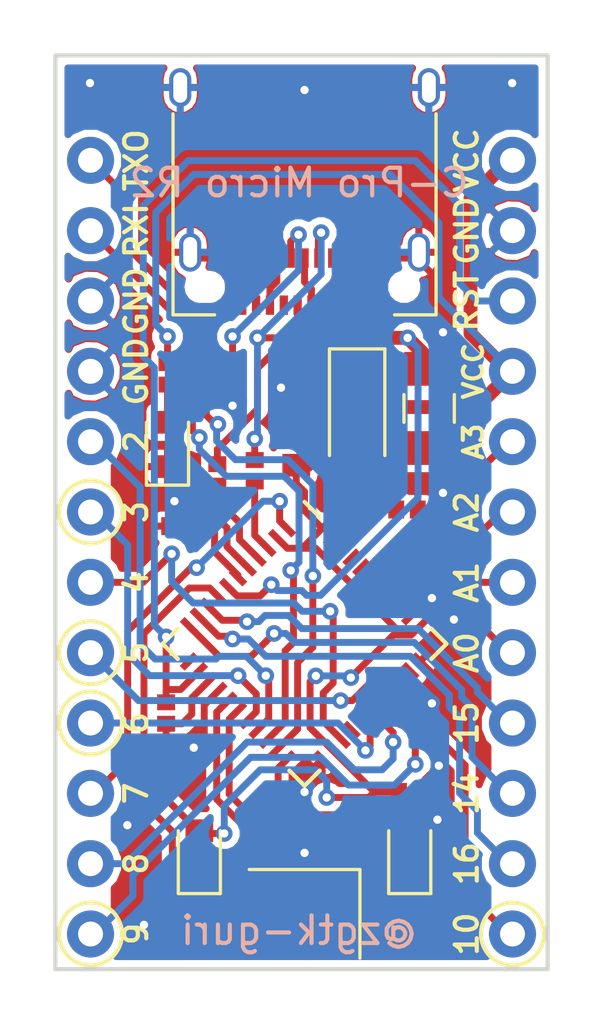
<source format=kicad_pcb>
(kicad_pcb (version 20171130) (host pcbnew "(5.0.2-4-g3082e92af)")

  (general
    (thickness 1.6)
    (drawings 18)
    (tracks 502)
    (zones 0)
    (modules 24)
    (nets 54)
  )

  (page A4)
  (layers
    (0 F.Cu signal)
    (31 B.Cu signal)
    (32 B.Adhes user)
    (33 F.Adhes user)
    (34 B.Paste user)
    (35 F.Paste user)
    (36 B.SilkS user)
    (37 F.SilkS user)
    (38 B.Mask user)
    (39 F.Mask user)
    (40 Dwgs.User user)
    (41 Cmts.User user)
    (42 Eco1.User user)
    (43 Eco2.User user)
    (44 Edge.Cuts user)
    (45 Margin user)
    (46 B.CrtYd user hide)
    (47 F.CrtYd user)
    (48 B.Fab user)
    (49 F.Fab user)
  )

  (setup
    (last_trace_width 0.25)
    (trace_clearance 0.2)
    (zone_clearance 0.254)
    (zone_45_only no)
    (trace_min 0.2)
    (segment_width 0.2)
    (edge_width 0.15)
    (via_size 0.6)
    (via_drill 0.3)
    (via_min_size 0.4)
    (via_min_drill 0.3)
    (uvia_size 0.3)
    (uvia_drill 0.1)
    (uvias_allowed no)
    (uvia_min_size 0.2)
    (uvia_min_drill 0.1)
    (pcb_text_width 0.3)
    (pcb_text_size 1.5 1.5)
    (mod_edge_width 0.15)
    (mod_text_size 1 1)
    (mod_text_width 0.15)
    (pad_size 2.032 1.7272)
    (pad_drill 1.016)
    (pad_to_mask_clearance 0.2)
    (solder_mask_min_width 0.25)
    (aux_axis_origin 100 150)
    (grid_origin 100 150)
    (visible_elements FFFFFF7F)
    (pcbplotparams
      (layerselection 0x010fc_ffffffff)
      (usegerberextensions true)
      (usegerberattributes false)
      (usegerberadvancedattributes false)
      (creategerberjobfile false)
      (excludeedgelayer true)
      (linewidth 0.050000)
      (plotframeref false)
      (viasonmask false)
      (mode 1)
      (useauxorigin true)
      (hpglpennumber 1)
      (hpglpenspeed 20)
      (hpglpendiameter 15.000000)
      (psnegative false)
      (psa4output false)
      (plotreference false)
      (plotvalue true)
      (plotinvisibletext false)
      (padsonsilk false)
      (subtractmaskfromsilk false)
      (outputformat 1)
      (mirror false)
      (drillshape 0)
      (scaleselection 1)
      (outputdirectory "Plot"))
  )

  (net 0 "")
  (net 1 VCC)
  (net 2 GND)
  (net 3 "Net-(C2-Pad1)")
  (net 4 "Net-(C3-Pad1)")
  (net 5 "Net-(C4-Pad1)")
  (net 6 "Net-(C5-Pad1)")
  (net 7 "Net-(D1-Pad2)")
  (net 8 "Net-(D2-Pad1)")
  (net 9 "Net-(D3-Pad1)")
  (net 10 VBUS)
  (net 11 "Net-(J1-PadA2)")
  (net 12 "Net-(J1-PadA3)")
  (net 13 "Net-(J1-PadA5)")
  (net 14 "Net-(J1-PadA6)")
  (net 15 "Net-(J1-PadA7)")
  (net 16 "Net-(J1-PadA10)")
  (net 17 "Net-(J1-PadA8)")
  (net 18 "Net-(J1-PadA11)")
  (net 19 "Net-(J1-PadB2)")
  (net 20 "Net-(J1-PadB3)")
  (net 21 "Net-(J1-PadB5)")
  (net 22 "Net-(J1-PadB8)")
  (net 23 "Net-(J1-PadB10)")
  (net 24 "Net-(J1-PadB11)")
  (net 25 D9)
  (net 26 D8)
  (net 27 D7)
  (net 28 D6)
  (net 29 D5)
  (net 30 D4)
  (net 31 D3)
  (net 32 D2)
  (net 33 RXO)
  (net 34 TXO)
  (net 35 RESET)
  (net 36 A3)
  (net 37 A2)
  (net 38 A1)
  (net 39 A0)
  (net 40 SCK)
  (net 41 MISO)
  (net 42 MOSI)
  (net 43 D10)
  (net 44 D-)
  (net 45 D+)
  (net 46 "Net-(R7-Pad2)")
  (net 47 "Net-(R8-Pad2)")
  (net 48 "Net-(U1-Pad12)")
  (net 49 "Net-(U1-Pad26)")
  (net 50 "Net-(U1-Pad32)")
  (net 51 "Net-(U1-Pad40)")
  (net 52 "Net-(U1-Pad41)")
  (net 53 "Net-(D4-Pad2)")

  (net_class Default "これは標準のネット クラスです。"
    (clearance 0.2)
    (trace_width 0.25)
    (via_dia 0.6)
    (via_drill 0.3)
    (uvia_dia 0.3)
    (uvia_drill 0.1)
    (add_net A0)
    (add_net A1)
    (add_net A2)
    (add_net A3)
    (add_net D+)
    (add_net D-)
    (add_net D10)
    (add_net D2)
    (add_net D3)
    (add_net D4)
    (add_net D5)
    (add_net D6)
    (add_net D7)
    (add_net D8)
    (add_net D9)
    (add_net GND)
    (add_net MISO)
    (add_net MOSI)
    (add_net "Net-(C2-Pad1)")
    (add_net "Net-(C3-Pad1)")
    (add_net "Net-(C4-Pad1)")
    (add_net "Net-(C5-Pad1)")
    (add_net "Net-(D1-Pad2)")
    (add_net "Net-(D2-Pad1)")
    (add_net "Net-(D3-Pad1)")
    (add_net "Net-(D4-Pad2)")
    (add_net "Net-(J1-PadA10)")
    (add_net "Net-(J1-PadA11)")
    (add_net "Net-(J1-PadA2)")
    (add_net "Net-(J1-PadA3)")
    (add_net "Net-(J1-PadA5)")
    (add_net "Net-(J1-PadA6)")
    (add_net "Net-(J1-PadA7)")
    (add_net "Net-(J1-PadA8)")
    (add_net "Net-(J1-PadB10)")
    (add_net "Net-(J1-PadB11)")
    (add_net "Net-(J1-PadB2)")
    (add_net "Net-(J1-PadB3)")
    (add_net "Net-(J1-PadB5)")
    (add_net "Net-(J1-PadB8)")
    (add_net "Net-(R7-Pad2)")
    (add_net "Net-(R8-Pad2)")
    (add_net "Net-(U1-Pad12)")
    (add_net "Net-(U1-Pad26)")
    (add_net "Net-(U1-Pad32)")
    (add_net "Net-(U1-Pad40)")
    (add_net "Net-(U1-Pad41)")
    (add_net RESET)
    (add_net RXO)
    (add_net SCK)
    (add_net TXO)
    (add_net VBUS)
    (add_net VCC)
  )

  (module guri-lib:ProMicro_LeftPinhead locked (layer F.Cu) (tedit 5C4D9EA1) (tstamp 5C5C59D5)
    (at 101.27 148.73 180)
    (descr "Through hole straight pin header, 1x12, 2.54mm pitch, single row")
    (tags "Through hole pin header THT 1x12 2.54mm single row")
    (path /5AE0BD65)
    (fp_text reference J2 (at 0 -2.33 180) (layer F.SilkS) hide
      (effects (font (size 1 1) (thickness 0.15)))
    )
    (fp_text value Conn_01x12 (at 0 30.27 180) (layer F.Fab) hide
      (effects (font (size 1 1) (thickness 0.15)))
    )
    (fp_circle (center 0 15.24) (end 1.016 15.748) (layer F.SilkS) (width 0.15))
    (fp_circle (center 0 10.16) (end 1.016 10.668) (layer F.SilkS) (width 0.15))
    (fp_circle (center 0 7.62) (end 1.016 8.128) (layer F.SilkS) (width 0.15))
    (fp_circle (center 0 0) (end 1.016 0.508) (layer F.SilkS) (width 0.15))
    (fp_text user TXO (at -1.651 27.94 90 unlocked) (layer F.SilkS)
      (effects (font (size 0.8 0.8) (thickness 0.15)))
    )
    (fp_text user RXI (at -1.651 25.4 90 unlocked) (layer F.SilkS)
      (effects (font (size 0.8 0.8) (thickness 0.15)))
    )
    (fp_text user GND (at -1.651 22.86 90 unlocked) (layer F.SilkS)
      (effects (font (size 0.8 0.8) (thickness 0.15)))
    )
    (fp_text user GND (at -1.651 20.32 90 unlocked) (layer F.SilkS)
      (effects (font (size 0.8 0.8) (thickness 0.15)))
    )
    (fp_text user 2 (at -1.651 17.78 90 unlocked) (layer F.SilkS)
      (effects (font (size 0.8 0.8) (thickness 0.15)))
    )
    (fp_text user 3 (at -1.651 15.24 90 unlocked) (layer F.SilkS)
      (effects (font (size 0.8 0.8) (thickness 0.15)))
    )
    (fp_text user 4 (at -1.651 12.7 90 unlocked) (layer F.SilkS)
      (effects (font (size 0.8 0.8) (thickness 0.15)))
    )
    (fp_text user 5 (at -1.651 10.16 90 unlocked) (layer F.SilkS)
      (effects (font (size 0.8 0.8) (thickness 0.15)))
    )
    (fp_text user 6 (at -1.651 7.62 90 unlocked) (layer F.SilkS)
      (effects (font (size 0.8 0.8) (thickness 0.15)))
    )
    (fp_text user 7 (at -1.651 5.08 90 unlocked) (layer F.SilkS)
      (effects (font (size 0.8 0.8) (thickness 0.15)))
    )
    (fp_text user 8 (at -1.651 2.54 90 unlocked) (layer F.SilkS)
      (effects (font (size 0.8 0.8) (thickness 0.15)))
    )
    (fp_text user 9 (at -1.651 0 90 unlocked) (layer F.SilkS)
      (effects (font (size 0.8 0.8) (thickness 0.15)))
    )
    (fp_text user %R (at 0 13.97 270) (layer F.Fab)
      (effects (font (size 1 1) (thickness 0.15)))
    )
    (fp_line (start 1.8 -1.8) (end -1.8 -1.8) (layer F.CrtYd) (width 0.05))
    (fp_line (start 1.8 29.75) (end 1.8 -1.8) (layer F.CrtYd) (width 0.05))
    (fp_line (start -1.8 29.75) (end 1.8 29.75) (layer F.CrtYd) (width 0.05))
    (fp_line (start -1.8 -1.8) (end -1.8 29.75) (layer F.CrtYd) (width 0.05))
    (fp_line (start -1.27 -0.635) (end -0.635 -1.27) (layer F.Fab) (width 0.1))
    (fp_line (start -1.27 29.21) (end -1.27 -0.635) (layer F.Fab) (width 0.1))
    (fp_line (start 1.27 29.21) (end -1.27 29.21) (layer F.Fab) (width 0.1))
    (fp_line (start 1.27 -1.27) (end 1.27 29.21) (layer F.Fab) (width 0.1))
    (fp_line (start -0.635 -1.27) (end 1.27 -1.27) (layer F.Fab) (width 0.1))
    (pad 12 thru_hole circle (at 0 27.94 180) (size 1.7 1.7) (drill 0.9) (layers *.Cu *.Mask)
      (net 34 TXO))
    (pad 11 thru_hole circle (at 0 25.4 180) (size 1.7 1.7) (drill 0.9) (layers *.Cu *.Mask)
      (net 33 RXO))
    (pad 10 thru_hole circle (at 0 22.86 180) (size 1.7 1.7) (drill 0.9) (layers *.Cu *.Mask)
      (net 2 GND))
    (pad 9 thru_hole circle (at 0 20.32 180) (size 1.7 1.7) (drill 0.9) (layers *.Cu *.Mask)
      (net 2 GND))
    (pad 8 thru_hole circle (at 0 17.78 180) (size 1.7 1.7) (drill 0.9) (layers *.Cu *.Mask)
      (net 32 D2))
    (pad 7 thru_hole circle (at 0 15.24 180) (size 1.7 1.7) (drill 0.9) (layers *.Cu *.Mask)
      (net 31 D3))
    (pad 6 thru_hole circle (at 0 12.7 180) (size 1.7 1.7) (drill 0.9) (layers *.Cu *.Mask)
      (net 30 D4))
    (pad 5 thru_hole circle (at 0 10.16 180) (size 1.7 1.7) (drill 0.9) (layers *.Cu *.Mask)
      (net 29 D5))
    (pad 4 thru_hole circle (at 0 7.62 180) (size 1.7 1.7) (drill 0.9) (layers *.Cu *.Mask)
      (net 28 D6))
    (pad 3 thru_hole circle (at 0 5.08 180) (size 1.7 1.7) (drill 0.9) (layers *.Cu *.Mask)
      (net 27 D7))
    (pad 2 thru_hole circle (at 0 2.54 180) (size 1.7 1.7) (drill 0.9) (layers *.Cu *.Mask)
      (net 26 D8))
    (pad 1 thru_hole circle (at 0 0 180) (size 1.7 1.7) (drill 0.9) (layers *.Cu *.Mask)
      (net 25 D9))
    (model ${KISYS3DMOD}/Connector_PinHeader_2.54mm.3dshapes/PinHeader_1x12_P2.54mm_Vertical.wrl
      (at (xyz 0 0 0))
      (scale (xyz 1 1 1))
      (rotate (xyz 0 0 0))
    )
  )

  (module guri-lib:ProMicro_RightPinhead locked (layer F.Cu) (tedit 5C4D9EC8) (tstamp 5C683FA1)
    (at 116.51 120.79)
    (descr "Through hole straight pin header, 1x12, 2.54mm pitch, single row")
    (tags "Through hole pin header THT 1x12 2.54mm single row")
    (path /5AE0BCCF)
    (fp_text reference J3 (at 0 -2.33) (layer F.SilkS) hide
      (effects (font (size 1 1) (thickness 0.15)))
    )
    (fp_text value Conn_01x12 (at 0 30.27) (layer F.Fab) hide
      (effects (font (size 1 1) (thickness 0.15)))
    )
    (fp_circle (center 0 27.94) (end 1.016 28.448) (layer F.SilkS) (width 0.15))
    (fp_text user 10 (at -1.651 27.94 90 unlocked) (layer F.SilkS)
      (effects (font (size 0.8 0.8) (thickness 0.15)))
    )
    (fp_text user 16 (at -1.651 25.4 90 unlocked) (layer F.SilkS)
      (effects (font (size 0.8 0.8) (thickness 0.15)))
    )
    (fp_text user 14 (at -1.651 22.86 90 unlocked) (layer F.SilkS)
      (effects (font (size 0.8 0.8) (thickness 0.15)))
    )
    (fp_text user 15 (at -1.651 20.32 90 unlocked) (layer F.SilkS)
      (effects (font (size 0.8 0.8) (thickness 0.15)))
    )
    (fp_text user A0 (at -1.651 17.78 90 unlocked) (layer F.SilkS)
      (effects (font (size 0.8 0.8) (thickness 0.15)))
    )
    (fp_text user A1 (at -1.651 15.24 90 unlocked) (layer F.SilkS)
      (effects (font (size 0.8 0.8) (thickness 0.15)))
    )
    (fp_text user A2 (at -1.651 12.7 90 unlocked) (layer F.SilkS)
      (effects (font (size 0.8 0.8) (thickness 0.15)))
    )
    (fp_text user A3 (at -1.41 10.16 90 unlocked) (layer F.SilkS)
      (effects (font (size 0.7 0.7) (thickness 0.15)))
    )
    (fp_text user VCC (at -1.41 7.61 90 unlocked) (layer F.SilkS)
      (effects (font (size 0.7 0.7) (thickness 0.15)))
    )
    (fp_text user RST (at -1.651 5.08 90 unlocked) (layer F.SilkS)
      (effects (font (size 0.8 0.8) (thickness 0.15)))
    )
    (fp_text user GND (at -1.651 2.54 90 unlocked) (layer F.SilkS)
      (effects (font (size 0.8 0.8) (thickness 0.15)))
    )
    (fp_text user VCC (at -1.651 0 90 unlocked) (layer F.SilkS)
      (effects (font (size 0.8 0.8) (thickness 0.15)))
    )
    (fp_text user %R (at 0 13.97 90) (layer F.Fab)
      (effects (font (size 1 1) (thickness 0.15)))
    )
    (fp_line (start 1.8 -1.8) (end -1.8 -1.8) (layer F.CrtYd) (width 0.05))
    (fp_line (start 1.8 29.75) (end 1.8 -1.8) (layer F.CrtYd) (width 0.05))
    (fp_line (start -1.8 29.75) (end 1.8 29.75) (layer F.CrtYd) (width 0.05))
    (fp_line (start -1.8 -1.8) (end -1.8 29.75) (layer F.CrtYd) (width 0.05))
    (fp_line (start -1.27 -0.635) (end -0.635 -1.27) (layer F.Fab) (width 0.1))
    (fp_line (start -1.27 29.21) (end -1.27 -0.635) (layer F.Fab) (width 0.1))
    (fp_line (start 1.27 29.21) (end -1.27 29.21) (layer F.Fab) (width 0.1))
    (fp_line (start 1.27 -1.27) (end 1.27 29.21) (layer F.Fab) (width 0.1))
    (fp_line (start -0.635 -1.27) (end 1.27 -1.27) (layer F.Fab) (width 0.1))
    (pad 12 thru_hole circle (at 0 27.94) (size 1.7 1.7) (drill 0.9) (layers *.Cu *.Mask)
      (net 43 D10))
    (pad 11 thru_hole circle (at 0 25.4) (size 1.7 1.7) (drill 0.9) (layers *.Cu *.Mask)
      (net 42 MOSI))
    (pad 10 thru_hole circle (at 0 22.86) (size 1.7 1.7) (drill 0.9) (layers *.Cu *.Mask)
      (net 41 MISO))
    (pad 9 thru_hole circle (at 0 20.32) (size 1.7 1.7) (drill 0.9) (layers *.Cu *.Mask)
      (net 40 SCK))
    (pad 8 thru_hole circle (at 0 17.78) (size 1.7 1.7) (drill 0.9) (layers *.Cu *.Mask)
      (net 39 A0))
    (pad 7 thru_hole circle (at 0 15.24) (size 1.7 1.7) (drill 0.9) (layers *.Cu *.Mask)
      (net 38 A1))
    (pad 6 thru_hole circle (at 0 12.7) (size 1.7 1.7) (drill 0.9) (layers *.Cu *.Mask)
      (net 37 A2))
    (pad 5 thru_hole circle (at 0 10.16) (size 1.7 1.7) (drill 0.9) (layers *.Cu *.Mask)
      (net 36 A3))
    (pad 4 thru_hole circle (at 0 7.62) (size 1.7 1.7) (drill 0.9) (layers *.Cu *.Mask)
      (net 1 VCC))
    (pad 3 thru_hole circle (at 0 5.08) (size 1.7 1.7) (drill 0.9) (layers *.Cu *.Mask)
      (net 35 RESET))
    (pad 2 thru_hole circle (at 0 2.54) (size 1.7 1.7) (drill 0.9) (layers *.Cu *.Mask)
      (net 2 GND))
    (pad 1 thru_hole circle (at 0 0) (size 1.7 1.7) (drill 0.9) (layers *.Cu *.Mask)
      (net 1 VCC))
    (model ${KISYS3DMOD}/Connector_PinHeader_2.54mm.3dshapes/PinHeader_1x12_P2.54mm_Vertical.wrl
      (at (xyz 0 0 0))
      (scale (xyz 1 1 1))
      (rotate (xyz 0 0 0))
    )
  )

  (module guri-lib:QFN-44-1EP_7x7mm_Pitch0.5mm_without_bottom (layer F.Cu) (tedit 5C445ECE) (tstamp 5AE69CD6)
    (at 109 138.25 315)
    (descr "UK Package; 44-Lead Plastic QFN (7mm x 7mm); (see Linear Technology QFN_44_05-08-1763.pdf)")
    (tags "QFN 0.5")
    (path /5AE08253)
    (attr smd)
    (fp_text reference U1 (at 0 0 315) (layer F.Fab)
      (effects (font (size 1 1) (thickness 0.15)))
    )
    (fp_text value ATmega32U4 (at 0 4.75 315) (layer F.Fab) hide
      (effects (font (size 1 1) (thickness 0.15)))
    )
    (fp_line (start -2.5 -3.5) (end 3.5 -3.5) (layer F.Fab) (width 0.15))
    (fp_line (start 3.5 -3.5) (end 3.5 3.5) (layer F.Fab) (width 0.15))
    (fp_line (start 3.5 3.5) (end -3.5 3.5) (layer F.Fab) (width 0.15))
    (fp_line (start -3.5 3.5) (end -3.5 -2.5) (layer F.Fab) (width 0.15))
    (fp_line (start -3.5 -2.5) (end -2.5 -3.5) (layer F.Fab) (width 0.15))
    (fp_line (start -4 -4) (end -4 4) (layer F.CrtYd) (width 0.05))
    (fp_line (start 4 -4) (end 4 4) (layer F.CrtYd) (width 0.05))
    (fp_line (start -4 -4) (end 4 -4) (layer F.CrtYd) (width 0.05))
    (fp_line (start -4 4) (end 4 4) (layer F.CrtYd) (width 0.05))
    (fp_line (start 3.625 -3.625) (end 3.625 -2.85) (layer F.SilkS) (width 0.15))
    (fp_line (start -3.625 3.625) (end -3.625 2.85) (layer F.SilkS) (width 0.15))
    (fp_line (start 3.625 3.625) (end 3.625 2.85) (layer F.SilkS) (width 0.15))
    (fp_line (start -3.625 -3.625) (end -2.85 -3.625) (layer F.SilkS) (width 0.15))
    (fp_line (start -3.625 3.625) (end -2.85 3.625) (layer F.SilkS) (width 0.15))
    (fp_line (start 3.625 3.625) (end 2.85 3.625) (layer F.SilkS) (width 0.15))
    (fp_line (start 3.625 -3.625) (end 2.85 -3.625) (layer F.SilkS) (width 0.15))
    (pad 1 smd rect (at -3.4 -2.5 315) (size 0.7 0.25) (layers F.Cu F.Paste F.Mask)
      (net 27 D7))
    (pad 2 smd rect (at -3.4 -2.000001 315) (size 0.7 0.25) (layers F.Cu F.Paste F.Mask)
      (net 1 VCC))
    (pad 3 smd rect (at -3.4 -1.5 315) (size 0.7 0.25) (layers F.Cu F.Paste F.Mask)
      (net 44 D-))
    (pad 4 smd rect (at -3.4 -1 315) (size 0.7 0.25) (layers F.Cu F.Paste F.Mask)
      (net 45 D+))
    (pad 5 smd rect (at -3.4 -0.499999 315) (size 0.7 0.25) (layers F.Cu F.Paste F.Mask)
      (net 2 GND))
    (pad 6 smd rect (at -3.4 0 315) (size 0.7 0.25) (layers F.Cu F.Paste F.Mask)
      (net 3 "Net-(C2-Pad1)"))
    (pad 7 smd rect (at -3.4 0.499999 315) (size 0.7 0.25) (layers F.Cu F.Paste F.Mask)
      (net 10 VBUS))
    (pad 8 smd rect (at -3.4 1 315) (size 0.7 0.25) (layers F.Cu F.Paste F.Mask)
      (net 46 "Net-(R7-Pad2)"))
    (pad 9 smd rect (at -3.4 1.5 315) (size 0.7 0.25) (layers F.Cu F.Paste F.Mask)
      (net 40 SCK))
    (pad 10 smd rect (at -3.4 2.000001 315) (size 0.7 0.25) (layers F.Cu F.Paste F.Mask)
      (net 42 MOSI))
    (pad 11 smd rect (at -3.4 2.5 315) (size 0.7 0.25) (layers F.Cu F.Paste F.Mask)
      (net 41 MISO))
    (pad 12 smd rect (at -2.5 3.4 45) (size 0.7 0.25) (layers F.Cu F.Paste F.Mask)
      (net 48 "Net-(U1-Pad12)"))
    (pad 13 smd rect (at -2.000001 3.4 45) (size 0.7 0.25) (layers F.Cu F.Paste F.Mask)
      (net 35 RESET))
    (pad 14 smd rect (at -1.5 3.4 45) (size 0.7 0.25) (layers F.Cu F.Paste F.Mask)
      (net 1 VCC))
    (pad 15 smd rect (at -1 3.4 45) (size 0.7 0.25) (layers F.Cu F.Paste F.Mask)
      (net 2 GND))
    (pad 16 smd rect (at -0.499999 3.4 45) (size 0.7 0.25) (layers F.Cu F.Paste F.Mask)
      (net 5 "Net-(C4-Pad1)"))
    (pad 17 smd rect (at 0 3.4 45) (size 0.7 0.25) (layers F.Cu F.Paste F.Mask)
      (net 4 "Net-(C3-Pad1)"))
    (pad 18 smd rect (at 0.499999 3.4 45) (size 0.7 0.25) (layers F.Cu F.Paste F.Mask)
      (net 31 D3))
    (pad 19 smd rect (at 1 3.4 45) (size 0.7 0.25) (layers F.Cu F.Paste F.Mask)
      (net 32 D2))
    (pad 20 smd rect (at 1.5 3.4 45) (size 0.7 0.25) (layers F.Cu F.Paste F.Mask)
      (net 33 RXO))
    (pad 21 smd rect (at 2.000001 3.4 45) (size 0.7 0.25) (layers F.Cu F.Paste F.Mask)
      (net 34 TXO))
    (pad 22 smd rect (at 2.5 3.4 45) (size 0.7 0.25) (layers F.Cu F.Paste F.Mask)
      (net 47 "Net-(R8-Pad2)"))
    (pad 23 smd rect (at 3.4 2.5 315) (size 0.7 0.25) (layers F.Cu F.Paste F.Mask)
      (net 2 GND))
    (pad 24 smd rect (at 3.4 2.000001 315) (size 0.7 0.25) (layers F.Cu F.Paste F.Mask)
      (net 1 VCC))
    (pad 25 smd rect (at 3.4 1.5 315) (size 0.7 0.25) (layers F.Cu F.Paste F.Mask)
      (net 30 D4))
    (pad 26 smd rect (at 3.4 1 315) (size 0.7 0.25) (layers F.Cu F.Paste F.Mask)
      (net 49 "Net-(U1-Pad26)"))
    (pad 27 smd rect (at 3.4 0.499999 315) (size 0.7 0.25) (layers F.Cu F.Paste F.Mask)
      (net 28 D6))
    (pad 28 smd rect (at 3.4 0 315) (size 0.7 0.25) (layers F.Cu F.Paste F.Mask)
      (net 26 D8))
    (pad 29 smd rect (at 3.4 -0.499999 315) (size 0.7 0.25) (layers F.Cu F.Paste F.Mask)
      (net 25 D9))
    (pad 30 smd rect (at 3.4 -1 315) (size 0.7 0.25) (layers F.Cu F.Paste F.Mask)
      (net 43 D10))
    (pad 31 smd rect (at 3.4 -1.5 315) (size 0.7 0.25) (layers F.Cu F.Paste F.Mask)
      (net 29 D5))
    (pad 32 smd rect (at 3.4 -2.000001 315) (size 0.7 0.25) (layers F.Cu F.Paste F.Mask)
      (net 50 "Net-(U1-Pad32)"))
    (pad 33 smd rect (at 3.4 -2.5 315) (size 0.7 0.25) (layers F.Cu F.Paste F.Mask)
      (net 2 GND))
    (pad 34 smd rect (at 2.5 -3.4 45) (size 0.7 0.25) (layers F.Cu F.Paste F.Mask)
      (net 1 VCC))
    (pad 35 smd rect (at 2.000001 -3.4 45) (size 0.7 0.25) (layers F.Cu F.Paste F.Mask)
      (net 2 GND))
    (pad 36 smd rect (at 1.5 -3.4 45) (size 0.7 0.25) (layers F.Cu F.Paste F.Mask)
      (net 39 A0))
    (pad 37 smd rect (at 1 -3.4 45) (size 0.7 0.25) (layers F.Cu F.Paste F.Mask)
      (net 38 A1))
    (pad 38 smd rect (at 0.499999 -3.4 45) (size 0.7 0.25) (layers F.Cu F.Paste F.Mask)
      (net 37 A2))
    (pad 39 smd rect (at 0 -3.4 45) (size 0.7 0.25) (layers F.Cu F.Paste F.Mask)
      (net 36 A3))
    (pad 40 smd rect (at -0.499999 -3.4 45) (size 0.7 0.25) (layers F.Cu F.Paste F.Mask)
      (net 51 "Net-(U1-Pad40)"))
    (pad 41 smd rect (at -1 -3.4 45) (size 0.7 0.25) (layers F.Cu F.Paste F.Mask)
      (net 52 "Net-(U1-Pad41)"))
    (pad 42 smd rect (at -1.5 -3.4 45) (size 0.7 0.25) (layers F.Cu F.Paste F.Mask)
      (net 6 "Net-(C5-Pad1)"))
    (pad 43 smd rect (at -2.000001 -3.4 45) (size 0.7 0.25) (layers F.Cu F.Paste F.Mask)
      (net 2 GND))
    (pad 44 smd rect (at -2.5 -3.4 45) (size 0.7 0.25) (layers F.Cu F.Paste F.Mask)
      (net 1 VCC))
    (model Housings_DFN_QFN.3dshapes/QFN-44-1EP_7x7mm_Pitch0.5mm.wrl
      (at (xyz 0 0 0))
      (scale (xyz 1 1 1))
      (rotate (xyz 0 0 0))
    )
  )

  (module Resistor_SMD:R_0402_1005Metric (layer F.Cu) (tedit 5C445F0B) (tstamp 5C4F7C57)
    (at 109.1 128.55 90)
    (descr "Resistor SMD 0402 (1005 Metric), square (rectangular) end terminal, IPC_7351 nominal, (Body size source: http://www.tortai-tech.com/upload/download/2011102023233369053.pdf), generated with kicad-footprint-generator")
    (tags resistor)
    (path /5AE083AA)
    (attr smd)
    (fp_text reference R1 (at 0 -1.18 90) (layer F.Fab) hide
      (effects (font (size 1 1) (thickness 0.15)))
    )
    (fp_text value 5.1k (at 0 1.18 90) (layer F.Fab) hide
      (effects (font (size 1 1) (thickness 0.15)))
    )
    (fp_line (start -0.5 0.25) (end -0.5 -0.25) (layer F.Fab) (width 0.1))
    (fp_line (start -0.5 -0.25) (end 0.5 -0.25) (layer F.Fab) (width 0.1))
    (fp_line (start 0.5 -0.25) (end 0.5 0.25) (layer F.Fab) (width 0.1))
    (fp_line (start 0.5 0.25) (end -0.5 0.25) (layer F.Fab) (width 0.1))
    (fp_line (start -0.82 0.48) (end -0.82 -0.48) (layer F.CrtYd) (width 0.05))
    (fp_line (start -0.82 -0.48) (end 0.82 -0.48) (layer F.CrtYd) (width 0.05))
    (fp_line (start 0.82 -0.48) (end 0.82 0.48) (layer F.CrtYd) (width 0.05))
    (fp_line (start 0.82 0.48) (end -0.82 0.48) (layer F.CrtYd) (width 0.05))
    (fp_text user %R (at 0 0 90) (layer F.Fab)
      (effects (font (size 0.25 0.25) (thickness 0.04)))
    )
    (pad 1 smd rect (at -0.3875 0 90) (size 0.575 0.65) (layers F.Cu F.Paste F.Mask)
      (net 2 GND))
    (pad 2 smd rect (at 0.3875 0 90) (size 0.575 0.65) (layers F.Cu F.Paste F.Mask)
      (net 13 "Net-(J1-PadA5)"))
    (model ${KISYS3DMOD}/Resistor_SMD.3dshapes/R_0402_1005Metric.wrl
      (at (xyz 0 0 0))
      (scale (xyz 1 1 1))
      (rotate (xyz 0 0 0))
    )
  )

  (module Resistor_SMD:R_0402_1005Metric (layer F.Cu) (tedit 5C445F64) (tstamp 5C4F8060)
    (at 107.2 132 90)
    (descr "Resistor SMD 0402 (1005 Metric), square (rectangular) end terminal, IPC_7351 nominal, (Body size source: http://www.tortai-tech.com/upload/download/2011102023233369053.pdf), generated with kicad-footprint-generator")
    (tags resistor)
    (path /5AE08560)
    (attr smd)
    (fp_text reference R3 (at 0 -1.18 90) (layer F.Fab) hide
      (effects (font (size 1 1) (thickness 0.15)))
    )
    (fp_text value 22 (at 0 1.18 90) (layer F.Fab) hide
      (effects (font (size 1 1) (thickness 0.15)))
    )
    (fp_line (start -0.5 0.25) (end -0.5 -0.25) (layer F.Fab) (width 0.1))
    (fp_line (start -0.5 -0.25) (end 0.5 -0.25) (layer F.Fab) (width 0.1))
    (fp_line (start 0.5 -0.25) (end 0.5 0.25) (layer F.Fab) (width 0.1))
    (fp_line (start 0.5 0.25) (end -0.5 0.25) (layer F.Fab) (width 0.1))
    (fp_line (start -0.82 0.48) (end -0.82 -0.48) (layer F.CrtYd) (width 0.05))
    (fp_line (start -0.82 -0.48) (end 0.82 -0.48) (layer F.CrtYd) (width 0.05))
    (fp_line (start 0.82 -0.48) (end 0.82 0.48) (layer F.CrtYd) (width 0.05))
    (fp_line (start 0.82 0.48) (end -0.82 0.48) (layer F.CrtYd) (width 0.05))
    (fp_text user %R (at 0 0 90) (layer F.Fab)
      (effects (font (size 0.25 0.25) (thickness 0.04)))
    )
    (pad 1 smd rect (at -0.3875 0 90) (size 0.575 0.65) (layers F.Cu F.Paste F.Mask)
      (net 44 D-))
    (pad 2 smd rect (at 0.3875 0 90) (size 0.575 0.65) (layers F.Cu F.Paste F.Mask)
      (net 15 "Net-(J1-PadA7)"))
    (model ${KISYS3DMOD}/Resistor_SMD.3dshapes/R_0402_1005Metric.wrl
      (at (xyz 0 0 0))
      (scale (xyz 1 1 1))
      (rotate (xyz 0 0 0))
    )
  )

  (module Resistor_SMD:R_0402_1005Metric (layer F.Cu) (tedit 5C445F57) (tstamp 5C4FB75C)
    (at 105.85 132.15 90)
    (descr "Resistor SMD 0402 (1005 Metric), square (rectangular) end terminal, IPC_7351 nominal, (Body size source: http://www.tortai-tech.com/upload/download/2011102023233369053.pdf), generated with kicad-footprint-generator")
    (tags resistor)
    (path /5AE08539)
    (attr smd)
    (fp_text reference R4 (at 0 -1.18 90) (layer F.Fab) hide
      (effects (font (size 1 1) (thickness 0.15)))
    )
    (fp_text value 22 (at 0 1.18 90) (layer F.Fab) hide
      (effects (font (size 1 1) (thickness 0.15)))
    )
    (fp_text user %R (at 0 0 90) (layer F.Fab)
      (effects (font (size 0.25 0.25) (thickness 0.04)))
    )
    (fp_line (start 0.82 0.48) (end -0.82 0.48) (layer F.CrtYd) (width 0.05))
    (fp_line (start 0.82 -0.48) (end 0.82 0.48) (layer F.CrtYd) (width 0.05))
    (fp_line (start -0.82 -0.48) (end 0.82 -0.48) (layer F.CrtYd) (width 0.05))
    (fp_line (start -0.82 0.48) (end -0.82 -0.48) (layer F.CrtYd) (width 0.05))
    (fp_line (start 0.5 0.25) (end -0.5 0.25) (layer F.Fab) (width 0.1))
    (fp_line (start 0.5 -0.25) (end 0.5 0.25) (layer F.Fab) (width 0.1))
    (fp_line (start -0.5 -0.25) (end 0.5 -0.25) (layer F.Fab) (width 0.1))
    (fp_line (start -0.5 0.25) (end -0.5 -0.25) (layer F.Fab) (width 0.1))
    (pad 2 smd rect (at 0.3875 0 90) (size 0.575 0.65) (layers F.Cu F.Paste F.Mask)
      (net 14 "Net-(J1-PadA6)"))
    (pad 1 smd rect (at -0.3875 0 90) (size 0.575 0.65) (layers F.Cu F.Paste F.Mask)
      (net 45 D+))
    (model ${KISYS3DMOD}/Resistor_SMD.3dshapes/R_0402_1005Metric.wrl
      (at (xyz 0 0 0))
      (scale (xyz 1 1 1))
      (rotate (xyz 0 0 0))
    )
  )

  (module Resistor_SMD:R_0402_1005Metric (layer F.Cu) (tedit 5C445F89) (tstamp 5C4F7CAB)
    (at 105.25 148.4 270)
    (descr "Resistor SMD 0402 (1005 Metric), square (rectangular) end terminal, IPC_7351 nominal, (Body size source: http://www.tortai-tech.com/upload/download/2011102023233369053.pdf), generated with kicad-footprint-generator")
    (tags resistor)
    (path /5AE0DDE2)
    (attr smd)
    (fp_text reference R7 (at 0 -1.18 270) (layer F.Fab) hide
      (effects (font (size 1 1) (thickness 0.15)))
    )
    (fp_text value 330 (at 0 1.18 270) (layer F.Fab) hide
      (effects (font (size 1 1) (thickness 0.15)))
    )
    (fp_line (start -0.5 0.25) (end -0.5 -0.25) (layer F.Fab) (width 0.1))
    (fp_line (start -0.5 -0.25) (end 0.5 -0.25) (layer F.Fab) (width 0.1))
    (fp_line (start 0.5 -0.25) (end 0.5 0.25) (layer F.Fab) (width 0.1))
    (fp_line (start 0.5 0.25) (end -0.5 0.25) (layer F.Fab) (width 0.1))
    (fp_line (start -0.82 0.48) (end -0.82 -0.48) (layer F.CrtYd) (width 0.05))
    (fp_line (start -0.82 -0.48) (end 0.82 -0.48) (layer F.CrtYd) (width 0.05))
    (fp_line (start 0.82 -0.48) (end 0.82 0.48) (layer F.CrtYd) (width 0.05))
    (fp_line (start 0.82 0.48) (end -0.82 0.48) (layer F.CrtYd) (width 0.05))
    (fp_text user %R (at 0 0 270) (layer F.Fab)
      (effects (font (size 0.25 0.25) (thickness 0.04)))
    )
    (pad 1 smd rect (at -0.3875 0 270) (size 0.575 0.65) (layers F.Cu F.Paste F.Mask)
      (net 8 "Net-(D2-Pad1)"))
    (pad 2 smd rect (at 0.3875 0 270) (size 0.575 0.65) (layers F.Cu F.Paste F.Mask)
      (net 46 "Net-(R7-Pad2)"))
    (model ${KISYS3DMOD}/Resistor_SMD.3dshapes/R_0402_1005Metric.wrl
      (at (xyz 0 0 0))
      (scale (xyz 1 1 1))
      (rotate (xyz 0 0 0))
    )
  )

  (module Resistor_SMD:R_0402_1005Metric (layer F.Cu) (tedit 5C445FB6) (tstamp 5C4F7CB9)
    (at 112.75 148.4 270)
    (descr "Resistor SMD 0402 (1005 Metric), square (rectangular) end terminal, IPC_7351 nominal, (Body size source: http://www.tortai-tech.com/upload/download/2011102023233369053.pdf), generated with kicad-footprint-generator")
    (tags resistor)
    (path /5AE0AF30)
    (attr smd)
    (fp_text reference R8 (at 0 -1.18 270) (layer F.Fab) hide
      (effects (font (size 1 1) (thickness 0.15)))
    )
    (fp_text value 330 (at 0 1.18 270) (layer F.Fab) hide
      (effects (font (size 1 1) (thickness 0.15)))
    )
    (fp_text user %R (at 0 0 270) (layer F.Fab)
      (effects (font (size 0.25 0.25) (thickness 0.04)))
    )
    (fp_line (start 0.82 0.48) (end -0.82 0.48) (layer F.CrtYd) (width 0.05))
    (fp_line (start 0.82 -0.48) (end 0.82 0.48) (layer F.CrtYd) (width 0.05))
    (fp_line (start -0.82 -0.48) (end 0.82 -0.48) (layer F.CrtYd) (width 0.05))
    (fp_line (start -0.82 0.48) (end -0.82 -0.48) (layer F.CrtYd) (width 0.05))
    (fp_line (start 0.5 0.25) (end -0.5 0.25) (layer F.Fab) (width 0.1))
    (fp_line (start 0.5 -0.25) (end 0.5 0.25) (layer F.Fab) (width 0.1))
    (fp_line (start -0.5 -0.25) (end 0.5 -0.25) (layer F.Fab) (width 0.1))
    (fp_line (start -0.5 0.25) (end -0.5 -0.25) (layer F.Fab) (width 0.1))
    (pad 2 smd rect (at 0.3875 0 270) (size 0.575 0.65) (layers F.Cu F.Paste F.Mask)
      (net 47 "Net-(R8-Pad2)"))
    (pad 1 smd rect (at -0.3875 0 270) (size 0.575 0.65) (layers F.Cu F.Paste F.Mask)
      (net 9 "Net-(D3-Pad1)"))
    (model ${KISYS3DMOD}/Resistor_SMD.3dshapes/R_0402_1005Metric.wrl
      (at (xyz 0 0 0))
      (scale (xyz 1 1 1))
      (rotate (xyz 0 0 0))
    )
  )

  (module LED_SMD:LED_0603_1608Metric (layer F.Cu) (tedit 5C445F45) (tstamp 5C4FB551)
    (at 104.05 131.05 90)
    (descr "LED SMD 0603 (1608 Metric), square (rectangular) end terminal, IPC_7351 nominal, (Body size source: http://www.tortai-tech.com/upload/download/2011102023233369053.pdf), generated with kicad-footprint-generator")
    (tags diode)
    (path /5AE0B467)
    (attr smd)
    (fp_text reference D1 (at 0 -1.45 90) (layer F.Fab) hide
      (effects (font (size 1 1) (thickness 0.15)))
    )
    (fp_text value Red (at 0 1.45 90) (layer F.Fab) hide
      (effects (font (size 1 1) (thickness 0.15)))
    )
    (fp_line (start 0.8 -0.4) (end -0.5 -0.4) (layer F.Fab) (width 0.1))
    (fp_line (start -0.5 -0.4) (end -0.8 -0.1) (layer F.Fab) (width 0.1))
    (fp_line (start -0.8 -0.1) (end -0.8 0.4) (layer F.Fab) (width 0.1))
    (fp_line (start -0.8 0.4) (end 0.8 0.4) (layer F.Fab) (width 0.1))
    (fp_line (start 0.8 0.4) (end 0.8 -0.4) (layer F.Fab) (width 0.1))
    (fp_line (start 0.8 -0.76) (end -1.47 -0.76) (layer F.SilkS) (width 0.12))
    (fp_line (start -1.47 -0.76) (end -1.47 0.76) (layer F.SilkS) (width 0.12))
    (fp_line (start -1.47 0.76) (end 0.8 0.76) (layer F.SilkS) (width 0.12))
    (fp_line (start -1.46 0.75) (end -1.46 -0.75) (layer F.CrtYd) (width 0.05))
    (fp_line (start -1.46 -0.75) (end 1.46 -0.75) (layer F.CrtYd) (width 0.05))
    (fp_line (start 1.46 -0.75) (end 1.46 0.75) (layer F.CrtYd) (width 0.05))
    (fp_line (start 1.46 0.75) (end -1.46 0.75) (layer F.CrtYd) (width 0.05))
    (fp_text user %R (at 0 0 90) (layer F.Fab)
      (effects (font (size 0.4 0.4) (thickness 0.06)))
    )
    (pad 1 smd rect (at -0.8 0 90) (size 0.82 1) (layers F.Cu F.Paste F.Mask)
      (net 2 GND))
    (pad 2 smd rect (at 0.8 0 90) (size 0.82 1) (layers F.Cu F.Paste F.Mask)
      (net 7 "Net-(D1-Pad2)"))
    (model ${KISYS3DMOD}/LED_SMD.3dshapes/LED_0603_1608Metric.wrl
      (at (xyz 0 0 0))
      (scale (xyz 1 1 1))
      (rotate (xyz 0 0 0))
    )
  )

  (module LED_SMD:LED_0603_1608Metric (layer F.Cu) (tedit 5C445F9B) (tstamp 5C4F7CD9)
    (at 105.2 145.8 90)
    (descr "LED SMD 0603 (1608 Metric), square (rectangular) end terminal, IPC_7351 nominal, (Body size source: http://www.tortai-tech.com/upload/download/2011102023233369053.pdf), generated with kicad-footprint-generator")
    (tags diode)
    (path /5AE0DDE9)
    (attr smd)
    (fp_text reference D2 (at 0 -1.45 90) (layer F.Fab) hide
      (effects (font (size 1 1) (thickness 0.15)))
    )
    (fp_text value Yellow (at 0 1.45 90) (layer F.Fab) hide
      (effects (font (size 1 1) (thickness 0.15)))
    )
    (fp_text user %R (at 0 0 90) (layer F.Fab)
      (effects (font (size 0.4 0.4) (thickness 0.06)))
    )
    (fp_line (start 1.46 0.75) (end -1.46 0.75) (layer F.CrtYd) (width 0.05))
    (fp_line (start 1.46 -0.75) (end 1.46 0.75) (layer F.CrtYd) (width 0.05))
    (fp_line (start -1.46 -0.75) (end 1.46 -0.75) (layer F.CrtYd) (width 0.05))
    (fp_line (start -1.46 0.75) (end -1.46 -0.75) (layer F.CrtYd) (width 0.05))
    (fp_line (start -1.47 0.76) (end 0.8 0.76) (layer F.SilkS) (width 0.12))
    (fp_line (start -1.47 -0.76) (end -1.47 0.76) (layer F.SilkS) (width 0.12))
    (fp_line (start 0.8 -0.76) (end -1.47 -0.76) (layer F.SilkS) (width 0.12))
    (fp_line (start 0.8 0.4) (end 0.8 -0.4) (layer F.Fab) (width 0.1))
    (fp_line (start -0.8 0.4) (end 0.8 0.4) (layer F.Fab) (width 0.1))
    (fp_line (start -0.8 -0.1) (end -0.8 0.4) (layer F.Fab) (width 0.1))
    (fp_line (start -0.5 -0.4) (end -0.8 -0.1) (layer F.Fab) (width 0.1))
    (fp_line (start 0.8 -0.4) (end -0.5 -0.4) (layer F.Fab) (width 0.1))
    (pad 2 smd rect (at 0.8 0 90) (size 0.82 1) (layers F.Cu F.Paste F.Mask)
      (net 1 VCC))
    (pad 1 smd rect (at -0.8 0 90) (size 0.82 1) (layers F.Cu F.Paste F.Mask)
      (net 8 "Net-(D2-Pad1)"))
    (model ${KISYS3DMOD}/LED_SMD.3dshapes/LED_0603_1608Metric.wrl
      (at (xyz 0 0 0))
      (scale (xyz 1 1 1))
      (rotate (xyz 0 0 0))
    )
  )

  (module LED_SMD:LED_0603_1608Metric (layer F.Cu) (tedit 5C445FB0) (tstamp 5C4F7CEB)
    (at 112.8 145.8 90)
    (descr "LED SMD 0603 (1608 Metric), square (rectangular) end terminal, IPC_7351 nominal, (Body size source: http://www.tortai-tech.com/upload/download/2011102023233369053.pdf), generated with kicad-footprint-generator")
    (tags diode)
    (path /5AE0B03C)
    (attr smd)
    (fp_text reference D3 (at 0 -1.45 90) (layer F.Fab) hide
      (effects (font (size 1 1) (thickness 0.15)))
    )
    (fp_text value Green (at 0 1.45 90) (layer F.Fab) hide
      (effects (font (size 1 1) (thickness 0.15)))
    )
    (fp_line (start 0.8 -0.4) (end -0.5 -0.4) (layer F.Fab) (width 0.1))
    (fp_line (start -0.5 -0.4) (end -0.8 -0.1) (layer F.Fab) (width 0.1))
    (fp_line (start -0.8 -0.1) (end -0.8 0.4) (layer F.Fab) (width 0.1))
    (fp_line (start -0.8 0.4) (end 0.8 0.4) (layer F.Fab) (width 0.1))
    (fp_line (start 0.8 0.4) (end 0.8 -0.4) (layer F.Fab) (width 0.1))
    (fp_line (start 0.8 -0.76) (end -1.47 -0.76) (layer F.SilkS) (width 0.12))
    (fp_line (start -1.47 -0.76) (end -1.47 0.76) (layer F.SilkS) (width 0.12))
    (fp_line (start -1.47 0.76) (end 0.8 0.76) (layer F.SilkS) (width 0.12))
    (fp_line (start -1.46 0.75) (end -1.46 -0.75) (layer F.CrtYd) (width 0.05))
    (fp_line (start -1.46 -0.75) (end 1.46 -0.75) (layer F.CrtYd) (width 0.05))
    (fp_line (start 1.46 -0.75) (end 1.46 0.75) (layer F.CrtYd) (width 0.05))
    (fp_line (start 1.46 0.75) (end -1.46 0.75) (layer F.CrtYd) (width 0.05))
    (fp_text user %R (at 0 0 90) (layer F.Fab)
      (effects (font (size 0.4 0.4) (thickness 0.06)))
    )
    (pad 1 smd rect (at -0.8 0 90) (size 0.82 1) (layers F.Cu F.Paste F.Mask)
      (net 9 "Net-(D3-Pad1)"))
    (pad 2 smd rect (at 0.8 0 90) (size 0.82 1) (layers F.Cu F.Paste F.Mask)
      (net 1 VCC))
    (model ${KISYS3DMOD}/LED_SMD.3dshapes/LED_0603_1608Metric.wrl
      (at (xyz 0 0 0))
      (scale (xyz 1 1 1))
      (rotate (xyz 0 0 0))
    )
  )

  (module Crystal:Crystal_SMD_SeikoEpson_FA238-4Pin_3.2x2.5mm (layer F.Cu) (tedit 5C4460B0) (tstamp 5C4F7D26)
    (at 109 148 180)
    (descr "crystal Epson Toyocom FA-238 series http://www.mouser.com/ds/2/137/1721499-465440.pdf, 3.2x2.5mm^2 package")
    (tags "SMD SMT crystal")
    (path /5AE0980C)
    (attr smd)
    (fp_text reference Y1 (at 0 -2.45 180) (layer F.Fab) hide
      (effects (font (size 1 1) (thickness 0.15)))
    )
    (fp_text value 16MHz (at 0 2.45 180) (layer F.Fab) hide
      (effects (font (size 1 1) (thickness 0.15)))
    )
    (fp_text user %R (at 0 0 180) (layer F.Fab)
      (effects (font (size 0.7 0.7) (thickness 0.105)))
    )
    (fp_line (start -1.5 -1.25) (end 1.5 -1.25) (layer F.Fab) (width 0.1))
    (fp_line (start 1.5 -1.25) (end 1.6 -1.15) (layer F.Fab) (width 0.1))
    (fp_line (start 1.6 -1.15) (end 1.6 1.15) (layer F.Fab) (width 0.1))
    (fp_line (start 1.6 1.15) (end 1.5 1.25) (layer F.Fab) (width 0.1))
    (fp_line (start 1.5 1.25) (end -1.5 1.25) (layer F.Fab) (width 0.1))
    (fp_line (start -1.5 1.25) (end -1.6 1.15) (layer F.Fab) (width 0.1))
    (fp_line (start -1.6 1.15) (end -1.6 -1.15) (layer F.Fab) (width 0.1))
    (fp_line (start -1.6 -1.15) (end -1.5 -1.25) (layer F.Fab) (width 0.1))
    (fp_line (start -1.6 0.25) (end -0.6 1.25) (layer F.Fab) (width 0.1))
    (fp_line (start -2 -1.6) (end -2 1.6) (layer F.SilkS) (width 0.12))
    (fp_line (start -2 1.6) (end 2 1.6) (layer F.SilkS) (width 0.12))
    (fp_line (start -2.1 -1.7) (end -2.1 1.7) (layer F.CrtYd) (width 0.05))
    (fp_line (start -2.1 1.7) (end 2.1 1.7) (layer F.CrtYd) (width 0.05))
    (fp_line (start 2.1 1.7) (end 2.1 -1.7) (layer F.CrtYd) (width 0.05))
    (fp_line (start 2.1 -1.7) (end -2.1 -1.7) (layer F.CrtYd) (width 0.05))
    (pad 1 smd rect (at -1.1 0.8 180) (size 1.4 1.2) (layers F.Cu F.Paste F.Mask)
      (net 4 "Net-(C3-Pad1)"))
    (pad 2 smd rect (at 1.1 0.8 180) (size 1.4 1.2) (layers F.Cu F.Paste F.Mask)
      (net 2 GND))
    (pad 3 smd rect (at 1.1 -0.8 180) (size 1.4 1.2) (layers F.Cu F.Paste F.Mask)
      (net 5 "Net-(C4-Pad1)"))
    (pad 4 smd rect (at -1.1 -0.8 180) (size 1.4 1.2) (layers F.Cu F.Paste F.Mask)
      (net 2 GND))
    (model ${KISYS3DMOD}/Crystal.3dshapes/Crystal_SMD_SeikoEpson_FA238-4Pin_3.2x2.5mm.wrl
      (at (xyz 0 0 0))
      (scale (xyz 1 1 1))
      (rotate (xyz 0 0 0))
    )
  )

  (module Connector_USB:USB_C_Receptacle_Amphenol_12401610E4-2A (layer F.Cu) (tedit 5C4460A8) (tstamp 5C4F7D3D)
    (at 109 121 180)
    (descr "USB TYPE C, RA RCPT PCB, SMT, https://www.amphenolcanada.com/StockAvailabilityPrice.aspx?From=&PartNum=12401610E4%7e2A")
    (tags "USB C Type-C Receptacle SMD")
    (path /5AE082B7)
    (attr smd)
    (fp_text reference J1 (at 6.1 2.55 180) (layer F.Fab) hide
      (effects (font (size 1 1) (thickness 0.15)))
    )
    (fp_text value USB_C_Receptacle (at 0 6.14 180) (layer F.Fab) hide
      (effects (font (size 1 1) (thickness 0.15)))
    )
    (fp_text user %R (at 0 0 180) (layer F.Fab)
      (effects (font (size 1 1) (thickness 0.1)))
    )
    (fp_line (start -5.39 5.73) (end -5.39 -5.87) (layer F.CrtYd) (width 0.05))
    (fp_line (start 5.39 5.73) (end -5.39 5.73) (layer F.CrtYd) (width 0.05))
    (fp_line (start 5.39 -5.87) (end 5.39 5.73) (layer F.CrtYd) (width 0.05))
    (fp_line (start -5.39 -5.87) (end 5.39 -5.87) (layer F.CrtYd) (width 0.05))
    (fp_line (start 4.6 5.23) (end 4.6 -5.22) (layer F.Fab) (width 0.1))
    (fp_line (start -4.6 5.23) (end 4.6 5.23) (layer F.Fab) (width 0.1))
    (fp_line (start 3.25 -5.37) (end 4.75 -5.37) (layer F.SilkS) (width 0.12))
    (fp_line (start 4.75 -5.37) (end 4.75 1.89) (layer F.SilkS) (width 0.12))
    (fp_line (start -4.75 -5.37) (end -4.75 1.89) (layer F.SilkS) (width 0.12))
    (fp_line (start -4.75 -5.37) (end -3.25 -5.37) (layer F.SilkS) (width 0.12))
    (fp_line (start -4.6 -5.22) (end 4.6 -5.22) (layer F.Fab) (width 0.1))
    (fp_line (start -4.6 5.23) (end -4.6 -5.22) (layer F.Fab) (width 0.1))
    (pad S1 thru_hole oval (at -4.13 -3.11 180) (size 0.8 1.4) (drill oval 0.5 1.1) (layers *.Cu *.Mask)
      (net 2 GND))
    (pad A1 smd rect (at -2.75 -5.02 180) (size 0.3 0.7) (layers F.Cu F.Paste F.Mask)
      (net 2 GND))
    (pad A2 smd rect (at -2.25 -5.02 180) (size 0.3 0.7) (layers F.Cu F.Paste F.Mask)
      (net 11 "Net-(J1-PadA2)"))
    (pad A3 smd rect (at -1.75 -5.02 180) (size 0.3 0.7) (layers F.Cu F.Paste F.Mask)
      (net 12 "Net-(J1-PadA3)"))
    (pad A4 smd rect (at -1.25 -5.02 180) (size 0.3 0.7) (layers F.Cu F.Paste F.Mask)
      (net 10 VBUS))
    (pad A5 smd rect (at -0.75 -5.02 180) (size 0.3 0.7) (layers F.Cu F.Paste F.Mask)
      (net 13 "Net-(J1-PadA5)"))
    (pad A6 smd rect (at -0.25 -5.02 180) (size 0.3 0.7) (layers F.Cu F.Paste F.Mask)
      (net 14 "Net-(J1-PadA6)"))
    (pad A7 smd rect (at 0.25 -5.02 180) (size 0.3 0.7) (layers F.Cu F.Paste F.Mask)
      (net 15 "Net-(J1-PadA7)"))
    (pad A12 smd rect (at 2.75 -5.02 180) (size 0.3 0.7) (layers F.Cu F.Paste F.Mask)
      (net 2 GND))
    (pad A10 smd rect (at 1.75 -5.02 180) (size 0.3 0.7) (layers F.Cu F.Paste F.Mask)
      (net 16 "Net-(J1-PadA10)"))
    (pad A9 smd rect (at 1.25 -5.02 180) (size 0.3 0.7) (layers F.Cu F.Paste F.Mask)
      (net 10 VBUS))
    (pad A8 smd rect (at 0.75 -5.02 180) (size 0.3 0.7) (layers F.Cu F.Paste F.Mask)
      (net 17 "Net-(J1-PadA8)"))
    (pad A11 smd rect (at 2.25 -5.02 180) (size 0.3 0.7) (layers F.Cu F.Paste F.Mask)
      (net 18 "Net-(J1-PadA11)"))
    (pad B1 smd rect (at 2.5 -3.32 180) (size 0.3 0.7) (layers F.Cu F.Paste F.Mask)
      (net 2 GND))
    (pad S1 thru_hole oval (at 4.13 -3.11 180) (size 0.8 1.4) (drill oval 0.5 1.1) (layers *.Cu *.Mask)
      (net 2 GND))
    (pad S1 thru_hole oval (at 4.49 2.84 180) (size 0.8 1.4) (drill oval 0.5 1.1) (layers *.Cu *.Mask)
      (net 2 GND))
    (pad S1 thru_hole oval (at -4.49 2.84 180) (size 0.8 1.4) (drill oval 0.5 1.1) (layers *.Cu *.Mask)
      (net 2 GND))
    (pad "" np_thru_hole oval (at 3.6 -4.36 180) (size 0.95 0.65) (drill oval 0.95 0.65) (layers *.Cu *.Mask))
    (pad "" np_thru_hole circle (at -3.6 -4.36 180) (size 0.65 0.65) (drill 0.65) (layers *.Cu *.Mask))
    (pad B2 smd rect (at 2 -3.32 180) (size 0.3 0.7) (layers F.Cu F.Paste F.Mask)
      (net 19 "Net-(J1-PadB2)"))
    (pad B3 smd rect (at 1.5 -3.32 180) (size 0.3 0.7) (layers F.Cu F.Paste F.Mask)
      (net 20 "Net-(J1-PadB3)"))
    (pad B4 smd rect (at 1 -3.32 180) (size 0.3 0.7) (layers F.Cu F.Paste F.Mask)
      (net 10 VBUS))
    (pad B5 smd rect (at 0.5 -3.32 180) (size 0.3 0.7) (layers F.Cu F.Paste F.Mask)
      (net 21 "Net-(J1-PadB5)"))
    (pad B6 smd rect (at 0 -3.32 180) (size 0.3 0.7) (layers F.Cu F.Paste F.Mask)
      (net 14 "Net-(J1-PadA6)"))
    (pad B7 smd rect (at -0.5 -3.32 180) (size 0.3 0.7) (layers F.Cu F.Paste F.Mask)
      (net 15 "Net-(J1-PadA7)"))
    (pad B8 smd rect (at -1 -3.32 180) (size 0.3 0.7) (layers F.Cu F.Paste F.Mask)
      (net 22 "Net-(J1-PadB8)"))
    (pad B9 smd rect (at -1.5 -3.32 180) (size 0.3 0.7) (layers F.Cu F.Paste F.Mask)
      (net 10 VBUS))
    (pad B10 smd rect (at -2 -3.32 180) (size 0.3 0.7) (layers F.Cu F.Paste F.Mask)
      (net 23 "Net-(J1-PadB10)"))
    (pad B11 smd rect (at -2.5 -3.32 180) (size 0.3 0.7) (layers F.Cu F.Paste F.Mask)
      (net 24 "Net-(J1-PadB11)"))
    (pad B12 smd rect (at -3 -3.32 180) (size 0.3 0.7) (layers F.Cu F.Paste F.Mask)
      (net 2 GND))
    (model ${KISYS3DMOD}/Connector_USB.3dshapes/USB_C_Receptacle_Amphenol_12401610E4-2A.wrl
      (at (xyz 0 0 0))
      (scale (xyz 1 1 1))
      (rotate (xyz 0 0 0))
    )
  )

  (module Capacitor_SMD:C_0603_1608Metric (layer F.Cu) (tedit 5C445F5D) (tstamp 5C4F9912)
    (at 108.7 131 90)
    (descr "Capacitor SMD 0603 (1608 Metric), square (rectangular) end terminal, IPC_7351 nominal, (Body size source: http://www.tortai-tech.com/upload/download/2011102023233369053.pdf), generated with kicad-footprint-generator")
    (tags capacitor)
    (path /5AE0B7DD)
    (attr smd)
    (fp_text reference C1 (at 0 -1.45 90) (layer F.Fab) hide
      (effects (font (size 1 1) (thickness 0.15)))
    )
    (fp_text value 10u (at 0 1.45 90) (layer F.Fab) hide
      (effects (font (size 1 1) (thickness 0.15)))
    )
    (fp_line (start -0.8 0.4) (end -0.8 -0.4) (layer F.Fab) (width 0.1))
    (fp_line (start -0.8 -0.4) (end 0.8 -0.4) (layer F.Fab) (width 0.1))
    (fp_line (start 0.8 -0.4) (end 0.8 0.4) (layer F.Fab) (width 0.1))
    (fp_line (start 0.8 0.4) (end -0.8 0.4) (layer F.Fab) (width 0.1))
    (fp_line (start -1.46 0.75) (end -1.46 -0.75) (layer F.CrtYd) (width 0.05))
    (fp_line (start -1.46 -0.75) (end 1.46 -0.75) (layer F.CrtYd) (width 0.05))
    (fp_line (start 1.46 -0.75) (end 1.46 0.75) (layer F.CrtYd) (width 0.05))
    (fp_line (start 1.46 0.75) (end -1.46 0.75) (layer F.CrtYd) (width 0.05))
    (fp_text user %R (at 0 0 90) (layer F.Fab)
      (effects (font (size 0.4 0.4) (thickness 0.06)))
    )
    (pad 1 smd rect (at -0.8 0 90) (size 0.82 1) (layers F.Cu F.Paste F.Mask)
      (net 1 VCC))
    (pad 2 smd rect (at 0.8 0 90) (size 0.82 1) (layers F.Cu F.Paste F.Mask)
      (net 2 GND))
    (model ${KISYS3DMOD}/Capacitor_SMD.3dshapes/C_0603_1608Metric.wrl
      (at (xyz 0 0 0))
      (scale (xyz 1 1 1))
      (rotate (xyz 0 0 0))
    )
  )

  (module Capacitor_SMD:C_0402_1005Metric (layer F.Cu) (tedit 5C445F9E) (tstamp 5C4F7DD3)
    (at 107.4 145.6)
    (descr "Capacitor SMD 0402 (1005 Metric), square (rectangular) end terminal, IPC_7351 nominal, (Body size source: http://www.tortai-tech.com/upload/download/2011102023233369053.pdf), generated with kicad-footprint-generator")
    (tags capacitor)
    (path /5AE099D5)
    (attr smd)
    (fp_text reference C4 (at 0 -1.18) (layer F.Fab) hide
      (effects (font (size 1 1) (thickness 0.15)))
    )
    (fp_text value 22p (at 0 1.18) (layer F.Fab) hide
      (effects (font (size 1 1) (thickness 0.15)))
    )
    (fp_text user %R (at 0 0) (layer F.Fab)
      (effects (font (size 0.25 0.25) (thickness 0.04)))
    )
    (fp_line (start 0.82 0.48) (end -0.82 0.48) (layer F.CrtYd) (width 0.05))
    (fp_line (start 0.82 -0.48) (end 0.82 0.48) (layer F.CrtYd) (width 0.05))
    (fp_line (start -0.82 -0.48) (end 0.82 -0.48) (layer F.CrtYd) (width 0.05))
    (fp_line (start -0.82 0.48) (end -0.82 -0.48) (layer F.CrtYd) (width 0.05))
    (fp_line (start 0.5 0.25) (end -0.5 0.25) (layer F.Fab) (width 0.1))
    (fp_line (start 0.5 -0.25) (end 0.5 0.25) (layer F.Fab) (width 0.1))
    (fp_line (start -0.5 -0.25) (end 0.5 -0.25) (layer F.Fab) (width 0.1))
    (fp_line (start -0.5 0.25) (end -0.5 -0.25) (layer F.Fab) (width 0.1))
    (pad 2 smd rect (at 0.3875 0) (size 0.575 0.65) (layers F.Cu F.Paste F.Mask)
      (net 2 GND))
    (pad 1 smd rect (at -0.3875 0) (size 0.575 0.65) (layers F.Cu F.Paste F.Mask)
      (net 5 "Net-(C4-Pad1)"))
    (model ${KISYS3DMOD}/Capacitor_SMD.3dshapes/C_0402_1005Metric.wrl
      (at (xyz 0 0 0))
      (scale (xyz 1 1 1))
      (rotate (xyz 0 0 0))
    )
  )

  (module Capacitor_SMD:C_0402_1005Metric (layer F.Cu) (tedit 5C445F02) (tstamp 5C4FB38B)
    (at 112.7 133.4)
    (descr "Capacitor SMD 0402 (1005 Metric), square (rectangular) end terminal, IPC_7351 nominal, (Body size source: http://www.tortai-tech.com/upload/download/2011102023233369053.pdf), generated with kicad-footprint-generator")
    (tags capacitor)
    (path /5AE08847)
    (attr smd)
    (fp_text reference C5 (at 1.6 0.8 90) (layer F.Fab) hide
      (effects (font (size 1 1) (thickness 0.15)))
    )
    (fp_text value 0.1u (at 0 1.18) (layer F.Fab) hide
      (effects (font (size 1 1) (thickness 0.15)))
    )
    (fp_line (start -0.5 0.25) (end -0.5 -0.25) (layer F.Fab) (width 0.1))
    (fp_line (start -0.5 -0.25) (end 0.5 -0.25) (layer F.Fab) (width 0.1))
    (fp_line (start 0.5 -0.25) (end 0.5 0.25) (layer F.Fab) (width 0.1))
    (fp_line (start 0.5 0.25) (end -0.5 0.25) (layer F.Fab) (width 0.1))
    (fp_line (start -0.82 0.48) (end -0.82 -0.48) (layer F.CrtYd) (width 0.05))
    (fp_line (start -0.82 -0.48) (end 0.82 -0.48) (layer F.CrtYd) (width 0.05))
    (fp_line (start 0.82 -0.48) (end 0.82 0.48) (layer F.CrtYd) (width 0.05))
    (fp_line (start 0.82 0.48) (end -0.82 0.48) (layer F.CrtYd) (width 0.05))
    (fp_text user %R (at 0 0) (layer F.Fab)
      (effects (font (size 0.25 0.25) (thickness 0.04)))
    )
    (pad 1 smd rect (at -0.3875 0) (size 0.575 0.65) (layers F.Cu F.Paste F.Mask)
      (net 6 "Net-(C5-Pad1)"))
    (pad 2 smd rect (at 0.3875 0) (size 0.575 0.65) (layers F.Cu F.Paste F.Mask)
      (net 2 GND))
    (model ${KISYS3DMOD}/Capacitor_SMD.3dshapes/C_0402_1005Metric.wrl
      (at (xyz 0 0 0))
      (scale (xyz 1 1 1))
      (rotate (xyz 0 0 0))
    )
  )

  (module Capacitor_SMD:C_0402_1005Metric (layer F.Cu) (tedit 5C445FAD) (tstamp 5C4F7DEF)
    (at 112.8 143.6)
    (descr "Capacitor SMD 0402 (1005 Metric), square (rectangular) end terminal, IPC_7351 nominal, (Body size source: http://www.tortai-tech.com/upload/download/2011102023233369053.pdf), generated with kicad-footprint-generator")
    (tags capacitor)
    (path /5AE0BA83)
    (attr smd)
    (fp_text reference C6 (at 0 -1.18) (layer F.Fab) hide
      (effects (font (size 1 1) (thickness 0.15)))
    )
    (fp_text value 0.1u (at 0 1.18) (layer F.Fab) hide
      (effects (font (size 1 1) (thickness 0.15)))
    )
    (fp_text user %R (at 0 0) (layer F.Fab)
      (effects (font (size 0.25 0.25) (thickness 0.04)))
    )
    (fp_line (start 0.82 0.48) (end -0.82 0.48) (layer F.CrtYd) (width 0.05))
    (fp_line (start 0.82 -0.48) (end 0.82 0.48) (layer F.CrtYd) (width 0.05))
    (fp_line (start -0.82 -0.48) (end 0.82 -0.48) (layer F.CrtYd) (width 0.05))
    (fp_line (start -0.82 0.48) (end -0.82 -0.48) (layer F.CrtYd) (width 0.05))
    (fp_line (start 0.5 0.25) (end -0.5 0.25) (layer F.Fab) (width 0.1))
    (fp_line (start 0.5 -0.25) (end 0.5 0.25) (layer F.Fab) (width 0.1))
    (fp_line (start -0.5 -0.25) (end 0.5 -0.25) (layer F.Fab) (width 0.1))
    (fp_line (start -0.5 0.25) (end -0.5 -0.25) (layer F.Fab) (width 0.1))
    (pad 2 smd rect (at 0.3875 0) (size 0.575 0.65) (layers F.Cu F.Paste F.Mask)
      (net 2 GND))
    (pad 1 smd rect (at -0.3875 0) (size 0.575 0.65) (layers F.Cu F.Paste F.Mask)
      (net 1 VCC))
    (model ${KISYS3DMOD}/Capacitor_SMD.3dshapes/C_0402_1005Metric.wrl
      (at (xyz 0 0 0))
      (scale (xyz 1 1 1))
      (rotate (xyz 0 0 0))
    )
  )

  (module Fuse:Fuse_1206_3216Metric (layer F.Cu) (tedit 5C445FBF) (tstamp 5C4F9960)
    (at 113.5 129.75 90)
    (descr "Fuse SMD 1206 (3216 Metric), square (rectangular) end terminal, IPC_7351 nominal, (Body size source: http://www.tortai-tech.com/upload/download/2011102023233369053.pdf), generated with kicad-footprint-generator")
    (tags resistor)
    (path /5AE095AE)
    (attr smd)
    (fp_text reference F1 (at -2.7 -0.5 180) (layer F.Fab) hide
      (effects (font (size 1 1) (thickness 0.15)))
    )
    (fp_text value 500mA (at 0 1.85 90) (layer F.Fab) hide
      (effects (font (size 1 1) (thickness 0.15)))
    )
    (fp_line (start -1.6 0.8) (end -1.6 -0.8) (layer F.Fab) (width 0.1))
    (fp_line (start -1.6 -0.8) (end 1.6 -0.8) (layer F.Fab) (width 0.1))
    (fp_line (start 1.6 -0.8) (end 1.6 0.8) (layer F.Fab) (width 0.1))
    (fp_line (start 1.6 0.8) (end -1.6 0.8) (layer F.Fab) (width 0.1))
    (fp_line (start -0.5 -0.91) (end 0.5 -0.91) (layer F.SilkS) (width 0.12))
    (fp_line (start -0.5 0.91) (end 0.5 0.91) (layer F.SilkS) (width 0.12))
    (fp_line (start -2.29 1.15) (end -2.29 -1.15) (layer F.CrtYd) (width 0.05))
    (fp_line (start -2.29 -1.15) (end 2.29 -1.15) (layer F.CrtYd) (width 0.05))
    (fp_line (start 2.29 -1.15) (end 2.29 1.15) (layer F.CrtYd) (width 0.05))
    (fp_line (start 2.29 1.15) (end -2.29 1.15) (layer F.CrtYd) (width 0.05))
    (fp_text user %R (at 0 0 90) (layer F.Fab)
      (effects (font (size 0.8 0.8) (thickness 0.12)))
    )
    (pad 1 smd rect (at -1.43 0 90) (size 1.22 1.8) (layers F.Cu F.Paste F.Mask)
      (net 53 "Net-(D4-Pad2)"))
    (pad 2 smd rect (at 1.43 0 90) (size 1.22 1.8) (layers F.Cu F.Paste F.Mask)
      (net 10 VBUS))
    (model ${KISYS3DMOD}/Fuse.3dshapes/Fuse_1206_3216Metric.wrl
      (at (xyz 0 0 0))
      (scale (xyz 1 1 1))
      (rotate (xyz 0 0 0))
    )
  )

  (module Capacitor_SMD:C_0402_1005Metric (layer F.Cu) (tedit 5C445F40) (tstamp 5C4F9196)
    (at 104.5 134 180)
    (descr "Capacitor SMD 0402 (1005 Metric), square (rectangular) end terminal, IPC_7351 nominal, (Body size source: http://www.tortai-tech.com/upload/download/2011102023233369053.pdf), generated with kicad-footprint-generator")
    (tags capacitor)
    (path /5AE08B38)
    (attr smd)
    (fp_text reference C2 (at 0 -1.18 180) (layer F.Fab) hide
      (effects (font (size 1 1) (thickness 0.15)))
    )
    (fp_text value 1u (at 0 1.18 180) (layer F.Fab) hide
      (effects (font (size 1 1) (thickness 0.15)))
    )
    (fp_line (start -0.5 0.25) (end -0.5 -0.25) (layer F.Fab) (width 0.1))
    (fp_line (start -0.5 -0.25) (end 0.5 -0.25) (layer F.Fab) (width 0.1))
    (fp_line (start 0.5 -0.25) (end 0.5 0.25) (layer F.Fab) (width 0.1))
    (fp_line (start 0.5 0.25) (end -0.5 0.25) (layer F.Fab) (width 0.1))
    (fp_line (start -0.82 0.48) (end -0.82 -0.48) (layer F.CrtYd) (width 0.05))
    (fp_line (start -0.82 -0.48) (end 0.82 -0.48) (layer F.CrtYd) (width 0.05))
    (fp_line (start 0.82 -0.48) (end 0.82 0.48) (layer F.CrtYd) (width 0.05))
    (fp_line (start 0.82 0.48) (end -0.82 0.48) (layer F.CrtYd) (width 0.05))
    (fp_text user %R (at 0 0 180) (layer F.Fab)
      (effects (font (size 0.25 0.25) (thickness 0.04)))
    )
    (pad 1 smd rect (at -0.3875 0 180) (size 0.575 0.65) (layers F.Cu F.Paste F.Mask)
      (net 3 "Net-(C2-Pad1)"))
    (pad 2 smd rect (at 0.3875 0 180) (size 0.575 0.65) (layers F.Cu F.Paste F.Mask)
      (net 2 GND))
    (model ${KISYS3DMOD}/Capacitor_SMD.3dshapes/C_0402_1005Metric.wrl
      (at (xyz 0 0 0))
      (scale (xyz 1 1 1))
      (rotate (xyz 0 0 0))
    )
  )

  (module Diode_SMD:D_SOD-123F (layer F.Cu) (tedit 5C445EF0) (tstamp 5C4F8597)
    (at 110.9 129.8 270)
    (descr D_SOD-123F)
    (tags D_SOD-123F)
    (path /5C458457)
    (attr smd)
    (fp_text reference D4 (at 2.95 0.25) (layer F.Fab) hide
      (effects (font (size 1 1) (thickness 0.15)))
    )
    (fp_text value RB161MM-20 (at 0 2.1 270) (layer F.Fab) hide
      (effects (font (size 1 1) (thickness 0.15)))
    )
    (fp_text user %R (at 2.45 0 270) (layer F.Fab)
      (effects (font (size 1 1) (thickness 0.15)))
    )
    (fp_line (start -2.2 -1) (end -2.2 1) (layer F.SilkS) (width 0.12))
    (fp_line (start 0.25 0) (end 0.75 0) (layer F.Fab) (width 0.1))
    (fp_line (start 0.25 0.4) (end -0.35 0) (layer F.Fab) (width 0.1))
    (fp_line (start 0.25 -0.4) (end 0.25 0.4) (layer F.Fab) (width 0.1))
    (fp_line (start -0.35 0) (end 0.25 -0.4) (layer F.Fab) (width 0.1))
    (fp_line (start -0.35 0) (end -0.35 0.55) (layer F.Fab) (width 0.1))
    (fp_line (start -0.35 0) (end -0.35 -0.55) (layer F.Fab) (width 0.1))
    (fp_line (start -0.75 0) (end -0.35 0) (layer F.Fab) (width 0.1))
    (fp_line (start -1.4 0.9) (end -1.4 -0.9) (layer F.Fab) (width 0.1))
    (fp_line (start 1.4 0.9) (end -1.4 0.9) (layer F.Fab) (width 0.1))
    (fp_line (start 1.4 -0.9) (end 1.4 0.9) (layer F.Fab) (width 0.1))
    (fp_line (start -1.4 -0.9) (end 1.4 -0.9) (layer F.Fab) (width 0.1))
    (fp_line (start -2.2 -1.15) (end 2.2 -1.15) (layer F.CrtYd) (width 0.05))
    (fp_line (start 2.2 -1.15) (end 2.2 1.15) (layer F.CrtYd) (width 0.05))
    (fp_line (start 2.2 1.15) (end -2.2 1.15) (layer F.CrtYd) (width 0.05))
    (fp_line (start -2.2 -1.15) (end -2.2 1.15) (layer F.CrtYd) (width 0.05))
    (fp_line (start -2.2 1) (end 1.65 1) (layer F.SilkS) (width 0.12))
    (fp_line (start -2.2 -1) (end 1.65 -1) (layer F.SilkS) (width 0.12))
    (pad 1 smd rect (at -1.4 0 270) (size 1.1 1.1) (layers F.Cu F.Paste F.Mask)
      (net 1 VCC))
    (pad 2 smd rect (at 1.4 0 270) (size 1.1 1.1) (layers F.Cu F.Paste F.Mask)
      (net 53 "Net-(D4-Pad2)"))
    (model ${KISYS3DMOD}/Diode_SMD.3dshapes/D_SOD-123F.wrl
      (at (xyz 0 0 0))
      (scale (xyz 1 1 1))
      (rotate (xyz 0 0 0))
    )
  )

  (module Resistor_SMD:R_0402_1005Metric (layer F.Cu) (tedit 5C445F26) (tstamp 5C4F7C8F)
    (at 104.05 128.5 270)
    (descr "Resistor SMD 0402 (1005 Metric), square (rectangular) end terminal, IPC_7351 nominal, (Body size source: http://www.tortai-tech.com/upload/download/2011102023233369053.pdf), generated with kicad-footprint-generator")
    (tags resistor)
    (path /5AE0B4CB)
    (attr smd)
    (fp_text reference R5 (at 0 -1.18 270) (layer F.Fab) hide
      (effects (font (size 1 1) (thickness 0.15)))
    )
    (fp_text value 1k (at 0 1.18 270) (layer F.Fab) hide
      (effects (font (size 1 1) (thickness 0.15)))
    )
    (fp_line (start -0.5 0.25) (end -0.5 -0.25) (layer F.Fab) (width 0.1))
    (fp_line (start -0.5 -0.25) (end 0.5 -0.25) (layer F.Fab) (width 0.1))
    (fp_line (start 0.5 -0.25) (end 0.5 0.25) (layer F.Fab) (width 0.1))
    (fp_line (start 0.5 0.25) (end -0.5 0.25) (layer F.Fab) (width 0.1))
    (fp_line (start -0.82 0.48) (end -0.82 -0.48) (layer F.CrtYd) (width 0.05))
    (fp_line (start -0.82 -0.48) (end 0.82 -0.48) (layer F.CrtYd) (width 0.05))
    (fp_line (start 0.82 -0.48) (end 0.82 0.48) (layer F.CrtYd) (width 0.05))
    (fp_line (start 0.82 0.48) (end -0.82 0.48) (layer F.CrtYd) (width 0.05))
    (fp_text user %R (at 0 0 270) (layer F.Fab)
      (effects (font (size 0.25 0.25) (thickness 0.04)))
    )
    (pad 1 smd rect (at -0.3875 0 270) (size 0.575 0.65) (layers F.Cu F.Paste F.Mask)
      (net 1 VCC))
    (pad 2 smd rect (at 0.3875 0 270) (size 0.575 0.65) (layers F.Cu F.Paste F.Mask)
      (net 7 "Net-(D1-Pad2)"))
    (model ${KISYS3DMOD}/Resistor_SMD.3dshapes/R_0402_1005Metric.wrl
      (at (xyz 0 0 0))
      (scale (xyz 1 1 1))
      (rotate (xyz 0 0 0))
    )
  )

  (module Resistor_SMD:R_0402_1005Metric (layer F.Cu) (tedit 5C445F16) (tstamp 5C4FB592)
    (at 106.35 128.45 90)
    (descr "Resistor SMD 0402 (1005 Metric), square (rectangular) end terminal, IPC_7351 nominal, (Body size source: http://www.tortai-tech.com/upload/download/2011102023233369053.pdf), generated with kicad-footprint-generator")
    (tags resistor)
    (path /5AE0836E)
    (attr smd)
    (fp_text reference R2 (at 0 -1.18 90) (layer F.Fab) hide
      (effects (font (size 1 1) (thickness 0.15)))
    )
    (fp_text value 5.1k (at 0 1.18 90) (layer F.Fab) hide
      (effects (font (size 1 1) (thickness 0.15)))
    )
    (fp_text user %R (at 0 0 90) (layer F.Fab)
      (effects (font (size 0.25 0.25) (thickness 0.04)))
    )
    (fp_line (start 0.82 0.48) (end -0.82 0.48) (layer F.CrtYd) (width 0.05))
    (fp_line (start 0.82 -0.48) (end 0.82 0.48) (layer F.CrtYd) (width 0.05))
    (fp_line (start -0.82 -0.48) (end 0.82 -0.48) (layer F.CrtYd) (width 0.05))
    (fp_line (start -0.82 0.48) (end -0.82 -0.48) (layer F.CrtYd) (width 0.05))
    (fp_line (start 0.5 0.25) (end -0.5 0.25) (layer F.Fab) (width 0.1))
    (fp_line (start 0.5 -0.25) (end 0.5 0.25) (layer F.Fab) (width 0.1))
    (fp_line (start -0.5 -0.25) (end 0.5 -0.25) (layer F.Fab) (width 0.1))
    (fp_line (start -0.5 0.25) (end -0.5 -0.25) (layer F.Fab) (width 0.1))
    (pad 2 smd rect (at 0.3875 0 90) (size 0.575 0.65) (layers F.Cu F.Paste F.Mask)
      (net 21 "Net-(J1-PadB5)"))
    (pad 1 smd rect (at -0.3875 0 90) (size 0.575 0.65) (layers F.Cu F.Paste F.Mask)
      (net 2 GND))
    (model ${KISYS3DMOD}/Resistor_SMD.3dshapes/R_0402_1005Metric.wrl
      (at (xyz 0 0 0))
      (scale (xyz 1 1 1))
      (rotate (xyz 0 0 0))
    )
  )

  (module Capacitor_SMD:C_0402_1005Metric (layer F.Cu) (tedit 5C445FA3) (tstamp 5C4F7DC5)
    (at 110.6 145.6 180)
    (descr "Capacitor SMD 0402 (1005 Metric), square (rectangular) end terminal, IPC_7351 nominal, (Body size source: http://www.tortai-tech.com/upload/download/2011102023233369053.pdf), generated with kicad-footprint-generator")
    (tags capacitor)
    (path /5AE09965)
    (attr smd)
    (fp_text reference C3 (at 0 -1.18 180) (layer F.Fab) hide
      (effects (font (size 1 1) (thickness 0.15)))
    )
    (fp_text value 22p (at 0 1.18 180) (layer F.Fab) hide
      (effects (font (size 1 1) (thickness 0.15)))
    )
    (fp_line (start -0.5 0.25) (end -0.5 -0.25) (layer F.Fab) (width 0.1))
    (fp_line (start -0.5 -0.25) (end 0.5 -0.25) (layer F.Fab) (width 0.1))
    (fp_line (start 0.5 -0.25) (end 0.5 0.25) (layer F.Fab) (width 0.1))
    (fp_line (start 0.5 0.25) (end -0.5 0.25) (layer F.Fab) (width 0.1))
    (fp_line (start -0.82 0.48) (end -0.82 -0.48) (layer F.CrtYd) (width 0.05))
    (fp_line (start -0.82 -0.48) (end 0.82 -0.48) (layer F.CrtYd) (width 0.05))
    (fp_line (start 0.82 -0.48) (end 0.82 0.48) (layer F.CrtYd) (width 0.05))
    (fp_line (start 0.82 0.48) (end -0.82 0.48) (layer F.CrtYd) (width 0.05))
    (fp_text user %R (at 0 0 180) (layer F.Fab)
      (effects (font (size 0.25 0.25) (thickness 0.04)))
    )
    (pad 1 smd rect (at -0.3875 0 180) (size 0.575 0.65) (layers F.Cu F.Paste F.Mask)
      (net 4 "Net-(C3-Pad1)"))
    (pad 2 smd rect (at 0.3875 0 180) (size 0.575 0.65) (layers F.Cu F.Paste F.Mask)
      (net 2 GND))
    (model ${KISYS3DMOD}/Capacitor_SMD.3dshapes/C_0402_1005Metric.wrl
      (at (xyz 0 0 0))
      (scale (xyz 1 1 1))
      (rotate (xyz 0 0 0))
    )
  )

  (module Resistor_SMD:R_0402_1005Metric (layer F.Cu) (tedit 5C445F72) (tstamp 5C4F7C9D)
    (at 104 140.75 90)
    (descr "Resistor SMD 0402 (1005 Metric), square (rectangular) end terminal, IPC_7351 nominal, (Body size source: http://www.tortai-tech.com/upload/download/2011102023233369053.pdf), generated with kicad-footprint-generator")
    (tags resistor)
    (path /5AE091A8)
    (attr smd)
    (fp_text reference R6 (at 0 -1.18 90) (layer F.Fab) hide
      (effects (font (size 1 1) (thickness 0.15)))
    )
    (fp_text value 10k (at 0 1.18 90) (layer F.Fab) hide
      (effects (font (size 1 1) (thickness 0.15)))
    )
    (fp_text user %R (at 0 0 90) (layer F.Fab)
      (effects (font (size 0.25 0.25) (thickness 0.04)))
    )
    (fp_line (start 0.82 0.48) (end -0.82 0.48) (layer F.CrtYd) (width 0.05))
    (fp_line (start 0.82 -0.48) (end 0.82 0.48) (layer F.CrtYd) (width 0.05))
    (fp_line (start -0.82 -0.48) (end 0.82 -0.48) (layer F.CrtYd) (width 0.05))
    (fp_line (start -0.82 0.48) (end -0.82 -0.48) (layer F.CrtYd) (width 0.05))
    (fp_line (start 0.5 0.25) (end -0.5 0.25) (layer F.Fab) (width 0.1))
    (fp_line (start 0.5 -0.25) (end 0.5 0.25) (layer F.Fab) (width 0.1))
    (fp_line (start -0.5 -0.25) (end 0.5 -0.25) (layer F.Fab) (width 0.1))
    (fp_line (start -0.5 0.25) (end -0.5 -0.25) (layer F.Fab) (width 0.1))
    (pad 2 smd rect (at 0.3875 0 90) (size 0.575 0.65) (layers F.Cu F.Paste F.Mask)
      (net 35 RESET))
    (pad 1 smd rect (at -0.3875 0 90) (size 0.575 0.65) (layers F.Cu F.Paste F.Mask)
      (net 1 VCC))
    (model ${KISYS3DMOD}/Resistor_SMD.3dshapes/R_0402_1005Metric.wrl
      (at (xyz 0 0 0))
      (scale (xyz 1 1 1))
      (rotate (xyz 0 0 0))
    )
  )

  (gr_text @zgtk-guri (at 108.8 148.6) (layer B.SilkS)
    (effects (font (size 1 1) (thickness 0.15)) (justify mirror))
  )
  (gr_text "C-Pro Micro R2" (at 108.8 121.6) (layer B.SilkS)
    (effects (font (size 1 1) (thickness 0.15)) (justify mirror))
  )
  (gr_line (start 113.6 145.5) (end 114.2 145.5) (layer F.Fab) (width 0.1) (tstamp 5C6857AE))
  (gr_line (start 113.6 146.2) (end 114.2 146.2) (layer F.Fab) (width 0.1) (tstamp 5C6857AD))
  (gr_line (start 114.2 145.5) (end 113.9 146.2) (layer F.Fab) (width 0.1) (tstamp 5C6857AC))
  (gr_line (start 113.9 146.2) (end 113.6 145.5) (layer F.Fab) (width 0.1) (tstamp 5C6857AB))
  (gr_line (start 104.2 146.2) (end 103.9 145.5) (layer F.Fab) (width 0.1) (tstamp 5C6857A6))
  (gr_line (start 103.9 145.5) (end 104.5 145.5) (layer F.Fab) (width 0.1) (tstamp 5C6857A5))
  (gr_line (start 104.5 145.5) (end 104.2 146.2) (layer F.Fab) (width 0.1) (tstamp 5C6857A4))
  (gr_line (start 103.9 146.2) (end 104.5 146.2) (layer F.Fab) (width 0.1) (tstamp 5C6857A3))
  (gr_line (start 104.6 131.4) (end 105.2 131.4) (layer F.Fab) (width 0.1))
  (gr_line (start 104.9 131.4) (end 104.6 130.7) (layer F.Fab) (width 0.1))
  (gr_line (start 105.2 130.7) (end 104.9 131.4) (layer F.Fab) (width 0.1))
  (gr_line (start 104.6 130.7) (end 105.2 130.7) (layer F.Fab) (width 0.1))
  (gr_line (start 100 150) (end 100 117) (layer Edge.Cuts) (width 0.15))
  (gr_line (start 117.78 117) (end 100 117) (layer Edge.Cuts) (width 0.15))
  (gr_line (start 117.78 150) (end 117.78 117) (layer Edge.Cuts) (width 0.15))
  (gr_line (start 100 150) (end 117.78 150) (layer Edge.Cuts) (width 0.15))

  (segment (start 116.3576 120.79) (end 116.51 120.79) (width 0.5) (layer F.Cu) (net 1))
  (segment (start 114.994 122.1536) (end 116.3576 120.79) (width 0.5) (layer F.Cu) (net 1))
  (segment (start 114.994 127.0464) (end 114.994 122.1536) (width 0.5) (layer F.Cu) (net 1))
  (segment (start 116.3576 128.41) (end 114.994 127.0464) (width 0.5) (layer F.Cu) (net 1))
  (segment (start 116.51 128.41) (end 116.3576 128.41) (width 0.5) (layer F.Cu) (net 1))
  (segment (start 109.2 141.278428) (end 109.989949 142.068377) (width 0.25) (layer F.Cu) (net 1))
  (segment (start 109.8 143.8) (end 111.321572 143.8) (width 0.25) (layer F.Cu) (net 1))
  (segment (start 111.321572 143.8) (end 111.521572 143.6) (width 0.25) (layer F.Cu) (net 1))
  (segment (start 109.8 143.2) (end 109.8 143.8) (width 0.25) (layer B.Cu) (net 1))
  (segment (start 109.4 142.8) (end 109.8 143.2) (width 0.25) (layer B.Cu) (net 1))
  (via (at 109.8 143.8) (size 0.6) (drill 0.3) (layers F.Cu B.Cu) (net 1))
  (segment (start 112.8 145.0507) (end 112.8507 145.0507) (width 0.25) (layer F.Cu) (net 1))
  (segment (start 104 143.8507) (end 105.2 145.0507) (width 0.25) (layer F.Cu) (net 1))
  (segment (start 104 141.2) (end 104 143.8507) (width 0.25) (layer F.Cu) (net 1))
  (segment (start 104 141.12868) (end 104 141.2) (width 0.25) (layer F.Cu) (net 1))
  (segment (start 107.4 142.8) (end 109.4 142.8) (width 0.25) (layer B.Cu) (net 1))
  (segment (start 106.1 144.1) (end 107.4 142.8) (width 0.25) (layer B.Cu) (net 1))
  (segment (start 106.1 145.1) (end 106.1 144.1) (width 0.25) (layer B.Cu) (net 1))
  (segment (start 106.1 145.1) (end 105.2493 145.1) (width 0.25) (layer F.Cu) (net 1))
  (segment (start 105.2493 145.1) (end 105.2 145.0507) (width 0.25) (layer F.Cu) (net 1))
  (via (at 106.1 145.1) (size 0.6) (drill 0.3) (layers F.Cu B.Cu) (net 1))
  (segment (start 108.6 134.8) (end 108.914466 134.8) (width 0.25) (layer F.Cu) (net 1))
  (segment (start 112.535517 137.931801) (end 109.403716 134.8) (width 0.25) (layer F.Cu) (net 1))
  (segment (start 113.17193 137.613604) (end 112.853733 137.931801) (width 0.25) (layer F.Cu) (net 1))
  (segment (start 112.853733 137.931801) (end 112.535517 137.931801) (width 0.25) (layer F.Cu) (net 1))
  (segment (start 109.403716 134.8) (end 108.914466 134.8) (width 0.25) (layer F.Cu) (net 1))
  (segment (start 112.25 143.6) (end 111.521572 143.6) (width 0.25) (layer F.Cu) (net 1))
  (segment (start 111.521572 143.6) (end 109.989949 142.068377) (width 0.25) (layer F.Cu) (net 1))
  (segment (start 112.25 144.5007) (end 112.25 143.6) (width 0.25) (layer F.Cu) (net 1))
  (segment (start 112.25 144.5007) (end 112.8 145.0507) (width 0.25) (layer F.Cu) (net 1))
  (segment (start 108.010051 134.431623) (end 108.378428 134.8) (width 0.25) (layer F.Cu) (net 1))
  (segment (start 108.378428 134.8) (end 108.914466 134.8) (width 0.25) (layer F.Cu) (net 1))
  (segment (start 108.914466 134.8) (end 109.318199 134.396267) (width 0.25) (layer F.Cu) (net 1))
  (segment (start 109.318199 134.396267) (end 109.636396 134.07807) (width 0.25) (layer F.Cu) (net 1))
  (segment (start 116.51 128.41) (end 115.22 129.7) (width 0.5) (layer F.Cu) (net 1))
  (segment (start 110.9 128.4) (end 110.9 129.7) (width 0.5) (layer F.Cu) (net 1))
  (segment (start 110.9 129.7) (end 115.22 129.7) (width 0.5) (layer F.Cu) (net 1))
  (segment (start 110.489998 129.7) (end 110.9 129.7) (width 0.5) (layer F.Cu) (net 1))
  (segment (start 109.8 130.389998) (end 110.489998 129.7) (width 0.5) (layer F.Cu) (net 1))
  (segment (start 109.8 131.1) (end 109.8 130.389998) (width 0.5) (layer F.Cu) (net 1))
  (segment (start 109.1 131.8) (end 109.8 131.1) (width 0.5) (layer F.Cu) (net 1))
  (segment (start 108.7 131.8) (end 109.1 131.8) (width 0.5) (layer F.Cu) (net 1))
  (segment (start 108.7 132.46) (end 109 132.76) (width 0.25) (layer F.Cu) (net 1))
  (segment (start 108.7 131.8) (end 108.7 132.46) (width 0.25) (layer F.Cu) (net 1))
  (segment (start 109 133.441674) (end 109.636396 134.07807) (width 0.25) (layer F.Cu) (net 1))
  (segment (start 109 132.76) (end 109 133.441674) (width 0.25) (layer F.Cu) (net 1))
  (via (at 109.408058 139.408058) (size 0.6) (drill 0.3) (layers F.Cu B.Cu) (net 1))
  (segment (start 109.2 139.616116) (end 109.408058 139.408058) (width 0.25) (layer F.Cu) (net 1))
  (segment (start 109.2 141.278428) (end 109.2 139.616116) (width 0.25) (layer F.Cu) (net 1))
  (via (at 110.67056 139.47056) (size 0.6) (drill 0.3) (layers F.Cu B.Cu) (net 1))
  (segment (start 110.608058 139.408058) (end 110.67056 139.47056) (width 0.25) (layer B.Cu) (net 1))
  (segment (start 109.408058 139.408058) (end 110.608058 139.408058) (width 0.25) (layer B.Cu) (net 1))
  (segment (start 112.209319 137.931801) (end 112.535517 137.931801) (width 0.25) (layer F.Cu) (net 1))
  (segment (start 110.67056 139.47056) (end 112.209319 137.931801) (width 0.25) (layer F.Cu) (net 1))
  (segment (start 113.85501 125.75501) (end 113.85501 123.05501) (width 0.25) (layer B.Cu) (net 1))
  (segment (start 116.51 128.41) (end 113.85501 125.75501) (width 0.25) (layer B.Cu) (net 1))
  (segment (start 113.85501 123.05501) (end 112.1 121.3) (width 0.25) (layer B.Cu) (net 1))
  (segment (start 112.1 121.3) (end 105 121.3) (width 0.25) (layer B.Cu) (net 1))
  (segment (start 105 121.3) (end 103.625009 122.674991) (width 0.25) (layer B.Cu) (net 1))
  (segment (start 103.625009 122.674991) (end 103.625009 125.925009) (width 0.25) (layer B.Cu) (net 1))
  (via (at 104.05 127.15) (size 0.6) (drill 0.3) (layers F.Cu B.Cu) (net 1))
  (segment (start 103.625009 126.725009) (end 104.05 127.15) (width 0.25) (layer B.Cu) (net 1))
  (segment (start 103.625009 125.925009) (end 103.625009 126.725009) (width 0.25) (layer B.Cu) (net 1))
  (segment (start 104.05 127.15) (end 104.05 128.1125) (width 0.25) (layer F.Cu) (net 1))
  (segment (start 104.927611 140.201069) (end 105.21698 139.9117) (width 0.25) (layer F.Cu) (net 1))
  (segment (start 104.927611 140.784889) (end 104.927611 140.201069) (width 0.25) (layer F.Cu) (net 1))
  (segment (start 105.21698 139.9117) (end 105.535177 139.593503) (width 0.25) (layer F.Cu) (net 1))
  (segment (start 104.575 141.1375) (end 104.927611 140.784889) (width 0.25) (layer F.Cu) (net 1))
  (segment (start 104 141.1375) (end 104.575 141.1375) (width 0.25) (layer F.Cu) (net 1))
  (segment (start 113.49 118.16) (end 116.34 118.16) (width 0.25) (layer B.Cu) (net 2))
  (segment (start 116.34 118.16) (end 116.5 118) (width 0.25) (layer B.Cu) (net 2))
  (via (at 116.5 118) (size 0.6) (drill 0.3) (layers F.Cu B.Cu) (net 2))
  (segment (start 104.51 118.16) (end 108.91 118.16) (width 0.25) (layer F.Cu) (net 2))
  (segment (start 108.91 118.16) (end 109 118.25) (width 0.25) (layer F.Cu) (net 2))
  (via (at 109 118.25) (size 0.6) (drill 0.3) (layers F.Cu B.Cu) (net 2))
  (segment (start 104.51 118.16) (end 101.41 118.16) (width 0.25) (layer B.Cu) (net 2))
  (segment (start 101.41 118.16) (end 101.25 118) (width 0.25) (layer B.Cu) (net 2))
  (via (at 101.25 118) (size 0.6) (drill 0.3) (layers F.Cu B.Cu) (net 2))
  (segment (start 113.35 143.6) (end 113.35 143.15) (width 0.25) (layer F.Cu) (net 2))
  (segment (start 113.35 143.15) (end 113.85 142.65) (width 0.25) (layer F.Cu) (net 2))
  (via (at 113.85 142.65) (size 0.6) (drill 0.3) (layers F.Cu B.Cu) (net 2))
  (segment (start 110.1 148.8) (end 111.05 148.8) (width 0.25) (layer F.Cu) (net 2))
  (via (at 114.395837 137.372606) (size 0.6) (drill 0.3) (layers F.Cu B.Cu) (net 2))
  (segment (start 113.13 124.41) (end 114 125.28) (width 0.25) (layer F.Cu) (net 2))
  (segment (start 113.13 124.11) (end 113.13 124.41) (width 0.25) (layer F.Cu) (net 2))
  (via (at 114 127) (size 0.6) (drill 0.3) (layers F.Cu B.Cu) (net 2))
  (segment (start 114 125.28) (end 114 127) (width 0.25) (layer F.Cu) (net 2))
  (segment (start 113.6 139.314466) (end 113.6 140.4) (width 0.25) (layer F.Cu) (net 2))
  (segment (start 113.17193 138.886396) (end 113.6 139.314466) (width 0.25) (layer F.Cu) (net 2))
  (via (at 113.6 140.4) (size 0.6) (drill 0.3) (layers F.Cu B.Cu) (net 2))
  (segment (start 113.500001 144.300001) (end 113.8 144.6) (width 0.25) (layer F.Cu) (net 2))
  (segment (start 113.35 144.15) (end 113.500001 144.300001) (width 0.25) (layer F.Cu) (net 2))
  (via (at 113.8 144.6) (size 0.6) (drill 0.3) (layers F.Cu B.Cu) (net 2))
  (segment (start 113.35 143.6) (end 113.35 144.15) (width 0.25) (layer F.Cu) (net 2))
  (segment (start 112 124.32) (end 112 124.92) (width 0.25) (layer F.Cu) (net 2))
  (segment (start 112 124.92) (end 111.749998 125.170002) (width 0.25) (layer F.Cu) (net 2))
  (segment (start 111.749998 125.170002) (end 111.45193 125.170002) (width 0.25) (layer F.Cu) (net 2))
  (segment (start 106.5 124.32) (end 106.5 124.92) (width 0.25) (layer F.Cu) (net 2))
  (segment (start 106.5 124.92) (end 106.759351 125.179351) (width 0.25) (layer F.Cu) (net 2))
  (segment (start 106.759351 125.179351) (end 106.996258 125.179351) (width 0.25) (layer F.Cu) (net 2))
  (segment (start 106.5 124.32) (end 106.5 123.5) (width 0.25) (layer F.Cu) (net 2))
  (segment (start 112 124.32) (end 112 123.6) (width 0.25) (layer F.Cu) (net 2))
  (via (at 102.6 144.8) (size 0.6) (drill 0.3) (layers F.Cu B.Cu) (net 2))
  (segment (start 105.377621 141.622379) (end 105 142) (width 0.25) (layer F.Cu) (net 2))
  (via (at 105 142) (size 0.6) (drill 0.3) (layers F.Cu B.Cu) (net 2))
  (segment (start 105.88873 139.947056) (end 105.377621 140.458165) (width 0.25) (layer F.Cu) (net 2))
  (segment (start 105.377621 140.458165) (end 105.377621 141.622379) (width 0.25) (layer F.Cu) (net 2))
  (segment (start 109.636396 142.42193) (end 109.636396 142.963604) (width 0.25) (layer F.Cu) (net 2))
  (segment (start 109.636396 142.963604) (end 109 143.6) (width 0.25) (layer F.Cu) (net 2))
  (via (at 109 143.6) (size 0.6) (drill 0.3) (layers F.Cu B.Cu) (net 2))
  (segment (start 109 145.6) (end 107.95 145.6) (width 0.25) (layer F.Cu) (net 2))
  (segment (start 109 145.6) (end 109 145.8) (width 0.25) (layer F.Cu) (net 2))
  (via (at 109 145.8) (size 0.6) (drill 0.3) (layers F.Cu B.Cu) (net 2))
  (segment (start 110.05 145.6) (end 109 145.6) (width 0.25) (layer F.Cu) (net 2))
  (segment (start 113.25 133.4) (end 113.4 133.4) (width 0.25) (layer F.Cu) (net 2))
  (segment (start 113.4 133.4) (end 114 132.8) (width 0.25) (layer F.Cu) (net 2))
  (via (at 114 132.8) (size 0.6) (drill 0.3) (layers F.Cu B.Cu) (net 2))
  (segment (start 113.25 133.4) (end 113.2 133.4) (width 0.25) (layer F.Cu) (net 2))
  (segment (start 112.4 132.6) (end 111.821572 132.6) (width 0.25) (layer F.Cu) (net 2))
  (segment (start 109.989949 134.431623) (end 111.821572 132.6) (width 0.25) (layer F.Cu) (net 2))
  (segment (start 114.2 137.858326) (end 114.2 137.2) (width 0.25) (layer F.Cu) (net 2))
  (segment (start 114.2 137.2) (end 113.6 136.6) (width 0.25) (layer F.Cu) (net 2))
  (segment (start 113.17193 138.886396) (end 114.2 137.858326) (width 0.25) (layer F.Cu) (net 2))
  (segment (start 107.95 145.6) (end 107.95 147.15) (width 0.25) (layer F.Cu) (net 2))
  (segment (start 107.95 147.15) (end 107.9 147.2) (width 0.25) (layer F.Cu) (net 2))
  (segment (start 107.9 147.2) (end 108.214998 147.2) (width 0.25) (layer F.Cu) (net 2))
  (segment (start 108.214998 147.2) (end 109.814998 148.8) (width 0.25) (layer F.Cu) (net 2))
  (segment (start 109.814998 148.8) (end 110.1 148.8) (width 0.25) (layer F.Cu) (net 2))
  (segment (start 112.818377 137.260051) (end 113.478428 136.6) (width 0.25) (layer F.Cu) (net 2))
  (segment (start 113.478428 136.6) (end 113.6 136.6) (width 0.25) (layer F.Cu) (net 2))
  (via (at 113.6 136.6) (size 0.6) (drill 0.3) (layers F.Cu B.Cu) (net 2))
  (segment (start 106.5 124.32) (end 105.08 124.32) (width 0.25) (layer F.Cu) (net 2))
  (segment (start 105.08 124.32) (end 104.87 124.11) (width 0.25) (layer F.Cu) (net 2))
  (segment (start 106.5 124.32) (end 106.5 124.9) (width 0.25) (layer F.Cu) (net 2))
  (segment (start 106.5 124.9) (end 106.25 125.15) (width 0.25) (layer F.Cu) (net 2))
  (segment (start 106.25 125.15) (end 106.25 126.02) (width 0.25) (layer F.Cu) (net 2))
  (segment (start 112 124.32) (end 112.92 124.32) (width 0.25) (layer F.Cu) (net 2))
  (segment (start 112.92 124.32) (end 113.13 124.11) (width 0.25) (layer F.Cu) (net 2))
  (segment (start 111.75 126.02) (end 111.75 125.155002) (width 0.25) (layer F.Cu) (net 2))
  (segment (start 111.75 125.155002) (end 112 124.905002) (width 0.25) (layer F.Cu) (net 2))
  (segment (start 112 124.905002) (end 112 124.32) (width 0.25) (layer F.Cu) (net 2))
  (via (at 104.3 133.100008) (size 0.6) (drill 0.3) (layers F.Cu B.Cu) (net 2))
  (segment (start 104.1125 133.287508) (end 104.3 133.100008) (width 0.25) (layer F.Cu) (net 2))
  (segment (start 104.1125 134) (end 104.1125 133.287508) (width 0.25) (layer F.Cu) (net 2))
  (segment (start 105.236418 133.100008) (end 104.724264 133.100008) (width 0.25) (layer F.Cu) (net 2))
  (segment (start 104.724264 133.100008) (end 104.3 133.100008) (width 0.25) (layer F.Cu) (net 2))
  (segment (start 106.2 134.06359) (end 105.236418 133.100008) (width 0.25) (layer F.Cu) (net 2))
  (segment (start 106.2 134.742894) (end 106.2 134.06359) (width 0.25) (layer F.Cu) (net 2))
  (segment (start 106.94939 135.492284) (end 106.2 134.742894) (width 0.25) (layer F.Cu) (net 2))
  (segment (start 108.2125 128.9375) (end 108.15 129) (width 0.25) (layer F.Cu) (net 2))
  (via (at 108.15 129) (size 0.6) (drill 0.3) (layers F.Cu B.Cu) (net 2))
  (segment (start 109.1 128.9375) (end 108.2125 128.9375) (width 0.25) (layer F.Cu) (net 2))
  (segment (start 106.35 129.6) (end 106.4 129.65) (width 0.25) (layer F.Cu) (net 2))
  (segment (start 106.35 128.8375) (end 106.35 129.6) (width 0.25) (layer F.Cu) (net 2))
  (via (at 106.4 129.65) (size 0.6) (drill 0.3) (layers F.Cu B.Cu) (net 2))
  (via (at 103.2 148.4) (size 0.6) (drill 0.3) (layers F.Cu B.Cu) (net 2))
  (segment (start 109 145.8) (end 105.8 145.8) (width 0.25) (layer B.Cu) (net 2))
  (segment (start 103.499999 148.100001) (end 103.2 148.4) (width 0.25) (layer B.Cu) (net 2))
  (segment (start 105.8 145.8) (end 103.499999 148.100001) (width 0.25) (layer B.Cu) (net 2))
  (segment (start 103.2 147.975736) (end 103.2 148.4) (width 0.25) (layer F.Cu) (net 2))
  (segment (start 102.6 144.8) (end 103.2 145.4) (width 0.25) (layer F.Cu) (net 2))
  (segment (start 103.2 145.4) (end 103.2 147.975736) (width 0.25) (layer F.Cu) (net 2))
  (segment (start 105.5 134) (end 104.8875 134) (width 0.25) (layer F.Cu) (net 3))
  (segment (start 105.74999 134.24999) (end 105.5 134) (width 0.25) (layer F.Cu) (net 3))
  (segment (start 105.74999 134.929294) (end 105.74999 134.24999) (width 0.25) (layer F.Cu) (net 3))
  (segment (start 106.595837 135.775143) (end 105.74999 134.929294) (width 0.25) (layer F.Cu) (net 3))
  (segment (start 106.595837 135.845837) (end 106.595837 135.775143) (width 0.25) (layer F.Cu) (net 3))
  (segment (start 110.1 147.2) (end 110.3 147.2) (width 0.25) (layer F.Cu) (net 4))
  (segment (start 110.9875 146.3125) (end 110.9875 145.6) (width 0.25) (layer F.Cu) (net 4))
  (segment (start 110.1 147.2) (end 110.9875 146.3125) (width 0.25) (layer F.Cu) (net 4))
  (segment (start 106.27764 140.97236) (end 106.595837 140.654163) (width 0.25) (layer F.Cu) (net 4))
  (segment (start 110.9875 145.6) (end 110.9875 145.025) (width 0.25) (layer F.Cu) (net 4))
  (segment (start 110.837511 144.875011) (end 107.47501 144.875011) (width 0.25) (layer F.Cu) (net 4))
  (segment (start 106.27764 143.67764) (end 106.27764 140.97236) (width 0.25) (layer F.Cu) (net 4))
  (segment (start 110.9875 145.025) (end 110.837511 144.875011) (width 0.25) (layer F.Cu) (net 4))
  (segment (start 107.47501 144.875011) (end 106.27764 143.67764) (width 0.25) (layer F.Cu) (net 4))
  (segment (start 105.827632 143.864043) (end 105.827632 140.715262) (width 0.25) (layer F.Cu) (net 5))
  (segment (start 105.827632 140.715262) (end 105.924087 140.618807) (width 0.25) (layer F.Cu) (net 5))
  (segment (start 106.85 144.886411) (end 105.827632 143.864043) (width 0.25) (layer F.Cu) (net 5))
  (segment (start 105.924087 140.618807) (end 106.242284 140.30061) (width 0.25) (layer F.Cu) (net 5))
  (segment (start 106.85 145.6) (end 106.85 144.886411) (width 0.25) (layer F.Cu) (net 5))
  (segment (start 107.9 148.8) (end 106.95 148.8) (width 0.25) (layer F.Cu) (net 5))
  (segment (start 106.95 148.8) (end 106.85 148.7) (width 0.25) (layer F.Cu) (net 5))
  (segment (start 106.85 148.7) (end 106.85 146.1) (width 0.25) (layer F.Cu) (net 5))
  (segment (start 106.85 146.1) (end 106.85 145.6) (width 0.25) (layer F.Cu) (net 5))
  (segment (start 110.343503 134.785177) (end 111.72868 133.4) (width 0.25) (layer F.Cu) (net 6))
  (segment (start 111.72868 133.4) (end 112.15 133.4) (width 0.25) (layer F.Cu) (net 6))
  (segment (start 104.05 128.8875) (end 104.05 130.25) (width 0.25) (layer F.Cu) (net 7))
  (segment (start 105.15 146.5993) (end 105.2 146.5493) (width 0.25) (layer F.Cu) (net 8))
  (segment (start 105.2 147.9625) (end 105.25 148.0125) (width 0.25) (layer F.Cu) (net 8))
  (segment (start 105.2 146.6) (end 105.2 147.9625) (width 0.25) (layer F.Cu) (net 8))
  (segment (start 113.1493 146.5493) (end 112.8 146.5493) (width 0.25) (layer F.Cu) (net 9))
  (segment (start 112.75 146.65) (end 112.8 146.6) (width 0.25) (layer F.Cu) (net 9))
  (segment (start 112.75 148.0125) (end 112.75 146.65) (width 0.25) (layer F.Cu) (net 9))
  (segment (start 110.5 124.32) (end 110.5 123.1) (width 0.25) (layer F.Cu) (net 10))
  (segment (start 110.5 123.1) (end 110.1 122.7) (width 0.25) (layer F.Cu) (net 10))
  (segment (start 108.4 122.7) (end 108 123.1) (width 0.25) (layer F.Cu) (net 10))
  (segment (start 110.1 122.7) (end 108.4 122.7) (width 0.25) (layer F.Cu) (net 10))
  (segment (start 108 123.1) (end 108 124.32) (width 0.25) (layer F.Cu) (net 10))
  (segment (start 110.25 126.02) (end 110.25 126.81077) (width 0.25) (layer F.Cu) (net 10))
  (segment (start 110.25 126.02) (end 110.25 125.42) (width 0.25) (layer F.Cu) (net 10))
  (segment (start 110.5 124.92) (end 110.5 124.32) (width 0.25) (layer F.Cu) (net 10))
  (segment (start 110.25 125.42) (end 110.5 125.17) (width 0.25) (layer F.Cu) (net 10))
  (segment (start 110.5 125.17) (end 110.5 124.92) (width 0.25) (layer F.Cu) (net 10))
  (segment (start 107.75 126.02) (end 107.75 125.42) (width 0.25) (layer F.Cu) (net 10))
  (segment (start 107.75 125.42) (end 108 125.17) (width 0.25) (layer F.Cu) (net 10))
  (segment (start 108 125.17) (end 108 124.92) (width 0.25) (layer F.Cu) (net 10))
  (segment (start 108 124.92) (end 108 124.32) (width 0.25) (layer F.Cu) (net 10))
  (segment (start 113.25 127.72581) (end 113.25 128.54604) (width 0.5) (layer F.Cu) (net 10))
  (segment (start 110.25 126.81077) (end 110.63923 127.2) (width 0.3) (layer F.Cu) (net 10))
  (segment (start 110.63923 127.2) (end 112.72419 127.2) (width 0.5) (layer F.Cu) (net 10))
  (segment (start 112.72419 127.2) (end 113.25 127.72581) (width 0.5) (layer F.Cu) (net 10))
  (segment (start 106.560481 136.517587) (end 107.397535 136.517587) (width 0.25) (layer F.Cu) (net 10))
  (via (at 107.8 136.115122) (size 0.6) (drill 0.3) (layers F.Cu B.Cu) (net 10))
  (segment (start 107.397535 136.517587) (end 107.8 136.115122) (width 0.25) (layer F.Cu) (net 10))
  (segment (start 106.242284 136.19939) (end 106.560481 136.517587) (width 0.25) (layer F.Cu) (net 10))
  (segment (start 108.901836 136.326838) (end 109.074998 136.5) (width 0.25) (layer B.Cu) (net 10))
  (segment (start 108.011716 136.326838) (end 108.901836 136.326838) (width 0.25) (layer B.Cu) (net 10))
  (segment (start 107.8 136.115122) (end 108.011716 136.326838) (width 0.25) (layer B.Cu) (net 10))
  (segment (start 109.574998 136.5) (end 113.1 132.974998) (width 0.25) (layer B.Cu) (net 10))
  (segment (start 109.074998 136.5) (end 109.574998 136.5) (width 0.25) (layer B.Cu) (net 10))
  (via (at 112.72419 127.2) (size 0.6) (drill 0.3) (layers F.Cu B.Cu) (net 10))
  (segment (start 113.1 127.57581) (end 112.72419 127.2) (width 0.25) (layer B.Cu) (net 10))
  (segment (start 113.1 132.974998) (end 113.1 127.57581) (width 0.25) (layer B.Cu) (net 10))
  (segment (start 109.725001 126.999999) (end 109.725001 126.630001) (width 0.25) (layer F.Cu) (net 13))
  (segment (start 109.1 127.625) (end 109.725001 126.999999) (width 0.25) (layer F.Cu) (net 13))
  (segment (start 109.1 128.1625) (end 109.1 127.625) (width 0.25) (layer F.Cu) (net 13))
  (segment (start 109.75 126.62) (end 109.75 126.02) (width 0.25) (layer F.Cu) (net 13))
  (segment (start 109.739999 126.630001) (end 109.75 126.62) (width 0.25) (layer F.Cu) (net 13))
  (segment (start 109.725001 126.630001) (end 109.739999 126.630001) (width 0.25) (layer F.Cu) (net 13))
  (segment (start 109 124.32) (end 109 125.184998) (width 0.25) (layer F.Cu) (net 14))
  (segment (start 109 125.184998) (end 109.25 125.434998) (width 0.25) (layer F.Cu) (net 14))
  (segment (start 109.25 125.434998) (end 109.25 126.02) (width 0.25) (layer F.Cu) (net 14))
  (segment (start 108.141412 127.85) (end 109.25 126.741412) (width 0.25) (layer F.Cu) (net 14) (tstamp 5C4FB45C))
  (segment (start 107.3 128.3) (end 107.75 127.85) (width 0.25) (layer F.Cu) (net 14))
  (segment (start 107.75 127.85) (end 108.141412 127.85) (width 0.25) (layer F.Cu) (net 14))
  (segment (start 109.25 126.741412) (end 109.25 126.02) (width 0.25) (layer F.Cu) (net 14))
  (segment (start 107.3 129.775) (end 107.3 128.3) (width 0.25) (layer F.Cu) (net 14))
  (segment (start 105.85 131.225) (end 107.3 129.775) (width 0.25) (layer F.Cu) (net 14))
  (segment (start 105.85 131.7625) (end 105.85 131.225) (width 0.25) (layer F.Cu) (net 14))
  (segment (start 109.5 124.32) (end 109.5 123.5) (width 0.25) (layer F.Cu) (net 15))
  (segment (start 109.5 123.5) (end 109.6 123.4) (width 0.25) (layer F.Cu) (net 15))
  (via (at 109.6 123.4) (size 0.6) (drill 0.3) (layers F.Cu B.Cu) (net 15))
  (segment (start 109.6 124.9) (end 107.599999 126.900001) (width 0.25) (layer B.Cu) (net 15))
  (segment (start 107.724264 127.2) (end 107.3 127.2) (width 0.25) (layer F.Cu) (net 15))
  (via (at 107.3 127.2) (size 0.6) (drill 0.3) (layers F.Cu B.Cu) (net 15))
  (segment (start 109.6 123.4) (end 109.6 124.9) (width 0.25) (layer B.Cu) (net 15))
  (segment (start 108.75 126.02) (end 108.75 126.605002) (width 0.25) (layer F.Cu) (net 15))
  (segment (start 108.155002 127.2) (end 107.724264 127.2) (width 0.25) (layer F.Cu) (net 15))
  (segment (start 107.599999 126.900001) (end 107.3 127.2) (width 0.25) (layer B.Cu) (net 15))
  (segment (start 108.75 126.605002) (end 108.155002 127.2) (width 0.25) (layer F.Cu) (net 15))
  (via (at 107.2 130.850028) (size 0.6) (drill 0.3) (layers F.Cu B.Cu) (net 15))
  (segment (start 107.3 130.750028) (end 107.2 130.850028) (width 0.25) (layer B.Cu) (net 15))
  (segment (start 107.2 131.6125) (end 107.2 130.850028) (width 0.25) (layer F.Cu) (net 15))
  (segment (start 107.3 127.2) (end 107.3 130.750028) (width 0.25) (layer B.Cu) (net 15))
  (segment (start 108.745509 123.474491) (end 108.783036 123.474491) (width 0.25) (layer F.Cu) (net 21))
  (segment (start 108.5 123.72) (end 108.745509 123.474491) (width 0.25) (layer F.Cu) (net 21))
  (segment (start 108.5 124.32) (end 108.5 123.72) (width 0.25) (layer F.Cu) (net 21))
  (via (at 108.783036 123.474491) (size 0.6) (drill 0.3) (layers F.Cu B.Cu) (net 21))
  (segment (start 106.699999 126.850001) (end 106.4 127.15) (width 0.25) (layer B.Cu) (net 21))
  (segment (start 108.783036 124.766964) (end 106.699999 126.850001) (width 0.25) (layer B.Cu) (net 21))
  (segment (start 108.783036 123.474491) (end 108.783036 124.766964) (width 0.25) (layer B.Cu) (net 21))
  (segment (start 106.35 127.2) (end 106.4 127.15) (width 0.25) (layer F.Cu) (net 21))
  (via (at 106.4 127.15) (size 0.6) (drill 0.3) (layers F.Cu B.Cu) (net 21))
  (segment (start 106.4 128.0125) (end 106.35 128.0625) (width 0.25) (layer F.Cu) (net 21))
  (segment (start 106.4 127.15) (end 106.4 128.0125) (width 0.25) (layer F.Cu) (net 21))
  (segment (start 112.700001 142.899999) (end 113 142.6) (width 0.25) (layer B.Cu) (net 25))
  (segment (start 112.250011 143.349989) (end 112.700001 142.899999) (width 0.25) (layer B.Cu) (net 25))
  (segment (start 109.5864 142.349989) (end 110.586399 143.349989) (width 0.25) (layer B.Cu) (net 25))
  (segment (start 102.8 146.6) (end 107.050011 142.349989) (width 0.25) (layer B.Cu) (net 25))
  (segment (start 107.050011 142.349989) (end 109.5864 142.349989) (width 0.25) (layer B.Cu) (net 25))
  (segment (start 102.8 147.3524) (end 102.8 146.6) (width 0.25) (layer B.Cu) (net 25))
  (segment (start 101.4224 148.73) (end 102.8 147.3524) (width 0.25) (layer B.Cu) (net 25))
  (segment (start 101.27 148.73) (end 101.4224 148.73) (width 0.25) (layer B.Cu) (net 25))
  (segment (start 110.586399 143.349989) (end 112.250011 143.349989) (width 0.25) (layer B.Cu) (net 25))
  (segment (start 113 141.542894) (end 113 142.6) (width 0.25) (layer F.Cu) (net 25))
  (segment (start 111.757716 140.30061) (end 113 141.542894) (width 0.25) (layer F.Cu) (net 25))
  (via (at 113 142.6) (size 0.6) (drill 0.3) (layers F.Cu B.Cu) (net 25))
  (segment (start 101.27 146.19) (end 102.536 146.19) (width 0.25) (layer B.Cu) (net 26))
  (segment (start 111.8 142.8) (end 112.2 142.4) (width 0.25) (layer B.Cu) (net 26))
  (segment (start 102.536 146.19) (end 106.926 141.8) (width 0.25) (layer B.Cu) (net 26))
  (segment (start 106.926 141.8) (end 109.8 141.8) (width 0.25) (layer B.Cu) (net 26))
  (segment (start 109.8 141.8) (end 110.8 142.8) (width 0.25) (layer B.Cu) (net 26))
  (segment (start 110.8 142.8) (end 111.8 142.8) (width 0.25) (layer B.Cu) (net 26))
  (segment (start 112.2 142.4) (end 112.2 141.8) (width 0.25) (layer B.Cu) (net 26))
  (segment (start 111.404163 140.654163) (end 112.2 141.45) (width 0.25) (layer F.Cu) (net 26))
  (segment (start 112.2 141.45) (end 112.2 141.8) (width 0.25) (layer F.Cu) (net 26))
  (via (at 112.2 141.8) (size 0.6) (drill 0.3) (layers F.Cu B.Cu) (net 26))
  (segment (start 108.1 133.1) (end 108.1 133.814466) (width 0.25) (layer F.Cu) (net 27))
  (segment (start 108.1 133.814466) (end 108.363604 134.07807) (width 0.25) (layer F.Cu) (net 27))
  (segment (start 105.1 135.5) (end 107.5 133.1) (width 0.25) (layer B.Cu) (net 27))
  (segment (start 107.5 133.1) (end 108.1 133.1) (width 0.25) (layer B.Cu) (net 27))
  (via (at 108.1 133.1) (size 0.6) (drill 0.3) (layers F.Cu B.Cu) (net 27))
  (segment (start 105 135.4) (end 105.1 135.5) (width 0.25) (layer F.Cu) (net 27))
  (via (at 105.1 135.5) (size 0.6) (drill 0.3) (layers F.Cu B.Cu) (net 27))
  (segment (start 102.61101 137.78899) (end 105 135.4) (width 0.25) (layer F.Cu) (net 27))
  (segment (start 102.61101 142.46139) (end 102.61101 137.78899) (width 0.25) (layer F.Cu) (net 27))
  (segment (start 101.27 143.65) (end 101.4224 143.65) (width 0.25) (layer F.Cu) (net 27))
  (segment (start 101.4224 143.65) (end 102.61101 142.46139) (width 0.25) (layer F.Cu) (net 27))
  (segment (start 110.209984 141.11) (end 110.900001 141.800017) (width 0.25) (layer B.Cu) (net 28))
  (segment (start 101.27 141.11) (end 110.209984 141.11) (width 0.25) (layer B.Cu) (net 28))
  (segment (start 110.900001 141.800017) (end 111.2 142.100016) (width 0.25) (layer B.Cu) (net 28))
  (segment (start 111.368807 141.325913) (end 111.368807 141.931209) (width 0.25) (layer F.Cu) (net 28))
  (segment (start 111.05061 141.007716) (end 111.368807 141.325913) (width 0.25) (layer F.Cu) (net 28))
  (segment (start 111.368807 141.931209) (end 111.2 142.100016) (width 0.25) (layer F.Cu) (net 28))
  (via (at 111.2 142.100016) (size 0.6) (drill 0.3) (layers F.Cu B.Cu) (net 28))
  (segment (start 109.875736 140.299994) (end 110.3 140.299994) (width 0.25) (layer B.Cu) (net 29))
  (segment (start 110.72501 140.299994) (end 110.724264 140.299994) (width 0.25) (layer F.Cu) (net 29))
  (via (at 110.3 140.299994) (size 0.6) (drill 0.3) (layers F.Cu B.Cu) (net 29))
  (segment (start 112.464823 139.593503) (end 112.146626 139.275306) (width 0.25) (layer F.Cu) (net 29))
  (segment (start 110.724264 140.299994) (end 110.3 140.299994) (width 0.25) (layer F.Cu) (net 29))
  (segment (start 101.27 138.57) (end 102.999994 140.299994) (width 0.25) (layer B.Cu) (net 29))
  (segment (start 112.146626 139.275306) (end 111.749698 139.275306) (width 0.25) (layer F.Cu) (net 29))
  (segment (start 111.749698 139.275306) (end 110.72501 140.299994) (width 0.25) (layer F.Cu) (net 29))
  (segment (start 102.999994 140.299994) (end 109.875736 140.299994) (width 0.25) (layer B.Cu) (net 29))
  (segment (start 103.17 136.03) (end 103.900001 135.299999) (width 0.25) (layer F.Cu) (net 30))
  (segment (start 103.900001 135.299999) (end 104.2 135) (width 0.25) (layer F.Cu) (net 30))
  (segment (start 101.27 136.03) (end 103.17 136.03) (width 0.25) (layer F.Cu) (net 30))
  (via (at 104.2 135) (size 0.6) (drill 0.3) (layers F.Cu B.Cu) (net 30))
  (segment (start 109.674998 141.046318) (end 110.343503 141.714823) (width 0.25) (layer F.Cu) (net 30))
  (segment (start 110.033059 139.666941) (end 109.674998 140.025002) (width 0.25) (layer F.Cu) (net 30))
  (segment (start 109.674998 140.025002) (end 109.674998 141.046318) (width 0.25) (layer F.Cu) (net 30))
  (segment (start 110.033059 137.183059) (end 109.925 137.075) (width 0.25) (layer F.Cu) (net 30))
  (via (at 109.925 137.075) (size 0.6) (drill 0.3) (layers F.Cu B.Cu) (net 30))
  (segment (start 110.033059 139.666941) (end 110.033059 137.183059) (width 0.25) (layer F.Cu) (net 30))
  (segment (start 104.976848 136.776848) (end 104.2 136) (width 0.25) (layer B.Cu) (net 30))
  (segment (start 104.2 136) (end 104.2 135) (width 0.25) (layer B.Cu) (net 30) (tstamp 5C4FB6A2))
  (segment (start 108.613258 136.776848) (end 104.976848 136.776848) (width 0.25) (layer B.Cu) (net 30))
  (segment (start 108.91141 137.075) (end 108.613258 136.776848) (width 0.25) (layer B.Cu) (net 30))
  (segment (start 109.925 137.075) (end 108.91141 137.075) (width 0.25) (layer B.Cu) (net 30))
  (segment (start 106.6 139.4) (end 103.4 139.4) (width 0.25) (layer B.Cu) (net 31))
  (segment (start 103.4 139.4) (end 102.61101 138.61101) (width 0.25) (layer B.Cu) (net 31))
  (segment (start 102.61101 138.61101) (end 102.61101 134.67861) (width 0.25) (layer B.Cu) (net 31))
  (segment (start 102.61101 134.67861) (end 101.4224 133.49) (width 0.25) (layer B.Cu) (net 31))
  (segment (start 101.4224 133.49) (end 101.27 133.49) (width 0.25) (layer B.Cu) (net 31))
  (segment (start 106.899999 139.699999) (end 106.6 139.4) (width 0.25) (layer F.Cu) (net 31))
  (segment (start 107.256723 140.056723) (end 106.899999 139.699999) (width 0.25) (layer F.Cu) (net 31))
  (segment (start 106.94939 141.007716) (end 107.256723 140.700383) (width 0.25) (layer F.Cu) (net 31))
  (segment (start 107.256723 140.700383) (end 107.256723 140.056723) (width 0.25) (layer F.Cu) (net 31))
  (via (at 106.6 139.4) (size 0.6) (drill 0.3) (layers F.Cu B.Cu) (net 31))
  (segment (start 107.706734 140.95748) (end 107.706734 139.506734) (width 0.25) (layer F.Cu) (net 32))
  (segment (start 107.302944 141.36127) (end 107.706734 140.95748) (width 0.25) (layer F.Cu) (net 32))
  (segment (start 107.706734 139.506734) (end 107.6 139.4) (width 0.25) (layer F.Cu) (net 32))
  (via (at 107.6 139.4) (size 0.6) (drill 0.3) (layers F.Cu B.Cu) (net 32))
  (segment (start 103.061021 132.588621) (end 101.4224 130.95) (width 0.25) (layer B.Cu) (net 32))
  (segment (start 103.6 138.8) (end 103.061021 138.261021) (width 0.25) (layer B.Cu) (net 32))
  (segment (start 105.8 138.8) (end 103.6 138.8) (width 0.25) (layer B.Cu) (net 32))
  (segment (start 105.9 138.7) (end 105.8 138.8) (width 0.25) (layer B.Cu) (net 32))
  (segment (start 103.061021 138.261021) (end 103.061021 132.588621) (width 0.25) (layer B.Cu) (net 32))
  (segment (start 106.9 138.7) (end 105.9 138.7) (width 0.25) (layer B.Cu) (net 32))
  (segment (start 101.4224 130.95) (end 101.27 130.95) (width 0.25) (layer B.Cu) (net 32))
  (segment (start 107.6 139.4) (end 106.9 138.7) (width 0.25) (layer B.Cu) (net 32))
  (via (at 105.200014 130.8) (size 0.6) (drill 0.3) (layers F.Cu B.Cu) (net 33))
  (segment (start 105.200014 131.224264) (end 106.17575 132.2) (width 0.25) (layer B.Cu) (net 33))
  (segment (start 108.799999 132.736409) (end 108.799999 135.300001) (width 0.25) (layer B.Cu) (net 33))
  (segment (start 108.26359 132.2) (end 108.799999 132.736409) (width 0.25) (layer B.Cu) (net 33))
  (segment (start 105.200014 130.8) (end 105.200014 131.224264) (width 0.25) (layer B.Cu) (net 33))
  (segment (start 108.799999 135.300001) (end 108.5 135.6) (width 0.25) (layer B.Cu) (net 33))
  (segment (start 106.17575 132.2) (end 108.26359 132.2) (width 0.25) (layer B.Cu) (net 33))
  (via (at 108.5 135.6) (size 0.6) (drill 0.3) (layers F.Cu B.Cu) (net 33))
  (segment (start 108.6 135.7) (end 108.5 135.6) (width 0.25) (layer F.Cu) (net 33))
  (segment (start 108.6 138.2) (end 108.6 135.7) (width 0.25) (layer F.Cu) (net 33))
  (segment (start 108.299978 141.071342) (end 108.299978 138.500022) (width 0.25) (layer F.Cu) (net 33))
  (segment (start 108.299978 138.500022) (end 108.6 138.2) (width 0.25) (layer F.Cu) (net 33))
  (segment (start 107.656497 141.714823) (end 108.299978 141.071342) (width 0.25) (layer F.Cu) (net 33))
  (segment (start 104.95 127.01) (end 104.95 130.549986) (width 0.25) (layer F.Cu) (net 33))
  (segment (start 104.95 130.549986) (end 105.200014 130.8) (width 0.25) (layer F.Cu) (net 33))
  (segment (start 101.27 123.33) (end 104.95 127.01) (width 0.25) (layer F.Cu) (net 33))
  (segment (start 108.749989 141.328439) (end 108.749989 138.925009) (width 0.25) (layer F.Cu) (net 34))
  (segment (start 109.3 136.224264) (end 109.3 135.8) (width 0.25) (layer F.Cu) (net 34))
  (segment (start 109.3 138.374998) (end 109.3 136.224264) (width 0.25) (layer F.Cu) (net 34))
  (via (at 109.3 135.8) (size 0.6) (drill 0.3) (layers F.Cu B.Cu) (net 34))
  (segment (start 108.010051 142.068377) (end 108.749989 141.328439) (width 0.25) (layer F.Cu) (net 34))
  (segment (start 108.749989 138.925009) (end 109.3 138.374998) (width 0.25) (layer F.Cu) (net 34))
  (segment (start 106.5 131.6) (end 105.825024 130.925024) (width 0.25) (layer B.Cu) (net 34))
  (segment (start 109.3 132.5) (end 108.4 131.6) (width 0.25) (layer B.Cu) (net 34))
  (segment (start 109.3 135.8) (end 109.3 132.5) (width 0.25) (layer B.Cu) (net 34))
  (segment (start 108.4 131.6) (end 106.5 131.6) (width 0.25) (layer B.Cu) (net 34))
  (via (at 105.870558 130.320558) (size 0.6) (drill 0.3) (layers F.Cu B.Cu) (net 34))
  (segment (start 105.825024 130.366092) (end 105.870558 130.320558) (width 0.25) (layer B.Cu) (net 34))
  (segment (start 105.825024 130.925024) (end 105.825024 130.366092) (width 0.25) (layer B.Cu) (net 34))
  (segment (start 105.770558 130.320558) (end 105.870558 130.320558) (width 0.25) (layer F.Cu) (net 34))
  (segment (start 105.45 130) (end 105.770558 130.320558) (width 0.25) (layer F.Cu) (net 34))
  (segment (start 105.45 126.781743) (end 105.45 130) (width 0.25) (layer F.Cu) (net 34))
  (segment (start 102.61101 123.942753) (end 105.45 126.781743) (width 0.25) (layer F.Cu) (net 34))
  (segment (start 102.61101 122.13101) (end 102.61101 123.942753) (width 0.25) (layer F.Cu) (net 34))
  (segment (start 101.27 120.79) (end 102.61101 122.13101) (width 0.25) (layer F.Cu) (net 34))
  (segment (start 104 138.2) (end 104 138.000004) (width 0.25) (layer F.Cu) (net 35))
  (segment (start 104 138.000004) (end 104.000004 138) (width 0.25) (layer F.Cu) (net 35))
  (via (at 104.000004 138) (size 0.6) (drill 0.3) (layers F.Cu B.Cu) (net 35))
  (segment (start 116.51 125.87) (end 116.3576 125.87) (width 0.25) (layer B.Cu) (net 35))
  (segment (start 104 140.3) (end 104.121572 140.3) (width 0.25) (layer F.Cu) (net 35))
  (segment (start 114.6 125.226) (end 115.244 125.87) (width 0.25) (layer B.Cu) (net 35))
  (segment (start 115.244 125.87) (end 116.51 125.87) (width 0.25) (layer B.Cu) (net 35))
  (segment (start 114.6 122.4) (end 114.6 125.226) (width 0.25) (layer B.Cu) (net 35))
  (segment (start 113 120.8) (end 114.6 122.4) (width 0.25) (layer B.Cu) (net 35))
  (segment (start 103.574998 128.274998) (end 103.174999 127.874999) (width 0.25) (layer B.Cu) (net 35))
  (segment (start 103.174999 122.425001) (end 104.8 120.8) (width 0.25) (layer B.Cu) (net 35))
  (segment (start 103.174999 127.874999) (end 103.174999 122.425001) (width 0.25) (layer B.Cu) (net 35))
  (segment (start 104.8 120.8) (end 113 120.8) (width 0.25) (layer B.Cu) (net 35))
  (segment (start 103.574998 137.574994) (end 103.574998 128.274998) (width 0.25) (layer B.Cu) (net 35))
  (segment (start 104.000004 138) (end 103.574998 137.574994) (width 0.25) (layer B.Cu) (net 35))
  (segment (start 104.521572 139.9) (end 104 139.9) (width 0.25) (layer F.Cu) (net 35))
  (segment (start 105.181623 139.239949) (end 104.521572 139.9) (width 0.25) (layer F.Cu) (net 35))
  (segment (start 104 139.9) (end 104 138.2) (width 0.25) (layer F.Cu) (net 35))
  (segment (start 104 140.3) (end 104 139.9) (width 0.25) (layer F.Cu) (net 35))
  (segment (start 111.404163 135.845837) (end 112.85 134.4) (width 0.25) (layer F.Cu) (net 36))
  (segment (start 112.85 134.4) (end 114 134.4) (width 0.25) (layer F.Cu) (net 36))
  (segment (start 114 134.4) (end 115 133.4) (width 0.25) (layer F.Cu) (net 36))
  (segment (start 115 133.4) (end 115 132.3076) (width 0.25) (layer F.Cu) (net 36))
  (segment (start 115 132.3076) (end 116.3576 130.95) (width 0.25) (layer F.Cu) (net 36))
  (segment (start 116.3576 130.95) (end 116.51 130.95) (width 0.25) (layer F.Cu) (net 36))
  (segment (start 111.757716 136.19939) (end 112.957106 135) (width 0.25) (layer F.Cu) (net 37))
  (segment (start 112.957106 135) (end 114.6 135) (width 0.25) (layer F.Cu) (net 37))
  (segment (start 114.6 135) (end 116.11 133.49) (width 0.25) (layer F.Cu) (net 37))
  (segment (start 116.11 133.49) (end 116.51 133.49) (width 0.25) (layer F.Cu) (net 37))
  (segment (start 112.11127 136.552944) (end 112.11127 136.527318) (width 0.25) (layer F.Cu) (net 38))
  (segment (start 112.11127 136.527318) (end 113.113599 135.524989) (width 0.25) (layer F.Cu) (net 38))
  (segment (start 113.113599 135.524989) (end 114.738989 135.524989) (width 0.25) (layer F.Cu) (net 38))
  (segment (start 114.738989 135.524989) (end 115.244 136.03) (width 0.25) (layer F.Cu) (net 38))
  (segment (start 115.244 136.03) (end 116.51 136.03) (width 0.25) (layer F.Cu) (net 38))
  (segment (start 113.974999 135.974999) (end 115.244 137.244) (width 0.25) (layer F.Cu) (net 39))
  (segment (start 115.244 137.244) (end 115.244 137.4564) (width 0.25) (layer F.Cu) (net 39))
  (segment (start 115.244 137.4564) (end 116.3576 138.57) (width 0.25) (layer F.Cu) (net 39))
  (segment (start 116.3576 138.57) (end 116.51 138.57) (width 0.25) (layer F.Cu) (net 39))
  (segment (start 112.464823 136.906497) (end 112.78302 136.5883) (width 0.25) (layer F.Cu) (net 39))
  (segment (start 112.78302 136.5883) (end 112.78302 136.491978) (width 0.25) (layer F.Cu) (net 39))
  (segment (start 112.78302 136.491978) (end 113.299999 135.974999) (width 0.25) (layer F.Cu) (net 39))
  (segment (start 113.299999 135.974999) (end 113.974999 135.974999) (width 0.25) (layer F.Cu) (net 39))
  (segment (start 105.535177 136.906497) (end 105.855538 137.226858) (width 0.25) (layer F.Cu) (net 40))
  (segment (start 105.855538 137.226858) (end 106.02868 137.4) (width 0.25) (layer F.Cu) (net 40))
  (via (at 106.923354 137.45) (size 0.6) (drill 0.3) (layers F.Cu B.Cu) (net 40))
  (segment (start 106.873354 137.4) (end 106.923354 137.45) (width 0.25) (layer F.Cu) (net 40))
  (segment (start 106.02868 137.4) (end 106.873354 137.4) (width 0.25) (layer F.Cu) (net 40))
  (segment (start 108.426858 137.226858) (end 107.57076 137.226858) (width 0.25) (layer B.Cu) (net 40))
  (segment (start 107.57076 137.226858) (end 107.347618 137.45) (width 0.25) (layer B.Cu) (net 40))
  (segment (start 108.9 137.7) (end 108.426858 137.226858) (width 0.25) (layer B.Cu) (net 40))
  (segment (start 113.1 137.7) (end 108.9 137.7) (width 0.25) (layer B.Cu) (net 40))
  (segment (start 107.347618 137.45) (end 106.923354 137.45) (width 0.25) (layer B.Cu) (net 40))
  (segment (start 115.244 139.844) (end 113.1 137.7) (width 0.25) (layer B.Cu) (net 40))
  (segment (start 116.3576 141.11) (end 115.244 139.9964) (width 0.25) (layer B.Cu) (net 40))
  (segment (start 115.244 139.9964) (end 115.244 139.844) (width 0.25) (layer B.Cu) (net 40))
  (segment (start 116.51 141.11) (end 116.3576 141.11) (width 0.25) (layer B.Cu) (net 40))
  (via (at 107.9 137.87499) (size 0.6) (drill 0.3) (layers F.Cu B.Cu) (net 41))
  (segment (start 107.600001 138.174989) (end 107.9 137.87499) (width 0.25) (layer F.Cu) (net 41))
  (segment (start 105.914466 138.7) (end 107.07499 138.7) (width 0.25) (layer F.Cu) (net 41))
  (segment (start 107.07499 138.7) (end 107.600001 138.174989) (width 0.25) (layer F.Cu) (net 41))
  (segment (start 104.82807 137.613604) (end 105.914466 138.7) (width 0.25) (layer F.Cu) (net 41))
  (segment (start 108.324264 137.87499) (end 107.9 137.87499) (width 0.25) (layer B.Cu) (net 41))
  (segment (start 108.649274 138.2) (end 108.324264 137.87499) (width 0.25) (layer B.Cu) (net 41))
  (segment (start 112.961413 138.2) (end 108.649274 138.2) (width 0.25) (layer B.Cu) (net 41))
  (segment (start 114.675012 139.913599) (end 112.961413 138.2) (width 0.25) (layer B.Cu) (net 41))
  (segment (start 115.050011 140.550011) (end 114.675012 140.175012) (width 0.25) (layer B.Cu) (net 41))
  (segment (start 114.675012 140.175012) (end 114.675012 139.913599) (width 0.25) (layer B.Cu) (net 41))
  (segment (start 116.3576 143.65) (end 115.050011 142.342411) (width 0.25) (layer B.Cu) (net 41))
  (segment (start 115.050011 142.342411) (end 115.050011 140.550011) (width 0.25) (layer B.Cu) (net 41))
  (segment (start 116.51 143.65) (end 116.3576 143.65) (width 0.25) (layer B.Cu) (net 41))
  (segment (start 105.181623 137.260051) (end 105.896562 137.97499) (width 0.25) (layer F.Cu) (net 42))
  (segment (start 106.29999 137.97499) (end 106.4 138.075) (width 0.25) (layer F.Cu) (net 42))
  (via (at 106.4 138.075) (size 0.6) (drill 0.3) (layers F.Cu B.Cu) (net 42))
  (segment (start 105.896562 137.97499) (end 106.29999 137.97499) (width 0.25) (layer F.Cu) (net 42))
  (segment (start 116.3576 146.19) (end 116.51 146.19) (width 0.25) (layer B.Cu) (net 42))
  (segment (start 115.244 144.282588) (end 115.244 145.0764) (width 0.25) (layer B.Cu) (net 42))
  (segment (start 114.225001 140.525001) (end 114.6 140.9) (width 0.25) (layer B.Cu) (net 42))
  (segment (start 114.225001 140.099999) (end 114.225001 140.525001) (width 0.25) (layer B.Cu) (net 42))
  (segment (start 112.825002 138.7) (end 114.225001 140.099999) (width 0.25) (layer B.Cu) (net 42))
  (segment (start 115.244 145.0764) (end 116.3576 146.19) (width 0.25) (layer B.Cu) (net 42))
  (segment (start 114.6 143.638588) (end 115.244 144.282588) (width 0.25) (layer B.Cu) (net 42))
  (segment (start 114.6 140.9) (end 114.6 143.638588) (width 0.25) (layer B.Cu) (net 42))
  (segment (start 107.6 138.7) (end 112.825002 138.7) (width 0.25) (layer B.Cu) (net 42))
  (segment (start 106.975 138.075) (end 107.6 138.7) (width 0.25) (layer B.Cu) (net 42))
  (segment (start 106.4 138.075) (end 106.975 138.075) (width 0.25) (layer B.Cu) (net 42))
  (segment (start 114.8 147.1724) (end 116.3576 148.73) (width 0.25) (layer F.Cu) (net 43))
  (segment (start 116.3576 148.73) (end 116.51 148.73) (width 0.25) (layer F.Cu) (net 43))
  (segment (start 114.8 142.635786) (end 114.8 147.1724) (width 0.25) (layer F.Cu) (net 43))
  (segment (start 112.11127 139.947056) (end 114.8 142.635786) (width 0.25) (layer F.Cu) (net 43))
  (segment (start 107.2 134.32868) (end 107.2 132.3875) (width 0.25) (layer F.Cu) (net 44))
  (segment (start 107.656497 134.785177) (end 107.2 134.32868) (width 0.25) (layer F.Cu) (net 44))
  (segment (start 106.650011 134.485797) (end 107.302944 135.13873) (width 0.25) (layer F.Cu) (net 45))
  (segment (start 105.85 133.075) (end 105.85 132.5375) (width 0.25) (layer F.Cu) (net 45))
  (segment (start 106.650011 133.875011) (end 105.85 133.075) (width 0.25) (layer F.Cu) (net 45))
  (segment (start 106.650011 134.485797) (end 106.650011 133.875011) (width 0.25) (layer F.Cu) (net 45))
  (segment (start 104.2 148.3125) (end 104.675 148.7875) (width 0.25) (layer F.Cu) (net 46))
  (segment (start 104.675 148.7875) (end 105.25 148.7875) (width 0.25) (layer F.Cu) (net 46))
  (segment (start 104.225001 147.500001) (end 104.2 147.525002) (width 0.25) (layer F.Cu) (net 46))
  (segment (start 104.225001 145.025001) (end 104.225001 147.500001) (width 0.25) (layer F.Cu) (net 46))
  (segment (start 103.2 144) (end 104.225001 145.025001) (width 0.25) (layer F.Cu) (net 46))
  (segment (start 104.2 147.525002) (end 104.2 148.3125) (width 0.25) (layer F.Cu) (net 46))
  (segment (start 105.570533 136.234747) (end 104.840247 136.234747) (width 0.25) (layer F.Cu) (net 46))
  (segment (start 105.88873 136.552944) (end 105.570533 136.234747) (width 0.25) (layer F.Cu) (net 46))
  (segment (start 103.2 137.874994) (end 103.2 144) (width 0.25) (layer F.Cu) (net 46))
  (segment (start 104.840247 136.234747) (end 103.2 137.874994) (width 0.25) (layer F.Cu) (net 46))
  (segment (start 108.225001 144.425001) (end 111.110003 144.425001) (width 0.25) (layer F.Cu) (net 47))
  (segment (start 108.045407 144.245407) (end 108.225001 144.425001) (width 0.25) (layer F.Cu) (net 47))
  (segment (start 108.045407 142.740127) (end 108.045407 144.245407) (width 0.25) (layer F.Cu) (net 47))
  (segment (start 108.363604 142.42193) (end 108.045407 142.740127) (width 0.25) (layer F.Cu) (net 47))
  (segment (start 111.110003 144.425001) (end 111.7 145.014998) (width 0.25) (layer F.Cu) (net 47))
  (segment (start 111.7 145.014998) (end 111.7 148.45) (width 0.25) (layer F.Cu) (net 47))
  (segment (start 112.0375 148.7875) (end 112.75 148.7875) (width 0.25) (layer F.Cu) (net 47))
  (segment (start 111.7 148.45) (end 112.0375 148.7875) (width 0.25) (layer F.Cu) (net 47))
  (segment (start 110.92 131.18) (end 110.9 131.2) (width 0.25) (layer F.Cu) (net 53))
  (segment (start 113.5 131.18) (end 110.92 131.18) (width 0.5) (layer F.Cu) (net 53))

  (zone (net 2) (net_name GND) (layer F.Cu) (tstamp 5C4DB97C) (hatch edge 0.508)
    (connect_pads (clearance 0.254))
    (min_thickness 0.254)
    (fill yes (arc_segments 16) (thermal_gap 0.2) (thermal_bridge_width 0.255))
    (polygon
      (pts
        (xy 99 116) (xy 119 116) (xy 119 151) (xy 99 151)
      )
    )
    (filled_polygon
      (pts
        (xy 114.294 142.845378) (xy 114.294001 147.122561) (xy 114.284087 147.1724) (xy 114.314954 147.327571) (xy 114.32336 147.369831)
        (xy 114.435195 147.537206) (xy 114.477445 147.565436) (xy 115.313604 148.401596) (xy 115.279 148.485139) (xy 115.279 148.974861)
        (xy 115.466408 149.427306) (xy 115.583102 149.544) (xy 111.094296 149.544) (xy 111.127 149.465045) (xy 111.127 148.88225)
        (xy 111.04525 148.8005) (xy 110.1005 148.8005) (xy 110.1005 148.8205) (xy 110.0995 148.8205) (xy 110.0995 148.8005)
        (xy 109.15475 148.8005) (xy 109.073 148.88225) (xy 109.073 149.465045) (xy 109.105704 149.544) (xy 108.959821 149.544)
        (xy 108.988464 149.4) (xy 108.988464 148.2) (xy 108.958894 148.051341) (xy 108.891569 147.950582) (xy 108.927 147.865045)
        (xy 108.927 147.28225) (xy 108.84525 147.2005) (xy 107.9005 147.2005) (xy 107.9005 147.2205) (xy 107.8995 147.2205)
        (xy 107.8995 147.2005) (xy 107.8795 147.2005) (xy 107.8795 147.1995) (xy 107.8995 147.1995) (xy 107.8995 146.35475)
        (xy 107.9005 146.35475) (xy 107.9005 147.1995) (xy 108.84525 147.1995) (xy 108.927 147.11775) (xy 108.927 146.534955)
        (xy 108.877217 146.414769) (xy 108.78523 146.322783) (xy 108.665044 146.273) (xy 107.98225 146.273) (xy 107.9005 146.35475)
        (xy 107.8995 146.35475) (xy 107.81775 146.273) (xy 107.464963 146.273) (xy 107.496392 146.252) (xy 107.70525 146.252)
        (xy 107.787 146.17025) (xy 107.787 145.6005) (xy 107.788 145.6005) (xy 107.788 146.17025) (xy 107.86975 146.252)
        (xy 108.140044 146.252) (xy 108.26023 146.202217) (xy 108.352217 146.110231) (xy 108.402 145.990045) (xy 108.402 145.68225)
        (xy 108.32025 145.6005) (xy 107.788 145.6005) (xy 107.787 145.6005) (xy 107.767 145.6005) (xy 107.767 145.5995)
        (xy 107.787 145.5995) (xy 107.787 145.5795) (xy 107.788 145.5795) (xy 107.788 145.5995) (xy 108.32025 145.5995)
        (xy 108.402 145.51775) (xy 108.402 145.381011) (xy 109.598 145.381011) (xy 109.598 145.51775) (xy 109.67975 145.5995)
        (xy 110.212 145.5995) (xy 110.212 145.5795) (xy 110.213 145.5795) (xy 110.213 145.5995) (xy 110.233 145.5995)
        (xy 110.233 145.6005) (xy 110.213 145.6005) (xy 110.213 145.6205) (xy 110.212 145.6205) (xy 110.212 145.6005)
        (xy 109.67975 145.6005) (xy 109.598 145.68225) (xy 109.598 145.990045) (xy 109.647783 146.110231) (xy 109.73977 146.202217)
        (xy 109.762268 146.211536) (xy 109.4 146.211536) (xy 109.251341 146.241106) (xy 109.125314 146.325314) (xy 109.041106 146.451341)
        (xy 109.011536 146.6) (xy 109.011536 147.8) (xy 109.041106 147.948659) (xy 109.108431 148.049418) (xy 109.073 148.134955)
        (xy 109.073 148.71775) (xy 109.15475 148.7995) (xy 110.0995 148.7995) (xy 110.0995 148.7795) (xy 110.1005 148.7795)
        (xy 110.1005 148.7995) (xy 111.04525 148.7995) (xy 111.127 148.71775) (xy 111.127 148.134955) (xy 111.091569 148.049418)
        (xy 111.158894 147.948659) (xy 111.188464 147.8) (xy 111.188464 146.827129) (xy 111.194001 146.821592) (xy 111.194001 148.400161)
        (xy 111.184087 148.45) (xy 111.21195 148.590069) (xy 111.22336 148.647431) (xy 111.335195 148.814806) (xy 111.377445 148.843036)
        (xy 111.644463 149.110055) (xy 111.672694 149.152306) (xy 111.840069 149.264141) (xy 111.987665 149.2935) (xy 112.037499 149.303413)
        (xy 112.087333 149.2935) (xy 112.112772 149.2935) (xy 112.150314 149.349686) (xy 112.276341 149.433894) (xy 112.425 149.463464)
        (xy 113.075 149.463464) (xy 113.223659 149.433894) (xy 113.349686 149.349686) (xy 113.433894 149.223659) (xy 113.463464 149.075)
        (xy 113.463464 148.5) (xy 113.443573 148.4) (xy 113.463464 148.3) (xy 113.463464 147.725) (xy 113.433894 147.576341)
        (xy 113.349686 147.450314) (xy 113.272086 147.398464) (xy 113.3 147.398464) (xy 113.448659 147.368894) (xy 113.574686 147.284686)
        (xy 113.658894 147.158659) (xy 113.688464 147.01) (xy 113.688464 146.19) (xy 113.658894 146.041341) (xy 113.574686 145.915314)
        (xy 113.448659 145.831106) (xy 113.3 145.801536) (xy 112.3 145.801536) (xy 112.206 145.820234) (xy 112.206 145.779766)
        (xy 112.3 145.798464) (xy 113.3 145.798464) (xy 113.448659 145.768894) (xy 113.574686 145.684686) (xy 113.658894 145.558659)
        (xy 113.688464 145.41) (xy 113.688464 144.59) (xy 113.658894 144.441341) (xy 113.574686 144.315314) (xy 113.479929 144.252)
        (xy 113.540044 144.252) (xy 113.66023 144.202217) (xy 113.752217 144.110231) (xy 113.802 143.990045) (xy 113.802 143.68225)
        (xy 113.72025 143.6005) (xy 113.188 143.6005) (xy 113.188 143.6205) (xy 113.187 143.6205) (xy 113.187 143.6005)
        (xy 113.167 143.6005) (xy 113.167 143.5995) (xy 113.187 143.5995) (xy 113.187 143.5795) (xy 113.188 143.5795)
        (xy 113.188 143.5995) (xy 113.72025 143.5995) (xy 113.802 143.51775) (xy 113.802 143.209955) (xy 113.752217 143.089769)
        (xy 113.66023 142.997783) (xy 113.585213 142.96671) (xy 113.681 142.735459) (xy 113.681 142.464541) (xy 113.577324 142.214244)
        (xy 113.506 142.14292) (xy 113.506 142.057378)
      )
    )
    (filled_polygon
      (pts
        (xy 102.694001 143.950161) (xy 102.684087 144) (xy 102.722485 144.193034) (xy 102.72336 144.197431) (xy 102.835195 144.364806)
        (xy 102.877445 144.393036) (xy 103.719001 145.234593) (xy 103.719002 147.349476) (xy 103.709463 147.397431) (xy 103.684087 147.525002)
        (xy 103.694 147.574837) (xy 103.694001 148.262661) (xy 103.684087 148.3125) (xy 103.721352 148.499835) (xy 103.72336 148.509931)
        (xy 103.835195 148.677306) (xy 103.877445 148.705536) (xy 104.281963 149.110055) (xy 104.310194 149.152306) (xy 104.477569 149.264141)
        (xy 104.573 149.283124) (xy 104.573 149.544) (xy 102.196898 149.544) (xy 102.313592 149.427306) (xy 102.501 148.974861)
        (xy 102.501 148.485139) (xy 102.313592 148.032694) (xy 102.127 147.846102) (xy 102.127 147.073898) (xy 102.313592 146.887306)
        (xy 102.501 146.434861) (xy 102.501 145.945139) (xy 102.313592 145.492694) (xy 102.127 145.306102) (xy 102.127 144.533898)
        (xy 102.313592 144.347306) (xy 102.501 143.894861) (xy 102.501 143.405139) (xy 102.466396 143.321596) (xy 102.694001 143.093991)
      )
    )
    (filled_polygon
      (pts
        (xy 113.219286 144.201536) (xy 113.188002 144.201536) (xy 113.188002 144.170252)
      )
    )
    (filled_polygon
      (pts
        (xy 105.321632 143.814209) (xy 105.311719 143.864043) (xy 105.321632 143.913877) (xy 105.350991 144.061473) (xy 105.444576 144.201536)
        (xy 105.066428 144.201536) (xy 104.506 143.641109) (xy 104.506 141.762285) (xy 104.599686 141.699686) (xy 104.639128 141.640657)
        (xy 104.772431 141.614141) (xy 104.939806 141.502306) (xy 104.968038 141.460053) (xy 105.250166 141.177925) (xy 105.292417 141.149695)
        (xy 105.321633 141.10597)
      )
    )
    (filled_polygon
      (pts
        (xy 113.186998 144.201536) (xy 113.155714 144.201536) (xy 113.186998 144.170252)
      )
    )
    (filled_polygon
      (pts
        (xy 109.627228 142.431805) (xy 109.374943 142.68409) (xy 109.374943 142.799702) (xy 109.610264 143.035023) (xy 109.73045 143.084805)
        (xy 109.860539 143.084806) (xy 109.980725 143.035023) (xy 110.056948 142.958801) (xy 110.056948 142.850967) (xy 110.49998 143.294)
        (xy 110.25708 143.294) (xy 110.185756 143.222676) (xy 109.935459 143.119) (xy 109.664541 143.119) (xy 109.414244 143.222676)
        (xy 109.222676 143.414244) (xy 109.119 143.664541) (xy 109.119 143.919001) (xy 108.551407 143.919001) (xy 108.551407 142.960276)
        (xy 108.974166 142.537517) (xy 109.029678 142.454437) (xy 109.258624 142.683383) (xy 109.374236 142.683383) (xy 109.626521 142.431098)
      )
    )
    (filled_polygon
      (pts
        (xy 114.730198 137.445789) (xy 114.728087 137.4564) (xy 114.738 137.506234) (xy 114.738 137.506235) (xy 114.767359 137.653831)
        (xy 114.879195 137.821206) (xy 114.921445 137.849436) (xy 115.313605 138.241596) (xy 115.279 138.325139) (xy 115.279 138.814861)
        (xy 115.466408 139.267306) (xy 115.623 139.423898) (xy 115.623 140.256102) (xy 115.466408 140.412694) (xy 115.279 140.865139)
        (xy 115.279 141.354861) (xy 115.466408 141.807306) (xy 115.623 141.963898) (xy 115.623 142.796102) (xy 115.466408 142.952694)
        (xy 115.306 143.339955) (xy 115.306 142.685619) (xy 115.315913 142.635785) (xy 115.297858 142.545018) (xy 115.276641 142.438355)
        (xy 115.164806 142.27098) (xy 115.122556 142.24275) (xy 112.991239 140.111434) (xy 113.075385 140.027288) (xy 113.146192 139.921318)
        (xy 113.252162 139.850511) (xy 113.428939 139.673734) (xy 113.513147 139.547707) (xy 113.524347 139.491401) (xy 113.592482 139.423267)
        (xy 113.592482 139.307655) (xy 113.468708 139.183881) (xy 113.465861 139.17962) (xy 113.593189 139.306948) (xy 113.708801 139.306948)
        (xy 113.785023 139.230725) (xy 113.834806 139.110539) (xy 113.834805 138.98045) (xy 113.785023 138.860264) (xy 113.549702 138.624943)
        (xy 113.43409 138.624943) (xy 113.181805 138.877228) (xy 113.181098 138.876521) (xy 113.433383 138.624236) (xy 113.433383 138.508624)
        (xy 113.219671 138.294912) (xy 113.246771 138.254354) (xy 113.2557 138.245425) (xy 113.287517 138.224166) (xy 113.782492 137.729191)
        (xy 113.8667 137.603164) (xy 113.89627 137.454505) (xy 113.8667 137.305846) (xy 113.782492 137.179819) (xy 113.605715 137.003042)
        (xy 113.479688 136.918834) (xy 113.423382 136.907634) (xy 113.354541 136.838792) (xy 113.355248 136.839499) (xy 113.239636 136.839499)
        (xy 113.191716 136.887419) (xy 113.194564 136.883157) (xy 113.238929 136.838792) (xy 113.238929 136.816759) (xy 113.259661 136.785731)
        (xy 113.273269 136.71732) (xy 113.509591 136.480999) (xy 113.765408 136.480999)
      )
    )
    (filled_polygon
      (pts
        (xy 100.572694 124.373592) (xy 101.025139 124.561) (xy 101.514861 124.561) (xy 101.706167 124.481759) (xy 103.758176 126.533768)
        (xy 103.664244 126.572676) (xy 103.472676 126.764244) (xy 103.369 127.014541) (xy 103.369 127.285459) (xy 103.472552 127.535455)
        (xy 103.450314 127.550314) (xy 103.366106 127.676341) (xy 103.336536 127.825) (xy 103.336536 128.4) (xy 103.356427 128.5)
        (xy 103.336536 128.6) (xy 103.336536 129.175) (xy 103.366106 129.323659) (xy 103.450314 129.449686) (xy 103.475316 129.466392)
        (xy 103.401341 129.481106) (xy 103.275314 129.565314) (xy 103.191106 129.691341) (xy 103.161536 129.84) (xy 103.161536 130.66)
        (xy 103.191106 130.808659) (xy 103.275314 130.934686) (xy 103.401341 131.018894) (xy 103.55 131.048464) (xy 104.55 131.048464)
        (xy 104.564618 131.045556) (xy 104.592554 131.113) (xy 104.13225 131.113) (xy 104.0505 131.19475) (xy 104.0505 131.8495)
        (xy 104.79525 131.8495) (xy 104.877 131.76775) (xy 104.877 131.403312) (xy 105.064555 131.481) (xy 105.136536 131.481)
        (xy 105.136536 132.05) (xy 105.156427 132.15) (xy 105.136536 132.25) (xy 105.136536 132.825) (xy 105.166106 132.973659)
        (xy 105.250314 133.099686) (xy 105.352591 133.168025) (xy 105.373359 133.27243) (xy 105.485194 133.439806) (xy 105.527447 133.468038)
        (xy 105.554296 133.494887) (xy 105.549835 133.494) (xy 105.549834 133.494) (xy 105.506529 133.485386) (xy 105.449686 133.400314)
        (xy 105.323659 133.316106) (xy 105.175 133.286536) (xy 104.6 133.286536) (xy 104.451341 133.316106) (xy 104.403608 133.348)
        (xy 104.19475 133.348) (xy 104.113 133.42975) (xy 104.113 133.9995) (xy 104.133 133.9995) (xy 104.133 134.0005)
        (xy 104.113 134.0005) (xy 104.113 134.0205) (xy 104.112 134.0205) (xy 104.112 134.0005) (xy 103.57975 134.0005)
        (xy 103.498 134.08225) (xy 103.498 134.390045) (xy 103.547783 134.510231) (xy 103.637236 134.599684) (xy 103.622676 134.614244)
        (xy 103.519 134.864541) (xy 103.519 134.965408) (xy 102.960409 135.524) (xy 102.392833 135.524) (xy 102.313592 135.332694)
        (xy 102.127 135.146102) (xy 102.127 134.373898) (xy 102.313592 134.187306) (xy 102.501 133.734861) (xy 102.501 133.609955)
        (xy 103.498 133.609955) (xy 103.498 133.91775) (xy 103.57975 133.9995) (xy 104.112 133.9995) (xy 104.112 133.42975)
        (xy 104.03025 133.348) (xy 103.759956 133.348) (xy 103.63977 133.397783) (xy 103.547783 133.489769) (xy 103.498 133.609955)
        (xy 102.501 133.609955) (xy 102.501 133.245139) (xy 102.313592 132.792694) (xy 102.127 132.606102) (xy 102.127 131.93225)
        (xy 103.223 131.93225) (xy 103.223 132.325044) (xy 103.272783 132.44523) (xy 103.364769 132.537217) (xy 103.484955 132.587)
        (xy 103.96775 132.587) (xy 104.0495 132.50525) (xy 104.0495 131.8505) (xy 104.0505 131.8505) (xy 104.0505 132.50525)
        (xy 104.13225 132.587) (xy 104.615045 132.587) (xy 104.735231 132.537217) (xy 104.827217 132.44523) (xy 104.877 132.325044)
        (xy 104.877 131.93225) (xy 104.79525 131.8505) (xy 104.0505 131.8505) (xy 104.0495 131.8505) (xy 103.30475 131.8505)
        (xy 103.223 131.93225) (xy 102.127 131.93225) (xy 102.127 131.833898) (xy 102.313592 131.647306) (xy 102.426402 131.374956)
        (xy 103.223 131.374956) (xy 103.223 131.76775) (xy 103.30475 131.8495) (xy 104.0495 131.8495) (xy 104.0495 131.19475)
        (xy 103.96775 131.113) (xy 103.484955 131.113) (xy 103.364769 131.162783) (xy 103.272783 131.25477) (xy 103.223 131.374956)
        (xy 102.426402 131.374956) (xy 102.501 131.194861) (xy 102.501 130.705139) (xy 102.313592 130.252694) (xy 101.967306 129.906408)
        (xy 101.514861 129.719) (xy 101.025139 129.719) (xy 100.572694 129.906408) (xy 100.456 130.023102) (xy 100.456 129.22471)
        (xy 100.479591 129.201119) (xy 100.565027 129.381162) (xy 100.990338 129.577018) (xy 101.458225 129.595206) (xy 101.897455 129.432957)
        (xy 101.974973 129.381162) (xy 102.06041 129.201117) (xy 101.27 128.410707) (xy 101.255858 128.42485) (xy 101.255151 128.424143)
        (xy 101.269293 128.41) (xy 101.270707 128.41) (xy 102.061117 129.20041) (xy 102.241162 129.114973) (xy 102.437018 128.689662)
        (xy 102.455206 128.221775) (xy 102.292957 127.782545) (xy 102.241162 127.705027) (xy 102.061117 127.61959) (xy 101.270707 128.41)
        (xy 101.269293 128.41) (xy 101.255151 128.395858) (xy 101.255858 128.395151) (xy 101.27 128.409293) (xy 102.06041 127.618883)
        (xy 101.974973 127.438838) (xy 101.549662 127.242982) (xy 101.081775 127.224794) (xy 100.642545 127.387043) (xy 100.565027 127.438838)
        (xy 100.479591 127.618881) (xy 100.456 127.59529) (xy 100.456 126.68471) (xy 100.479591 126.661119) (xy 100.565027 126.841162)
        (xy 100.990338 127.037018) (xy 101.458225 127.055206) (xy 101.897455 126.892957) (xy 101.974973 126.841162) (xy 102.06041 126.661117)
        (xy 101.27 125.870707) (xy 101.255858 125.88485) (xy 101.255151 125.884143) (xy 101.269293 125.87) (xy 101.270707 125.87)
        (xy 102.061117 126.66041) (xy 102.241162 126.574973) (xy 102.437018 126.149662) (xy 102.455206 125.681775) (xy 102.292957 125.242545)
        (xy 102.241162 125.165027) (xy 102.061117 125.07959) (xy 101.270707 125.87) (xy 101.269293 125.87) (xy 101.255151 125.855858)
        (xy 101.255858 125.855151) (xy 101.27 125.869293) (xy 102.06041 125.078883) (xy 101.974973 124.898838) (xy 101.549662 124.702982)
        (xy 101.081775 124.684794) (xy 100.642545 124.847043) (xy 100.565027 124.898838) (xy 100.479591 125.078881) (xy 100.456 125.05529)
        (xy 100.456 124.256898)
      )
    )
    (filled_polygon
      (pts
        (xy 112.241106 131.938659) (xy 112.325314 132.064686) (xy 112.451341 132.148894) (xy 112.6 132.178464) (xy 114.4 132.178464)
        (xy 114.514297 132.155729) (xy 114.484087 132.3076) (xy 114.494001 132.357439) (xy 114.494 133.190407) (xy 113.790409 133.894)
        (xy 113.65894 133.894) (xy 113.702 133.790045) (xy 113.702 133.48225) (xy 113.62025 133.4005) (xy 113.088 133.4005)
        (xy 113.088 133.4205) (xy 113.087 133.4205) (xy 113.087 133.4005) (xy 113.067 133.4005) (xy 113.067 133.3995)
        (xy 113.087 133.3995) (xy 113.087 132.82975) (xy 113.088 132.82975) (xy 113.088 133.3995) (xy 113.62025 133.3995)
        (xy 113.702 133.31775) (xy 113.702 133.009955) (xy 113.652217 132.889769) (xy 113.56023 132.797783) (xy 113.440044 132.748)
        (xy 113.16975 132.748) (xy 113.088 132.82975) (xy 113.087 132.82975) (xy 113.00525 132.748) (xy 112.796392 132.748)
        (xy 112.748659 132.716106) (xy 112.6 132.686536) (xy 112.025 132.686536) (xy 111.876341 132.716106) (xy 111.750314 132.800314)
        (xy 111.689075 132.891965) (xy 111.678845 132.894) (xy 111.531249 132.923359) (xy 111.363874 133.035194) (xy 111.335643 133.077445)
        (xy 110.410501 134.002588) (xy 110.410501 133.894752) (xy 110.342366 133.826618) (xy 110.331166 133.770312) (xy 110.246958 133.644285)
        (xy 110.070181 133.467508) (xy 109.944154 133.3833) (xy 109.795495 133.35373) (xy 109.655495 133.381578) (xy 109.506 133.232083)
        (xy 109.506 132.809833) (xy 109.515913 132.759999) (xy 109.488733 132.623359) (xy 109.476641 132.562569) (xy 109.440061 132.507822)
        (xy 109.474686 132.484686) (xy 109.558894 132.358659) (xy 109.588464 132.21) (xy 109.588464 132.204733) (xy 109.590132 132.202236)
        (xy 109.974947 131.817422) (xy 109.991106 131.898659) (xy 110.075314 132.024686) (xy 110.201341 132.108894) (xy 110.35 132.138464)
        (xy 111.45 132.138464) (xy 111.598659 132.108894) (xy 111.724686 132.024686) (xy 111.808894 131.898659) (xy 111.82633 131.811)
        (xy 112.215713 131.811)
      )
    )
    (filled_polygon
      (pts
        (xy 110.044841 127.446204) (xy 110.113888 127.54954) (xy 110.075314 127.575314) (xy 109.991106 127.701341) (xy 109.961536 127.85)
        (xy 109.961536 128.95) (xy 109.991106 129.098659) (xy 110.072311 129.220192) (xy 110.035072 129.245074) (xy 109.999865 129.297765)
        (xy 109.527 129.77063) (xy 109.527 129.724956) (xy 109.477217 129.60477) (xy 109.424448 129.552) (xy 109.490045 129.552)
        (xy 109.610231 129.502217) (xy 109.702217 129.41023) (xy 109.752 129.290044) (xy 109.752 129.01975) (xy 109.67025 128.938)
        (xy 109.1005 128.938) (xy 109.1005 128.958) (xy 109.0995 128.958) (xy 109.0995 128.938) (xy 108.52975 128.938)
        (xy 108.448 129.01975) (xy 108.448 129.290044) (xy 108.497783 129.41023) (xy 108.550552 129.463) (xy 108.134955 129.463)
        (xy 108.014769 129.512783) (xy 107.922783 129.60477) (xy 107.873 129.724956) (xy 107.873 130.11775) (xy 107.95475 130.1995)
        (xy 108.6995 130.1995) (xy 108.6995 130.1795) (xy 108.7005 130.1795) (xy 108.7005 130.1995) (xy 108.7205 130.1995)
        (xy 108.7205 130.2005) (xy 108.7005 130.2005) (xy 108.7005 130.85525) (xy 108.78225 130.937) (xy 109.070631 130.937)
        (xy 109.006095 131.001536) (xy 108.2 131.001536) (xy 108.051341 131.031106) (xy 107.925314 131.115314) (xy 107.884042 131.177083)
        (xy 107.883894 131.176341) (xy 107.833306 131.10063) (xy 107.881 130.985487) (xy 107.881 130.714569) (xy 107.777324 130.464272)
        (xy 107.595302 130.28225) (xy 107.873 130.28225) (xy 107.873 130.675044) (xy 107.922783 130.79523) (xy 108.014769 130.887217)
        (xy 108.134955 130.937) (xy 108.61775 130.937) (xy 108.6995 130.85525) (xy 108.6995 130.2005) (xy 107.95475 130.2005)
        (xy 107.873 130.28225) (xy 107.595302 130.28225) (xy 107.585756 130.272704) (xy 107.537766 130.252826) (xy 107.622556 130.168036)
        (xy 107.664806 130.139806) (xy 107.740033 130.027219) (xy 107.776641 129.972432) (xy 107.815913 129.775) (xy 107.806 129.725165)
        (xy 107.806 128.509591) (xy 107.959592 128.356) (xy 108.091578 128.356) (xy 108.141412 128.365913) (xy 108.191246 128.356)
        (xy 108.191247 128.356) (xy 108.338843 128.326641) (xy 108.386536 128.294774) (xy 108.386536 128.45) (xy 108.416106 128.598659)
        (xy 108.448 128.646392) (xy 108.448 128.85525) (xy 108.52975 128.937) (xy 109.0995 128.937) (xy 109.0995 128.917)
        (xy 109.1005 128.917) (xy 109.1005 128.937) (xy 109.67025 128.937) (xy 109.752 128.85525) (xy 109.752 128.646392)
        (xy 109.783894 128.598659) (xy 109.813464 128.45) (xy 109.813464 127.875) (xy 109.783894 127.726341) (xy 109.755999 127.684593)
        (xy 110.03647 127.404122)
      )
    )
    (filled_polygon
      (pts
        (xy 106.3505 128.837) (xy 106.3705 128.837) (xy 106.3705 128.838) (xy 106.3505 128.838) (xy 106.3505 129.37025)
        (xy 106.43225 129.452) (xy 106.740045 129.452) (xy 106.794 129.429651) (xy 106.794 129.565408) (xy 106.436244 129.923164)
        (xy 106.256314 129.743234) (xy 106.006017 129.639558) (xy 105.956 129.639558) (xy 105.956 129.450362) (xy 105.959955 129.452)
        (xy 106.26775 129.452) (xy 106.3495 129.37025) (xy 106.3495 128.838) (xy 106.3295 128.838) (xy 106.3295 128.837)
        (xy 106.3495 128.837) (xy 106.3495 128.817) (xy 106.3505 128.817)
      )
    )
    (filled_polygon
      (pts
        (xy 103.838531 117.581327) (xy 103.783 117.8595) (xy 103.783 118.1595) (xy 104.5095 118.1595) (xy 104.5095 118.1395)
        (xy 104.5105 118.1395) (xy 104.5105 118.1595) (xy 105.237 118.1595) (xy 105.237 117.8595) (xy 105.181469 117.581327)
        (xy 105.097603 117.456) (xy 112.902397 117.456) (xy 112.818531 117.581327) (xy 112.763 117.8595) (xy 112.763 118.1595)
        (xy 113.4895 118.1595) (xy 113.4895 118.1395) (xy 113.4905 118.1395) (xy 113.4905 118.1595) (xy 114.217 118.1595)
        (xy 114.217 117.8595) (xy 114.161469 117.581327) (xy 114.077603 117.456) (xy 117.324001 117.456) (xy 117.324001 119.863103)
        (xy 117.207306 119.746408) (xy 116.754861 119.559) (xy 116.265139 119.559) (xy 115.812694 119.746408) (xy 115.466408 120.092694)
        (xy 115.279 120.545139) (xy 115.279 120.976232) (xy 114.591763 121.663469) (xy 114.539075 121.698674) (xy 114.503871 121.751361)
        (xy 114.399611 121.907397) (xy 114.350638 122.1536) (xy 114.363001 122.215753) (xy 114.363 126.984252) (xy 114.350638 127.0464)
        (xy 114.376174 127.174777) (xy 114.399611 127.292603) (xy 114.421847 127.325882) (xy 114.4 127.321536) (xy 113.73877 127.321536)
        (xy 113.704926 127.270884) (xy 113.652236 127.235678) (xy 113.351515 126.934957) (xy 113.301514 126.814244) (xy 113.109946 126.622676)
        (xy 112.859649 126.519) (xy 112.588731 126.519) (xy 112.46802 126.569) (xy 112.163448 126.569) (xy 112.177217 126.555231)
        (xy 112.227 126.435045) (xy 112.227 126.10225) (xy 112.14525 126.0205) (xy 111.788464 126.0205) (xy 111.788464 126.0195)
        (xy 112.14525 126.0195) (xy 112.204431 125.960319) (xy 112.459568 126.066) (xy 112.740432 126.066) (xy 112.999917 125.958518)
        (xy 113.198518 125.759917) (xy 113.306 125.500432) (xy 113.306 125.219568) (xy 113.265566 125.121951) (xy 113.407749 125.081852)
        (xy 113.643713 124.92442) (xy 113.801469 124.688673) (xy 113.857 124.4105) (xy 113.857 124.1105) (xy 113.1305 124.1105)
        (xy 113.1305 124.1305) (xy 113.1295 124.1305) (xy 113.1295 124.1105) (xy 113.1095 124.1105) (xy 113.1095 124.1095)
        (xy 113.1295 124.1095) (xy 113.1295 123.16475) (xy 113.1305 123.16475) (xy 113.1305 124.1095) (xy 113.857 124.1095)
        (xy 113.857 123.8095) (xy 113.801469 123.531327) (xy 113.643713 123.29558) (xy 113.407749 123.138148) (xy 113.244222 123.092029)
        (xy 113.1305 123.16475) (xy 113.1295 123.16475) (xy 113.015778 123.092029) (xy 112.852251 123.138148) (xy 112.616287 123.29558)
        (xy 112.458531 123.531327) (xy 112.411145 123.768697) (xy 112.33523 123.692783) (xy 112.215044 123.643) (xy 112.08225 123.643)
        (xy 112.0005 123.72475) (xy 112.0005 123.808778) (xy 111.9995 123.807282) (xy 111.9995 123.72475) (xy 111.91775 123.643)
        (xy 111.846392 123.643) (xy 111.798659 123.611106) (xy 111.65 123.581536) (xy 111.35 123.581536) (xy 111.25 123.601427)
        (xy 111.15 123.581536) (xy 111.006 123.581536) (xy 111.006 123.149833) (xy 111.015913 123.099999) (xy 111.000668 123.023359)
        (xy 110.976641 122.902569) (xy 110.864806 122.735194) (xy 110.822555 122.706963) (xy 110.493038 122.377447) (xy 110.464806 122.335194)
        (xy 110.297431 122.223359) (xy 110.149835 122.194) (xy 110.149834 122.194) (xy 110.1 122.184087) (xy 110.050166 122.194)
        (xy 108.449833 122.194) (xy 108.399999 122.184087) (xy 108.350165 122.194) (xy 108.202569 122.223359) (xy 108.035194 122.335194)
        (xy 108.006963 122.377445) (xy 107.677447 122.706962) (xy 107.635194 122.735194) (xy 107.523359 122.90257) (xy 107.499492 123.022557)
        (xy 107.484087 123.1) (xy 107.494 123.149834) (xy 107.494 123.581536) (xy 107.35 123.581536) (xy 107.25 123.601427)
        (xy 107.15 123.581536) (xy 106.85 123.581536) (xy 106.701341 123.611106) (xy 106.653608 123.643) (xy 106.58225 123.643)
        (xy 106.5005 123.72475) (xy 106.5005 123.807282) (xy 106.4995 123.808778) (xy 106.4995 123.72475) (xy 106.41775 123.643)
        (xy 106.284956 123.643) (xy 106.16477 123.692783) (xy 106.072783 123.784769) (xy 106.023 123.904955) (xy 106.023 124.23775)
        (xy 106.10475 124.3195) (xy 106.461536 124.3195) (xy 106.461536 124.3205) (xy 106.10475 124.3205) (xy 106.023 124.40225)
        (xy 106.023 124.735045) (xy 106.072783 124.855231) (xy 106.16477 124.947217) (xy 106.284956 124.997) (xy 106.41775 124.997)
        (xy 106.4995 124.91525) (xy 106.4995 124.831222) (xy 106.5005 124.832718) (xy 106.5005 124.91525) (xy 106.58225 124.997)
        (xy 106.653608 124.997) (xy 106.701341 125.028894) (xy 106.85 125.058464) (xy 107.15 125.058464) (xy 107.25 125.038573)
        (xy 107.35 125.058464) (xy 107.38301 125.058464) (xy 107.306685 125.172694) (xy 107.27336 125.222569) (xy 107.26163 125.281536)
        (xy 107.1 125.281536) (xy 107 125.301427) (xy 106.9 125.281536) (xy 106.6 125.281536) (xy 106.451341 125.311106)
        (xy 106.403608 125.343) (xy 106.33225 125.343) (xy 106.258553 125.416697) (xy 106.269831 125.36) (xy 106.215037 125.084533)
        (xy 106.058997 124.851003) (xy 105.825467 124.694963) (xy 105.619533 124.654) (xy 105.548391 124.654) (xy 105.597 124.4105)
        (xy 105.597 124.1105) (xy 104.8705 124.1105) (xy 104.8705 124.1305) (xy 104.8695 124.1305) (xy 104.8695 124.1105)
        (xy 104.143 124.1105) (xy 104.143 124.4105) (xy 104.198531 124.688673) (xy 104.356287 124.92442) (xy 104.588449 125.079316)
        (xy 104.584963 125.084533) (xy 104.565621 125.181772) (xy 103.193349 123.8095) (xy 104.143 123.8095) (xy 104.143 124.1095)
        (xy 104.8695 124.1095) (xy 104.8695 123.16475) (xy 104.8705 123.16475) (xy 104.8705 124.1095) (xy 105.597 124.1095)
        (xy 105.597 123.8095) (xy 105.541469 123.531327) (xy 105.383713 123.29558) (xy 105.147749 123.138148) (xy 104.984222 123.092029)
        (xy 104.8705 123.16475) (xy 104.8695 123.16475) (xy 104.755778 123.092029) (xy 104.592251 123.138148) (xy 104.356287 123.29558)
        (xy 104.198531 123.531327) (xy 104.143 123.8095) (xy 103.193349 123.8095) (xy 103.11701 123.733162) (xy 103.11701 122.180845)
        (xy 103.126923 122.13101) (xy 103.087651 121.933579) (xy 103.004045 121.808452) (xy 102.975816 121.766204) (xy 102.933569 121.737976)
        (xy 102.421759 121.226167) (xy 102.501 121.034861) (xy 102.501 120.545139) (xy 102.313592 120.092694) (xy 101.967306 119.746408)
        (xy 101.514861 119.559) (xy 101.025139 119.559) (xy 100.572694 119.746408) (xy 100.456 119.863102) (xy 100.456 118.1605)
        (xy 103.783 118.1605) (xy 103.783 118.4605) (xy 103.838531 118.738673) (xy 103.996287 118.97442) (xy 104.232251 119.131852)
        (xy 104.395778 119.177971) (xy 104.5095 119.10525) (xy 104.5095 118.1605) (xy 104.5105 118.1605) (xy 104.5105 119.10525)
        (xy 104.624222 119.177971) (xy 104.787749 119.131852) (xy 105.023713 118.97442) (xy 105.181469 118.738673) (xy 105.237 118.4605)
        (xy 105.237 118.1605) (xy 112.763 118.1605) (xy 112.763 118.4605) (xy 112.818531 118.738673) (xy 112.976287 118.97442)
        (xy 113.212251 119.131852) (xy 113.375778 119.177971) (xy 113.4895 119.10525) (xy 113.4895 118.1605) (xy 113.4905 118.1605)
        (xy 113.4905 119.10525) (xy 113.604222 119.177971) (xy 113.767749 119.131852) (xy 114.003713 118.97442) (xy 114.161469 118.738673)
        (xy 114.217 118.4605) (xy 114.217 118.1605) (xy 113.4905 118.1605) (xy 113.4895 118.1605) (xy 112.763 118.1605)
        (xy 105.237 118.1605) (xy 104.5105 118.1605) (xy 104.5095 118.1605) (xy 103.783 118.1605) (xy 100.456 118.1605)
        (xy 100.456 117.456) (xy 103.922397 117.456)
      )
    )
    (filled_polygon
      (pts
        (xy 111.999498 124.964873) (xy 111.894 125.219568) (xy 111.894 125.343) (xy 111.83225 125.343) (xy 111.7505 125.42475)
        (xy 111.7505 125.508778) (xy 111.7495 125.507282) (xy 111.7495 125.42475) (xy 111.66775 125.343) (xy 111.596392 125.343)
        (xy 111.548659 125.311106) (xy 111.4 125.281536) (xy 111.1 125.281536) (xy 111 125.301427) (xy 110.990159 125.29947)
        (xy 111.006 125.219835) (xy 111.006 125.219834) (xy 111.015913 125.170001) (xy 111.006 125.120167) (xy 111.006 125.058464)
        (xy 111.15 125.058464) (xy 111.25 125.038573) (xy 111.35 125.058464) (xy 111.65 125.058464) (xy 111.798659 125.028894)
        (xy 111.846392 124.997) (xy 111.91775 124.997) (xy 111.999498 124.915252)
      )
    )
    (filled_polygon
      (pts
        (xy 117.324001 122.515289) (xy 117.300409 122.538881) (xy 117.214973 122.358838) (xy 116.789662 122.162982) (xy 116.321775 122.144794)
        (xy 115.882545 122.307043) (xy 115.805027 122.358838) (xy 115.71959 122.538883) (xy 116.51 123.329293) (xy 116.524143 123.315151)
        (xy 116.52485 123.315858) (xy 116.510707 123.33) (xy 116.52485 123.344143) (xy 116.524143 123.34485) (xy 116.51 123.330707)
        (xy 115.71959 124.121117) (xy 115.805027 124.301162) (xy 116.230338 124.497018) (xy 116.698225 124.515206) (xy 117.137455 124.352957)
        (xy 117.214973 124.301162) (xy 117.300409 124.121119) (xy 117.324001 124.144711) (xy 117.324001 124.943103) (xy 117.207306 124.826408)
        (xy 116.754861 124.639) (xy 116.265139 124.639) (xy 115.812694 124.826408) (xy 115.625 125.014102) (xy 115.625 124.07586)
        (xy 115.718883 124.12041) (xy 116.509293 123.33) (xy 115.718883 122.53959) (xy 115.625 122.58414) (xy 115.625 122.414968)
        (xy 116.09107 121.948898) (xy 116.265139 122.021) (xy 116.754861 122.021) (xy 117.207306 121.833592) (xy 117.324001 121.716897)
      )
    )
    (filled_polygon
      (pts
        (xy 112.023408 124.938158) (xy 112.001482 124.960083) (xy 112.000502 124.962449) (xy 112.000502 124.915252)
      )
    )
  )
  (zone (net 0) (net_name "") (layer F.Cu) (tstamp 0) (hatch edge 0.508)
    (connect_pads (clearance 0.254))
    (min_thickness 0.254)
    (keepout (tracks allowed) (vias allowed) (copperpour not_allowed))
    (fill (arc_segments 16) (thermal_gap 0.254) (thermal_bridge_width 0.255))
    (polygon
      (pts
        (xy 118.25 143.25) (xy 115.75 143.25) (xy 115.75 139) (xy 118.25 139)
      )
    )
  )
  (zone (net 0) (net_name "") (layer B.Cu) (tstamp 0) (hatch edge 0.508)
    (connect_pads (clearance 0.254))
    (min_thickness 0.254)
    (keepout (tracks allowed) (vias allowed) (copperpour not_allowed))
    (fill (arc_segments 16) (thermal_gap 0.254) (thermal_bridge_width 0.255))
    (polygon
      (pts
        (xy 118.5 150.5) (xy 115.75 150.5) (xy 115.75 125.5) (xy 118.25 125.5) (xy 118.5 125.5)
      )
    )
  )
  (zone (net 0) (net_name "") (layer B.Cu) (tstamp 0) (hatch edge 0.508)
    (connect_pads (clearance 0.254))
    (min_thickness 0.254)
    (keepout (tracks allowed) (vias allowed) (copperpour not_allowed))
    (fill (arc_segments 16) (thermal_gap 0.254) (thermal_bridge_width 0.255))
    (polygon
      (pts
        (xy 99.25 150.5) (xy 102 150.5) (xy 102 130.75) (xy 99.25 130.75)
      )
    )
  )
  (zone (net 0) (net_name "") (layer F.Cu) (tstamp 0) (hatch edge 0.508)
    (connect_pads (clearance 0.254))
    (min_thickness 0.254)
    (keepout (tracks allowed) (vias allowed) (copperpour not_allowed))
    (fill (arc_segments 16) (thermal_gap 0.254) (thermal_bridge_width 0.255))
    (polygon
      (pts
        (xy 102 150.75) (xy 99.25 150.75) (xy 99.25 130.75) (xy 102 130.75)
      )
    )
  )
  (zone (net 0) (net_name "") (layer B.Cu) (tstamp 0) (hatch edge 0.508)
    (connect_pads (clearance 0.254))
    (min_thickness 0.254)
    (keepout (tracks allowed) (vias allowed) (copperpour not_allowed))
    (fill (arc_segments 16) (thermal_gap 0.254) (thermal_bridge_width 0.255))
    (polygon
      (pts
        (xy 99.25 121.75) (xy 102 121.75) (xy 102 122.5) (xy 99.25 122.5)
      )
    )
  )
  (zone (net 2) (net_name GND) (layer B.Cu) (tstamp 5C4DB979) (hatch edge 0.508)
    (connect_pads (clearance 0.254))
    (min_thickness 0.254)
    (fill yes (arc_segments 16) (thermal_gap 0.254) (thermal_bridge_width 0.255))
    (polygon
      (pts
        (xy 98 115) (xy 98 152) (xy 120 152) (xy 120 115)
      )
    )
    (filled_polygon
      (pts
        (xy 113.719001 140.309591) (xy 113.719001 140.475167) (xy 113.709088 140.525001) (xy 113.719001 140.574835) (xy 113.719001 140.574836)
        (xy 113.748361 140.722432) (xy 113.860196 140.889807) (xy 113.902446 140.918037) (xy 114.094 141.109592) (xy 114.094001 143.588749)
        (xy 114.084087 143.638588) (xy 114.109566 143.766675) (xy 114.12336 143.836019) (xy 114.235195 144.003394) (xy 114.277445 144.031624)
        (xy 114.738 144.492181) (xy 114.738001 145.026561) (xy 114.728087 145.0764) (xy 114.742695 145.149834) (xy 114.76736 145.273831)
        (xy 114.879195 145.441206) (xy 114.921445 145.469436) (xy 115.313605 145.861596) (xy 115.279 145.945139) (xy 115.279 146.434861)
        (xy 115.466408 146.887306) (xy 115.623 147.043898) (xy 115.623 147.876102) (xy 115.466408 148.032694) (xy 115.279 148.485139)
        (xy 115.279 148.974861) (xy 115.466408 149.427306) (xy 115.583102 149.544) (xy 102.196898 149.544) (xy 102.313592 149.427306)
        (xy 102.501 148.974861) (xy 102.501 148.485139) (xy 102.466396 148.401596) (xy 103.122556 147.745436) (xy 103.164806 147.717206)
        (xy 103.240033 147.604619) (xy 103.276641 147.549832) (xy 103.315913 147.3524) (xy 103.306 147.302565) (xy 103.306 146.809591)
        (xy 105.594001 144.521591) (xy 105.594 144.64292) (xy 105.522676 144.714244) (xy 105.419 144.964541) (xy 105.419 145.235459)
        (xy 105.522676 145.485756) (xy 105.714244 145.677324) (xy 105.964541 145.781) (xy 106.235459 145.781) (xy 106.485756 145.677324)
        (xy 106.677324 145.485756) (xy 106.781 145.235459) (xy 106.781 144.964541) (xy 106.677324 144.714244) (xy 106.606 144.64292)
        (xy 106.606 144.309591) (xy 107.609592 143.306) (xy 109.190409 143.306) (xy 109.260664 143.376256) (xy 109.222676 143.414244)
        (xy 109.119 143.664541) (xy 109.119 143.935459) (xy 109.222676 144.185756) (xy 109.414244 144.377324) (xy 109.664541 144.481)
        (xy 109.935459 144.481) (xy 110.185756 144.377324) (xy 110.377324 144.185756) (xy 110.481 143.935459) (xy 110.481 143.844937)
        (xy 110.536564 143.855989) (xy 110.586398 143.865902) (xy 110.636234 143.855989) (xy 112.200177 143.855989) (xy 112.250011 143.865902)
        (xy 112.299845 143.855989) (xy 112.299846 143.855989) (xy 112.447442 143.82663) (xy 112.614817 143.714795) (xy 112.643049 143.672542)
        (xy 113.034592 143.281) (xy 113.135459 143.281) (xy 113.385756 143.177324) (xy 113.577324 142.985756) (xy 113.681 142.735459)
        (xy 113.681 142.464541) (xy 113.577324 142.214244) (xy 113.385756 142.022676) (xy 113.135459 141.919) (xy 112.881 141.919)
        (xy 112.881 141.664541) (xy 112.777324 141.414244) (xy 112.585756 141.222676) (xy 112.335459 141.119) (xy 112.064541 141.119)
        (xy 111.814244 141.222676) (xy 111.622676 141.414244) (xy 111.578927 141.519863) (xy 111.335459 141.419016) (xy 111.234592 141.419016)
        (xy 110.689325 140.873749) (xy 110.877324 140.68575) (xy 110.981 140.435453) (xy 110.981 140.164535) (xy 110.950787 140.091595)
        (xy 111.056316 140.047884) (xy 111.247884 139.856316) (xy 111.35156 139.606019) (xy 111.35156 139.335101) (xy 111.298085 139.206)
        (xy 112.615411 139.206)
      )
    )
    (filled_polygon
      (pts
        (xy 102.373378 145.637031) (xy 102.313592 145.492694) (xy 102.127 145.306102) (xy 102.127 144.533898) (xy 102.313592 144.347306)
        (xy 102.501 143.894861) (xy 102.501 143.405139) (xy 102.313592 142.952694) (xy 102.127 142.766102) (xy 102.127 141.993898)
        (xy 102.313592 141.807306) (xy 102.392833 141.616) (xy 106.394407 141.616)
      )
    )
    (filled_polygon
      (pts
        (xy 113.129498 123.04509) (xy 113.129498 123.124249) (xy 113.007331 123.038694) (xy 112.831586 123.088259) (xy 112.578103 123.257396)
        (xy 112.408641 123.510662) (xy 112.349 123.8095) (xy 112.349 124.1095) (xy 113.1295 124.1095) (xy 113.1295 124.0895)
        (xy 113.1305 124.0895) (xy 113.1305 124.1095) (xy 113.1505 124.1095) (xy 113.1505 124.1105) (xy 113.1305 124.1105)
        (xy 113.1305 124.1305) (xy 113.1295 124.1305) (xy 113.1295 124.1105) (xy 112.349 124.1105) (xy 112.349 124.4105)
        (xy 112.402329 124.677709) (xy 112.200083 124.761482) (xy 112.001482 124.960083) (xy 111.894 125.219568) (xy 111.894 125.500432)
        (xy 112.001482 125.759917) (xy 112.200083 125.958518) (xy 112.459568 126.066) (xy 112.740432 126.066) (xy 112.999917 125.958518)
        (xy 113.198518 125.759917) (xy 113.306 125.500432) (xy 113.306 125.219568) (xy 113.286231 125.171841) (xy 113.34901 125.154135)
        (xy 113.34901 125.705176) (xy 113.339097 125.75501) (xy 113.34901 125.804844) (xy 113.378369 125.95244) (xy 113.490204 126.119816)
        (xy 113.532458 126.148049) (xy 115.358241 127.973833) (xy 115.279 128.165139) (xy 115.279 128.654861) (xy 115.466408 129.107306)
        (xy 115.623 129.263898) (xy 115.623 130.096102) (xy 115.466408 130.252694) (xy 115.279 130.705139) (xy 115.279 131.194861)
        (xy 115.466408 131.647306) (xy 115.623 131.803898) (xy 115.623 132.636102) (xy 115.466408 132.792694) (xy 115.279 133.245139)
        (xy 115.279 133.734861) (xy 115.466408 134.187306) (xy 115.623 134.343898) (xy 115.623 135.176102) (xy 115.466408 135.332694)
        (xy 115.279 135.785139) (xy 115.279 136.274861) (xy 115.466408 136.727306) (xy 115.623 136.883898) (xy 115.623 137.716102)
        (xy 115.466408 137.872694) (xy 115.279 138.325139) (xy 115.279 138.814861) (xy 115.466408 139.267306) (xy 115.623 139.423898)
        (xy 115.623 139.500437) (xy 115.608806 139.479194) (xy 115.566555 139.450963) (xy 113.493039 137.377448) (xy 113.464806 137.335194)
        (xy 113.297431 137.223359) (xy 113.149835 137.194) (xy 113.149834 137.194) (xy 113.1 137.184087) (xy 113.050166 137.194)
        (xy 110.606 137.194) (xy 110.606 136.939541) (xy 110.502324 136.689244) (xy 110.310756 136.497676) (xy 110.298139 136.49245)
        (xy 113.422556 133.368034) (xy 113.464806 133.339804) (xy 113.5495 133.213049) (xy 113.576641 133.17243) (xy 113.615913 132.974998)
        (xy 113.606 132.925163) (xy 113.606 127.625645) (xy 113.615913 127.57581) (xy 113.576641 127.378378) (xy 113.540033 127.323591)
        (xy 113.464806 127.211004) (xy 113.422555 127.182773) (xy 113.40519 127.165408) (xy 113.40519 127.064541) (xy 113.301514 126.814244)
        (xy 113.109946 126.622676) (xy 112.859649 126.519) (xy 112.588731 126.519) (xy 112.338434 126.622676) (xy 112.146866 126.814244)
        (xy 112.04319 127.064541) (xy 112.04319 127.335459) (xy 112.146866 127.585756) (xy 112.338434 127.777324) (xy 112.588731 127.881)
        (xy 112.594001 127.881) (xy 112.594 132.765406) (xy 109.897193 135.462213) (xy 109.877324 135.414244) (xy 109.806 135.34292)
        (xy 109.806 132.549833) (xy 109.815913 132.499999) (xy 109.799801 132.419) (xy 109.776641 132.302569) (xy 109.664806 132.135194)
        (xy 109.622555 132.106963) (xy 108.793038 131.277447) (xy 108.764806 131.235194) (xy 108.597431 131.123359) (xy 108.449835 131.094)
        (xy 108.449834 131.094) (xy 108.4 131.084087) (xy 108.350166 131.094) (xy 107.836053 131.094) (xy 107.881 130.985487)
        (xy 107.881 130.714569) (xy 107.806 130.533502) (xy 107.806 127.65708) (xy 107.877324 127.585756) (xy 107.981 127.335459)
        (xy 107.981 127.234591) (xy 107.993033 127.222558) (xy 109.922558 125.293035) (xy 109.964806 125.264806) (xy 110.076641 125.097431)
        (xy 110.106 124.949835) (xy 110.115913 124.9) (xy 110.106 124.850165) (xy 110.106 123.85708) (xy 110.177324 123.785756)
        (xy 110.281 123.535459) (xy 110.281 123.264541) (xy 110.177324 123.014244) (xy 109.985756 122.822676) (xy 109.735459 122.719)
        (xy 109.464541 122.719) (xy 109.214244 122.822676) (xy 109.148258 122.888662) (xy 108.918495 122.793491) (xy 108.647577 122.793491)
        (xy 108.39728 122.897167) (xy 108.205712 123.088735) (xy 108.102036 123.339032) (xy 108.102036 123.60995) (xy 108.205712 123.860247)
        (xy 108.277036 123.931571) (xy 108.277037 124.557371) (xy 106.377442 126.456967) (xy 106.365409 126.469) (xy 106.264541 126.469)
        (xy 106.014244 126.572676) (xy 105.822676 126.764244) (xy 105.719 127.014541) (xy 105.719 127.285459) (xy 105.822676 127.535756)
        (xy 106.014244 127.727324) (xy 106.264541 127.831) (xy 106.535459 127.831) (xy 106.785756 127.727324) (xy 106.794 127.71908)
        (xy 106.794001 130.292947) (xy 106.622676 130.464272) (xy 106.519 130.714569) (xy 106.519 130.903409) (xy 106.384894 130.769302)
        (xy 106.447882 130.706314) (xy 106.551558 130.456017) (xy 106.551558 130.185099) (xy 106.447882 129.934802) (xy 106.256314 129.743234)
        (xy 106.006017 129.639558) (xy 105.735099 129.639558) (xy 105.484802 129.743234) (xy 105.293234 129.934802) (xy 105.216937 130.119)
        (xy 105.064555 130.119) (xy 104.814258 130.222676) (xy 104.62269 130.414244) (xy 104.519014 130.664541) (xy 104.519014 130.935459)
        (xy 104.62269 131.185756) (xy 104.689788 131.252854) (xy 104.694014 131.274098) (xy 104.694014 131.274099) (xy 104.723374 131.421695)
        (xy 104.835209 131.58907) (xy 104.877459 131.6173) (xy 105.782713 132.522555) (xy 105.810944 132.564806) (xy 105.978319 132.676641)
        (xy 106.125915 132.706) (xy 106.175749 132.715913) (xy 106.225583 132.706) (xy 107.178886 132.706) (xy 107.135194 132.735194)
        (xy 107.106965 132.777442) (xy 105.065409 134.819) (xy 104.964541 134.819) (xy 104.877133 134.855205) (xy 104.777324 134.614244)
        (xy 104.585756 134.422676) (xy 104.335459 134.319) (xy 104.080998 134.319) (xy 104.080998 128.324831) (xy 104.090911 128.274997)
        (xy 104.078493 128.212568) (xy 104.051639 128.077567) (xy 103.939804 127.910192) (xy 103.897553 127.881961) (xy 103.798545 127.782953)
        (xy 103.914541 127.831) (xy 104.185459 127.831) (xy 104.435756 127.727324) (xy 104.627324 127.535756) (xy 104.731 127.285459)
        (xy 104.731 127.014541) (xy 104.627324 126.764244) (xy 104.435756 126.572676) (xy 104.185459 126.469) (xy 104.131009 126.469)
        (xy 104.131009 124.620991) (xy 104.148641 124.709338) (xy 104.318103 124.962604) (xy 104.571586 125.131741) (xy 104.575361 125.132806)
        (xy 104.530169 125.36) (xy 104.584963 125.635467) (xy 104.741003 125.868997) (xy 104.974533 126.025037) (xy 105.180467 126.066)
        (xy 105.619533 126.066) (xy 105.825467 126.025037) (xy 106.058997 125.868997) (xy 106.215037 125.635467) (xy 106.269831 125.36)
        (xy 106.215037 125.084533) (xy 106.058997 124.851003) (xy 105.825467 124.694963) (xy 105.619533 124.654) (xy 105.602403 124.654)
        (xy 105.651 124.4105) (xy 105.651 124.1105) (xy 104.8705 124.1105) (xy 104.8705 124.1305) (xy 104.8695 124.1305)
        (xy 104.8695 124.1105) (xy 104.8495 124.1105) (xy 104.8495 124.1095) (xy 104.8695 124.1095) (xy 104.8695 123.12425)
        (xy 104.8705 123.12425) (xy 104.8705 124.1095) (xy 105.651 124.1095) (xy 105.651 123.8095) (xy 105.591359 123.510662)
        (xy 105.421897 123.257396) (xy 105.168414 123.088259) (xy 104.992669 123.038694) (xy 104.8705 123.12425) (xy 104.8695 123.12425)
        (xy 104.747331 123.038694) (xy 104.571586 123.088259) (xy 104.318103 123.257396) (xy 104.148641 123.510662) (xy 104.131009 123.599009)
        (xy 104.131009 122.884582) (xy 105.209592 121.806) (xy 111.890409 121.806)
      )
    )
    (filled_polygon
      (pts
        (xy 103.788641 117.560662) (xy 103.729 117.8595) (xy 103.729 118.1595) (xy 104.5095 118.1595) (xy 104.5095 118.1395)
        (xy 104.5105 118.1395) (xy 104.5105 118.1595) (xy 105.291 118.1595) (xy 105.291 117.8595) (xy 105.231359 117.560662)
        (xy 105.161329 117.456) (xy 112.838671 117.456) (xy 112.768641 117.560662) (xy 112.709 117.8595) (xy 112.709 118.1595)
        (xy 113.4895 118.1595) (xy 113.4895 118.1395) (xy 113.4905 118.1395) (xy 113.4905 118.1595) (xy 114.271 118.1595)
        (xy 114.271 117.8595) (xy 114.211359 117.560662) (xy 114.141329 117.456) (xy 117.324001 117.456) (xy 117.324001 119.863103)
        (xy 117.207306 119.746408) (xy 116.754861 119.559) (xy 116.265139 119.559) (xy 115.812694 119.746408) (xy 115.466408 120.092694)
        (xy 115.279 120.545139) (xy 115.279 121.034861) (xy 115.466408 121.487306) (xy 115.812694 121.833592) (xy 116.265139 122.021)
        (xy 116.754861 122.021) (xy 117.207306 121.833592) (xy 117.324001 121.716897) (xy 117.324001 122.495779) (xy 117.247335 122.314296)
        (xy 116.802515 122.109445) (xy 116.313163 122.090414) (xy 115.853777 122.260098) (xy 115.772665 122.314296) (xy 115.690204 122.509497)
        (xy 116.51 123.329293) (xy 116.524143 123.315151) (xy 116.52485 123.315858) (xy 116.510707 123.33) (xy 116.52485 123.344143)
        (xy 116.524143 123.34485) (xy 116.51 123.330707) (xy 115.690204 124.150503) (xy 115.772665 124.345704) (xy 116.217485 124.550555)
        (xy 116.706837 124.569586) (xy 117.166223 124.399902) (xy 117.247335 124.345704) (xy 117.324001 124.164221) (xy 117.324001 124.943103)
        (xy 117.207306 124.826408) (xy 116.754861 124.639) (xy 116.265139 124.639) (xy 115.812694 124.826408) (xy 115.466408 125.172694)
        (xy 115.406622 125.31703) (xy 115.106 125.016408) (xy 115.106 123.526837) (xy 115.270414 123.526837) (xy 115.440098 123.986223)
        (xy 115.494296 124.067335) (xy 115.689497 124.149796) (xy 116.509293 123.33) (xy 115.689497 122.510204) (xy 115.494296 122.592665)
        (xy 115.289445 123.037485) (xy 115.270414 123.526837) (xy 115.106 123.526837) (xy 115.106 122.449835) (xy 115.115913 122.4)
        (xy 115.076641 122.202568) (xy 115.001702 122.090414) (xy 114.964806 122.035194) (xy 114.922556 122.006964) (xy 113.393039 120.477447)
        (xy 113.364806 120.435194) (xy 113.197431 120.323359) (xy 113.049835 120.294) (xy 113.049834 120.294) (xy 113 120.284087)
        (xy 112.950166 120.294) (xy 104.849833 120.294) (xy 104.799999 120.284087) (xy 104.750165 120.294) (xy 104.602569 120.323359)
        (xy 104.435194 120.435194) (xy 104.406963 120.477445) (xy 102.852444 122.031964) (xy 102.810194 122.060195) (xy 102.717883 122.19835)
        (xy 102.698359 122.22757) (xy 102.659086 122.425001) (xy 102.669 122.47484) (xy 102.668999 127.825165) (xy 102.659086 127.874999)
        (xy 102.668999 127.924833) (xy 102.698358 128.072429) (xy 102.810193 128.239805) (xy 102.852446 128.268037) (xy 103.068999 128.484591)
        (xy 103.068999 131.881007) (xy 102.466395 131.278404) (xy 102.501 131.194861) (xy 102.501 130.705139) (xy 102.313592 130.252694)
        (xy 101.967306 129.906408) (xy 101.514861 129.719) (xy 101.025139 129.719) (xy 100.572694 129.906408) (xy 100.456 130.023102)
        (xy 100.456 129.244223) (xy 100.532665 129.425704) (xy 100.977485 129.630555) (xy 101.466837 129.649586) (xy 101.926223 129.479902)
        (xy 102.007335 129.425704) (xy 102.089796 129.230503) (xy 101.27 128.410707) (xy 101.255858 128.42485) (xy 101.255151 128.424143)
        (xy 101.269293 128.41) (xy 101.270707 128.41) (xy 102.090503 129.229796) (xy 102.285704 129.147335) (xy 102.490555 128.702515)
        (xy 102.509586 128.213163) (xy 102.339902 127.753777) (xy 102.285704 127.672665) (xy 102.090503 127.590204) (xy 101.270707 128.41)
        (xy 101.269293 128.41) (xy 101.255151 128.395858) (xy 101.255858 128.395151) (xy 101.27 128.409293) (xy 102.089796 127.589497)
        (xy 102.007335 127.394296) (xy 101.562515 127.189445) (xy 101.073163 127.170414) (xy 100.613777 127.340098) (xy 100.532665 127.394296)
        (xy 100.456 127.575777) (xy 100.456 126.704223) (xy 100.532665 126.885704) (xy 100.977485 127.090555) (xy 101.466837 127.109586)
        (xy 101.926223 126.939902) (xy 102.007335 126.885704) (xy 102.089796 126.690503) (xy 101.27 125.870707) (xy 101.255858 125.88485)
        (xy 101.255151 125.884143) (xy 101.269293 125.87) (xy 101.270707 125.87) (xy 102.090503 126.689796) (xy 102.285704 126.607335)
        (xy 102.490555 126.162515) (xy 102.509586 125.673163) (xy 102.339902 125.213777) (xy 102.285704 125.132665) (xy 102.090503 125.050204)
        (xy 101.270707 125.87) (xy 101.269293 125.87) (xy 101.255151 125.855858) (xy 101.255858 125.855151) (xy 101.27 125.869293)
        (xy 102.089796 125.049497) (xy 102.007335 124.854296) (xy 101.562515 124.649445) (xy 101.073163 124.630414) (xy 100.613777 124.800098)
        (xy 100.532665 124.854296) (xy 100.456 125.035777) (xy 100.456 124.256898) (xy 100.572694 124.373592) (xy 101.025139 124.561)
        (xy 101.514861 124.561) (xy 101.967306 124.373592) (xy 102.313592 124.027306) (xy 102.501 123.574861) (xy 102.501 123.085139)
        (xy 102.313592 122.632694) (xy 102.127 122.446102) (xy 102.127 121.75) (xy 102.117333 121.701399) (xy 102.11019 121.690708)
        (xy 102.313592 121.487306) (xy 102.501 121.034861) (xy 102.501 120.545139) (xy 102.313592 120.092694) (xy 101.967306 119.746408)
        (xy 101.514861 119.559) (xy 101.025139 119.559) (xy 100.572694 119.746408) (xy 100.456 119.863102) (xy 100.456 118.1605)
        (xy 103.729 118.1605) (xy 103.729 118.4605) (xy 103.788641 118.759338) (xy 103.958103 119.012604) (xy 104.211586 119.181741)
        (xy 104.387331 119.231306) (xy 104.5095 119.14575) (xy 104.5095 118.1605) (xy 104.5105 118.1605) (xy 104.5105 119.14575)
        (xy 104.632669 119.231306) (xy 104.808414 119.181741) (xy 105.061897 119.012604) (xy 105.231359 118.759338) (xy 105.291 118.4605)
        (xy 105.291 118.1605) (xy 112.709 118.1605) (xy 112.709 118.4605) (xy 112.768641 118.759338) (xy 112.938103 119.012604)
        (xy 113.191586 119.181741) (xy 113.367331 119.231306) (xy 113.4895 119.14575) (xy 113.4895 118.1605) (xy 113.4905 118.1605)
        (xy 113.4905 119.14575) (xy 113.612669 119.231306) (xy 113.788414 119.181741) (xy 114.041897 119.012604) (xy 114.211359 118.759338)
        (xy 114.271 118.4605) (xy 114.271 118.1605) (xy 113.4905 118.1605) (xy 113.4895 118.1605) (xy 112.709 118.1605)
        (xy 105.291 118.1605) (xy 104.5105 118.1605) (xy 104.5095 118.1605) (xy 103.729 118.1605) (xy 100.456 118.1605)
        (xy 100.456 117.456) (xy 103.858671 117.456)
      )
    )
  )
  (zone (net 0) (net_name "") (layer F.Cu) (tstamp 0) (hatch edge 0.508)
    (connect_pads (clearance 0.254))
    (min_thickness 0.254)
    (keepout (tracks allowed) (vias allowed) (copperpour not_allowed))
    (fill (arc_segments 16) (thermal_gap 0.2) (thermal_bridge_width 0.255))
    (polygon
      (pts
        (xy 104.7 149.7) (xy 104.7 149.2) (xy 104.9 149.2) (xy 104.9 149.7)
      )
    )
  )
)

</source>
